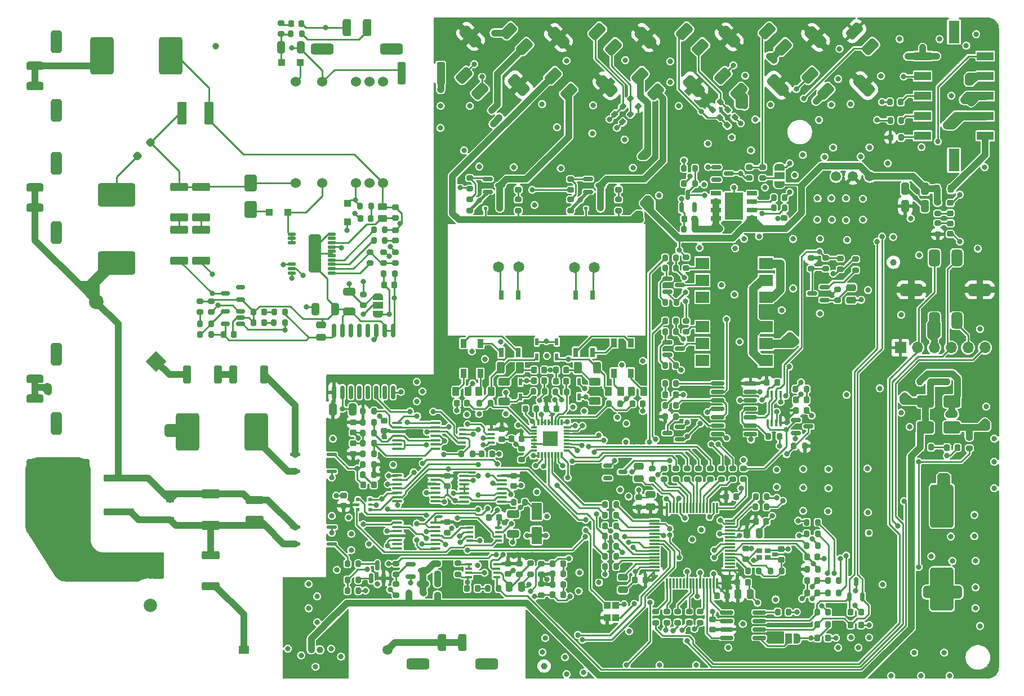
<source format=gbr>
%TF.GenerationSoftware,KiCad,Pcbnew,8.0.2*%
%TF.CreationDate,2025-03-18T14:55:18+01:00*%
%TF.ProjectId,Master_FT25,4d617374-6572-45f4-9654-32352e6b6963,rev?*%
%TF.SameCoordinates,Original*%
%TF.FileFunction,Copper,L1,Top*%
%TF.FilePolarity,Positive*%
%FSLAX46Y46*%
G04 Gerber Fmt 4.6, Leading zero omitted, Abs format (unit mm)*
G04 Created by KiCad (PCBNEW 8.0.2) date 2025-03-18 14:55:18*
%MOMM*%
%LPD*%
G01*
G04 APERTURE LIST*
G04 Aperture macros list*
%AMRoundRect*
0 Rectangle with rounded corners*
0 $1 Rounding radius*
0 $2 $3 $4 $5 $6 $7 $8 $9 X,Y pos of 4 corners*
0 Add a 4 corners polygon primitive as box body*
4,1,4,$2,$3,$4,$5,$6,$7,$8,$9,$2,$3,0*
0 Add four circle primitives for the rounded corners*
1,1,$1+$1,$2,$3*
1,1,$1+$1,$4,$5*
1,1,$1+$1,$6,$7*
1,1,$1+$1,$8,$9*
0 Add four rect primitives between the rounded corners*
20,1,$1+$1,$2,$3,$4,$5,0*
20,1,$1+$1,$4,$5,$6,$7,0*
20,1,$1+$1,$6,$7,$8,$9,0*
20,1,$1+$1,$8,$9,$2,$3,0*%
%AMHorizOval*
0 Thick line with rounded ends*
0 $1 width*
0 $2 $3 position (X,Y) of the first rounded end (center of the circle)*
0 $4 $5 position (X,Y) of the second rounded end (center of the circle)*
0 Add line between two ends*
20,1,$1,$2,$3,$4,$5,0*
0 Add two circle primitives to create the rounded ends*
1,1,$1,$2,$3*
1,1,$1,$4,$5*%
%AMRotRect*
0 Rectangle, with rotation*
0 The origin of the aperture is its center*
0 $1 length*
0 $2 width*
0 $3 Rotation angle, in degrees counterclockwise*
0 Add horizontal line*
21,1,$1,$2,0,0,$3*%
%AMFreePoly0*
4,1,19,0.550000,-0.750000,0.000000,-0.750000,0.000000,-0.744911,-0.071157,-0.744911,-0.207708,-0.704816,-0.327430,-0.627875,-0.420627,-0.520320,-0.479746,-0.390866,-0.500000,-0.250000,-0.500000,0.250000,-0.479746,0.390866,-0.420627,0.520320,-0.327430,0.627875,-0.207708,0.704816,-0.071157,0.744911,0.000000,0.744911,0.000000,0.750000,0.550000,0.750000,0.550000,-0.750000,0.550000,-0.750000,
$1*%
%AMFreePoly1*
4,1,19,0.000000,0.744911,0.071157,0.744911,0.207708,0.704816,0.327430,0.627875,0.420627,0.520320,0.479746,0.390866,0.500000,0.250000,0.500000,-0.250000,0.479746,-0.390866,0.420627,-0.520320,0.327430,-0.627875,0.207708,-0.704816,0.071157,-0.744911,0.000000,-0.744911,0.000000,-0.750000,-0.550000,-0.750000,-0.550000,0.750000,0.000000,0.750000,0.000000,0.744911,0.000000,0.744911,
$1*%
G04 Aperture macros list end*
%TA.AperFunction,SMDPad,CuDef*%
%ADD10RoundRect,0.250000X0.625000X-0.312500X0.625000X0.312500X-0.625000X0.312500X-0.625000X-0.312500X0*%
%TD*%
%TA.AperFunction,SMDPad,CuDef*%
%ADD11RoundRect,0.408750X0.898026X0.319966X0.319966X0.898026X-0.898026X-0.319966X-0.319966X-0.898026X0*%
%TD*%
%TA.AperFunction,SMDPad,CuDef*%
%ADD12RoundRect,0.408750X0.873277X0.295217X0.295217X0.873277X-0.873277X-0.295217X-0.295217X-0.873277X0*%
%TD*%
%TA.AperFunction,SMDPad,CuDef*%
%ADD13RoundRect,0.456250X-0.567453X1.212688X-1.212688X0.567453X0.567453X-1.212688X1.212688X-0.567453X0*%
%TD*%
%TA.AperFunction,SMDPad,CuDef*%
%ADD14RoundRect,0.200000X0.200000X0.275000X-0.200000X0.275000X-0.200000X-0.275000X0.200000X-0.275000X0*%
%TD*%
%TA.AperFunction,SMDPad,CuDef*%
%ADD15RoundRect,0.250000X-0.262500X-0.450000X0.262500X-0.450000X0.262500X0.450000X-0.262500X0.450000X0*%
%TD*%
%TA.AperFunction,SMDPad,CuDef*%
%ADD16RoundRect,0.225000X0.225000X0.250000X-0.225000X0.250000X-0.225000X-0.250000X0.225000X-0.250000X0*%
%TD*%
%TA.AperFunction,SMDPad,CuDef*%
%ADD17RoundRect,0.225000X-0.225000X-0.250000X0.225000X-0.250000X0.225000X0.250000X-0.225000X0.250000X0*%
%TD*%
%TA.AperFunction,SMDPad,CuDef*%
%ADD18RoundRect,0.250000X-1.075000X0.362500X-1.075000X-0.362500X1.075000X-0.362500X1.075000X0.362500X0*%
%TD*%
%TA.AperFunction,SMDPad,CuDef*%
%ADD19RoundRect,0.150000X-0.587500X-0.150000X0.587500X-0.150000X0.587500X0.150000X-0.587500X0.150000X0*%
%TD*%
%TA.AperFunction,SMDPad,CuDef*%
%ADD20RoundRect,0.420000X1.330000X-2.830000X1.330000X2.830000X-1.330000X2.830000X-1.330000X-2.830000X0*%
%TD*%
%TA.AperFunction,SMDPad,CuDef*%
%ADD21RoundRect,0.225000X0.250000X-0.225000X0.250000X0.225000X-0.250000X0.225000X-0.250000X-0.225000X0*%
%TD*%
%TA.AperFunction,SMDPad,CuDef*%
%ADD22RoundRect,0.250000X0.475000X-0.250000X0.475000X0.250000X-0.475000X0.250000X-0.475000X-0.250000X0*%
%TD*%
%TA.AperFunction,ComponentPad*%
%ADD23RotRect,2.200000X2.200000X135.000000*%
%TD*%
%TA.AperFunction,ComponentPad*%
%ADD24HorizOval,2.200000X0.000000X0.000000X0.000000X0.000000X0*%
%TD*%
%TA.AperFunction,SMDPad,CuDef*%
%ADD25RoundRect,0.200000X-0.200000X-0.275000X0.200000X-0.275000X0.200000X0.275000X-0.200000X0.275000X0*%
%TD*%
%TA.AperFunction,SMDPad,CuDef*%
%ADD26RoundRect,0.200000X-0.275000X0.200000X-0.275000X-0.200000X0.275000X-0.200000X0.275000X0.200000X0*%
%TD*%
%TA.AperFunction,SMDPad,CuDef*%
%ADD27R,2.540000X1.270000*%
%TD*%
%TA.AperFunction,SMDPad,CuDef*%
%ADD28R,1.650000X3.430000*%
%TD*%
%TA.AperFunction,SMDPad,CuDef*%
%ADD29RoundRect,0.200000X0.275000X-0.200000X0.275000X0.200000X-0.275000X0.200000X-0.275000X-0.200000X0*%
%TD*%
%TA.AperFunction,SMDPad,CuDef*%
%ADD30RoundRect,0.218750X-0.218750X-0.256250X0.218750X-0.256250X0.218750X0.256250X-0.218750X0.256250X0*%
%TD*%
%TA.AperFunction,SMDPad,CuDef*%
%ADD31RoundRect,0.250000X-0.300000X-0.300000X0.300000X-0.300000X0.300000X0.300000X-0.300000X0.300000X0*%
%TD*%
%TA.AperFunction,SMDPad,CuDef*%
%ADD32RoundRect,0.150000X-0.825000X-0.150000X0.825000X-0.150000X0.825000X0.150000X-0.825000X0.150000X0*%
%TD*%
%TA.AperFunction,SMDPad,CuDef*%
%ADD33RoundRect,0.218750X0.218750X0.256250X-0.218750X0.256250X-0.218750X-0.256250X0.218750X-0.256250X0*%
%TD*%
%TA.AperFunction,SMDPad,CuDef*%
%ADD34RoundRect,0.250000X0.650000X-0.325000X0.650000X0.325000X-0.650000X0.325000X-0.650000X-0.325000X0*%
%TD*%
%TA.AperFunction,SMDPad,CuDef*%
%ADD35RoundRect,0.250000X-0.475000X0.250000X-0.475000X-0.250000X0.475000X-0.250000X0.475000X0.250000X0*%
%TD*%
%TA.AperFunction,SMDPad,CuDef*%
%ADD36RoundRect,0.250000X0.325000X0.650000X-0.325000X0.650000X-0.325000X-0.650000X0.325000X-0.650000X0*%
%TD*%
%TA.AperFunction,SMDPad,CuDef*%
%ADD37R,0.500000X1.075000*%
%TD*%
%TA.AperFunction,SMDPad,CuDef*%
%ADD38RoundRect,0.200000X-0.335876X-0.053033X-0.053033X-0.335876X0.335876X0.053033X0.053033X0.335876X0*%
%TD*%
%TA.AperFunction,SMDPad,CuDef*%
%ADD39RoundRect,0.075000X0.700000X0.075000X-0.700000X0.075000X-0.700000X-0.075000X0.700000X-0.075000X0*%
%TD*%
%TA.AperFunction,SMDPad,CuDef*%
%ADD40RoundRect,0.075000X0.075000X0.700000X-0.075000X0.700000X-0.075000X-0.700000X0.075000X-0.700000X0*%
%TD*%
%TA.AperFunction,SMDPad,CuDef*%
%ADD41R,2.000000X1.780000*%
%TD*%
%TA.AperFunction,SMDPad,CuDef*%
%ADD42RoundRect,0.150000X0.150000X-0.587500X0.150000X0.587500X-0.150000X0.587500X-0.150000X-0.587500X0*%
%TD*%
%TA.AperFunction,SMDPad,CuDef*%
%ADD43RoundRect,0.250000X0.262500X0.450000X-0.262500X0.450000X-0.262500X-0.450000X0.262500X-0.450000X0*%
%TD*%
%TA.AperFunction,SMDPad,CuDef*%
%ADD44RoundRect,0.218750X-0.256250X0.218750X-0.256250X-0.218750X0.256250X-0.218750X0.256250X0.218750X0*%
%TD*%
%TA.AperFunction,SMDPad,CuDef*%
%ADD45RoundRect,0.250000X0.650000X-1.000000X0.650000X1.000000X-0.650000X1.000000X-0.650000X-1.000000X0*%
%TD*%
%TA.AperFunction,SMDPad,CuDef*%
%ADD46R,1.525000X0.650000*%
%TD*%
%TA.AperFunction,SMDPad,CuDef*%
%ADD47R,2.750000X4.100000*%
%TD*%
%TA.AperFunction,SMDPad,CuDef*%
%ADD48RoundRect,0.250000X2.050000X0.300000X-2.050000X0.300000X-2.050000X-0.300000X2.050000X-0.300000X0*%
%TD*%
%TA.AperFunction,SMDPad,CuDef*%
%ADD49RoundRect,0.250000X2.025000X2.375000X-2.025000X2.375000X-2.025000X-2.375000X2.025000X-2.375000X0*%
%TD*%
%TA.AperFunction,SMDPad,CuDef*%
%ADD50RoundRect,0.250002X4.449998X5.149998X-4.449998X5.149998X-4.449998X-5.149998X4.449998X-5.149998X0*%
%TD*%
%TA.AperFunction,SMDPad,CuDef*%
%ADD51R,0.800000X1.400000*%
%TD*%
%TA.AperFunction,SMDPad,CuDef*%
%ADD52RoundRect,0.250000X-0.325000X-0.650000X0.325000X-0.650000X0.325000X0.650000X-0.325000X0.650000X0*%
%TD*%
%TA.AperFunction,SMDPad,CuDef*%
%ADD53RoundRect,0.218750X0.335876X0.026517X0.026517X0.335876X-0.335876X-0.026517X-0.026517X-0.335876X0*%
%TD*%
%TA.AperFunction,SMDPad,CuDef*%
%ADD54RoundRect,0.100000X-0.637500X-0.100000X0.637500X-0.100000X0.637500X0.100000X-0.637500X0.100000X0*%
%TD*%
%TA.AperFunction,SMDPad,CuDef*%
%ADD55RoundRect,0.412500X-1.302500X-0.412500X1.302500X-0.412500X1.302500X0.412500X-1.302500X0.412500X0*%
%TD*%
%TA.AperFunction,SMDPad,CuDef*%
%ADD56RoundRect,0.317500X-0.317500X-0.952500X0.317500X-0.952500X0.317500X0.952500X-0.317500X0.952500X0*%
%TD*%
%TA.AperFunction,SMDPad,CuDef*%
%ADD57RoundRect,0.150000X0.150000X-0.512500X0.150000X0.512500X-0.150000X0.512500X-0.150000X-0.512500X0*%
%TD*%
%TA.AperFunction,SMDPad,CuDef*%
%ADD58RoundRect,0.200000X0.335876X0.053033X0.053033X0.335876X-0.335876X-0.053033X-0.053033X-0.335876X0*%
%TD*%
%TA.AperFunction,SMDPad,CuDef*%
%ADD59RoundRect,0.250000X-1.000000X-0.650000X1.000000X-0.650000X1.000000X0.650000X-1.000000X0.650000X0*%
%TD*%
%TA.AperFunction,SMDPad,CuDef*%
%ADD60R,1.100000X0.400000*%
%TD*%
%TA.AperFunction,SMDPad,CuDef*%
%ADD61C,1.000000*%
%TD*%
%TA.AperFunction,ComponentPad*%
%ADD62C,1.650000*%
%TD*%
%TA.AperFunction,SMDPad,CuDef*%
%ADD63RoundRect,0.225000X-0.250000X0.225000X-0.250000X-0.225000X0.250000X-0.225000X0.250000X0.225000X0*%
%TD*%
%TA.AperFunction,SMDPad,CuDef*%
%ADD64RoundRect,0.250000X1.075000X-0.362500X1.075000X0.362500X-1.075000X0.362500X-1.075000X-0.362500X0*%
%TD*%
%TA.AperFunction,ComponentPad*%
%ADD65C,1.500000*%
%TD*%
%TA.AperFunction,SMDPad,CuDef*%
%ADD66RoundRect,0.250000X1.100000X-0.325000X1.100000X0.325000X-1.100000X0.325000X-1.100000X-0.325000X0*%
%TD*%
%TA.AperFunction,SMDPad,CuDef*%
%ADD67RoundRect,0.150000X0.587500X0.150000X-0.587500X0.150000X-0.587500X-0.150000X0.587500X-0.150000X0*%
%TD*%
%TA.AperFunction,SMDPad,CuDef*%
%ADD68RoundRect,0.250000X0.312500X0.625000X-0.312500X0.625000X-0.312500X-0.625000X0.312500X-0.625000X0*%
%TD*%
%TA.AperFunction,SMDPad,CuDef*%
%ADD69RoundRect,0.350000X-1.400000X-2.450000X1.400000X-2.450000X1.400000X2.450000X-1.400000X2.450000X0*%
%TD*%
%TA.AperFunction,ComponentPad*%
%ADD70C,1.524000*%
%TD*%
%TA.AperFunction,SMDPad,CuDef*%
%ADD71FreePoly0,90.000000*%
%TD*%
%TA.AperFunction,SMDPad,CuDef*%
%ADD72R,1.500000X1.000000*%
%TD*%
%TA.AperFunction,SMDPad,CuDef*%
%ADD73FreePoly1,90.000000*%
%TD*%
%TA.AperFunction,SMDPad,CuDef*%
%ADD74RoundRect,0.150000X0.512500X0.150000X-0.512500X0.150000X-0.512500X-0.150000X0.512500X-0.150000X0*%
%TD*%
%TA.AperFunction,SMDPad,CuDef*%
%ADD75RoundRect,0.137500X0.587500X0.137500X-0.587500X0.137500X-0.587500X-0.137500X0.587500X-0.137500X0*%
%TD*%
%TA.AperFunction,SMDPad,CuDef*%
%ADD76RoundRect,0.250000X-0.362500X-1.075000X0.362500X-1.075000X0.362500X1.075000X-0.362500X1.075000X0*%
%TD*%
%TA.AperFunction,SMDPad,CuDef*%
%ADD77RoundRect,0.125000X-0.125000X-0.125000X0.125000X-0.125000X0.125000X0.125000X-0.125000X0.125000X0*%
%TD*%
%TA.AperFunction,SMDPad,CuDef*%
%ADD78RoundRect,0.350000X1.400000X2.450000X-1.400000X2.450000X-1.400000X-2.450000X1.400000X-2.450000X0*%
%TD*%
%TA.AperFunction,SMDPad,CuDef*%
%ADD79R,0.875000X0.775000*%
%TD*%
%TA.AperFunction,SMDPad,CuDef*%
%ADD80R,0.850000X0.300000*%
%TD*%
%TA.AperFunction,SMDPad,CuDef*%
%ADD81R,0.300000X0.850000*%
%TD*%
%TA.AperFunction,ComponentPad*%
%ADD82C,0.600000*%
%TD*%
%TA.AperFunction,SMDPad,CuDef*%
%ADD83R,2.200000X2.200000*%
%TD*%
%TA.AperFunction,SMDPad,CuDef*%
%ADD84RoundRect,0.412500X0.412500X-1.302500X0.412500X1.302500X-0.412500X1.302500X-0.412500X-1.302500X0*%
%TD*%
%TA.AperFunction,SMDPad,CuDef*%
%ADD85RoundRect,0.317500X0.952500X-0.317500X0.952500X0.317500X-0.952500X0.317500X-0.952500X-0.317500X0*%
%TD*%
%TA.AperFunction,SMDPad,CuDef*%
%ADD86R,0.900000X1.350000*%
%TD*%
%TA.AperFunction,ComponentPad*%
%ADD87R,1.700000X1.700000*%
%TD*%
%TA.AperFunction,ComponentPad*%
%ADD88O,1.700000X1.700000*%
%TD*%
%TA.AperFunction,SMDPad,CuDef*%
%ADD89RoundRect,0.150000X-0.512500X-0.150000X0.512500X-0.150000X0.512500X0.150000X-0.512500X0.150000X0*%
%TD*%
%TA.AperFunction,SMDPad,CuDef*%
%ADD90R,0.600000X0.600000*%
%TD*%
%TA.AperFunction,SMDPad,CuDef*%
%ADD91R,0.600000X0.400000*%
%TD*%
%TA.AperFunction,SMDPad,CuDef*%
%ADD92RoundRect,0.250000X0.250000X0.475000X-0.250000X0.475000X-0.250000X-0.475000X0.250000X-0.475000X0*%
%TD*%
%TA.AperFunction,SMDPad,CuDef*%
%ADD93R,1.000000X1.000000*%
%TD*%
%TA.AperFunction,SMDPad,CuDef*%
%ADD94RoundRect,0.250000X-0.250000X-0.475000X0.250000X-0.475000X0.250000X0.475000X-0.250000X0.475000X0*%
%TD*%
%TA.AperFunction,SMDPad,CuDef*%
%ADD95RoundRect,0.218750X-0.218750X-0.381250X0.218750X-0.381250X0.218750X0.381250X-0.218750X0.381250X0*%
%TD*%
%TA.AperFunction,SMDPad,CuDef*%
%ADD96FreePoly0,0.000000*%
%TD*%
%TA.AperFunction,SMDPad,CuDef*%
%ADD97R,1.000000X1.500000*%
%TD*%
%TA.AperFunction,SMDPad,CuDef*%
%ADD98FreePoly1,0.000000*%
%TD*%
%TA.AperFunction,SMDPad,CuDef*%
%ADD99RoundRect,0.250000X0.550000X-1.050000X0.550000X1.050000X-0.550000X1.050000X-0.550000X-1.050000X0*%
%TD*%
%TA.AperFunction,SMDPad,CuDef*%
%ADD100RoundRect,0.250000X0.000000X0.424264X-0.424264X0.000000X0.000000X-0.424264X0.424264X0.000000X0*%
%TD*%
%TA.AperFunction,SMDPad,CuDef*%
%ADD101R,1.200000X0.850000*%
%TD*%
%TA.AperFunction,SMDPad,CuDef*%
%ADD102RoundRect,0.408750X0.408750X0.861250X-0.408750X0.861250X-0.408750X-0.861250X0.408750X-0.861250X0*%
%TD*%
%TA.AperFunction,SMDPad,CuDef*%
%ADD103RoundRect,0.408750X0.408750X0.826250X-0.408750X0.826250X-0.408750X-0.826250X0.408750X-0.826250X0*%
%TD*%
%TA.AperFunction,SMDPad,CuDef*%
%ADD104RoundRect,0.456250X-1.258750X0.456250X-1.258750X-0.456250X1.258750X-0.456250X1.258750X0.456250X0*%
%TD*%
%TA.AperFunction,SMDPad,CuDef*%
%ADD105RoundRect,0.200000X-0.053033X0.335876X-0.335876X0.053033X0.053033X-0.335876X0.335876X-0.053033X0*%
%TD*%
%TA.AperFunction,SMDPad,CuDef*%
%ADD106RoundRect,0.137500X-0.587500X-0.137500X0.587500X-0.137500X0.587500X0.137500X-0.587500X0.137500X0*%
%TD*%
%TA.AperFunction,SMDPad,CuDef*%
%ADD107RoundRect,0.249999X-0.450001X-1.450001X0.450001X-1.450001X0.450001X1.450001X-0.450001X1.450001X0*%
%TD*%
%TA.AperFunction,SMDPad,CuDef*%
%ADD108RoundRect,0.250000X0.300000X-0.300000X0.300000X0.300000X-0.300000X0.300000X-0.300000X-0.300000X0*%
%TD*%
%TA.AperFunction,ComponentPad*%
%ADD109R,1.500000X1.303000*%
%TD*%
%TA.AperFunction,ComponentPad*%
%ADD110C,1.000000*%
%TD*%
%TA.AperFunction,SMDPad,CuDef*%
%ADD111RoundRect,0.250000X0.450000X-0.262500X0.450000X0.262500X-0.450000X0.262500X-0.450000X-0.262500X0*%
%TD*%
%TA.AperFunction,SMDPad,CuDef*%
%ADD112FreePoly0,270.000000*%
%TD*%
%TA.AperFunction,SMDPad,CuDef*%
%ADD113FreePoly1,270.000000*%
%TD*%
%TA.AperFunction,SMDPad,CuDef*%
%ADD114RoundRect,0.250000X-0.362500X-1.425000X0.362500X-1.425000X0.362500X1.425000X-0.362500X1.425000X0*%
%TD*%
%TA.AperFunction,SMDPad,CuDef*%
%ADD115RoundRect,0.408750X-0.898026X-0.319966X-0.319966X-0.898026X0.898026X0.319966X0.319966X0.898026X0*%
%TD*%
%TA.AperFunction,SMDPad,CuDef*%
%ADD116RoundRect,0.408750X-0.873277X-0.295217X-0.295217X-0.873277X0.873277X0.295217X0.295217X0.873277X0*%
%TD*%
%TA.AperFunction,SMDPad,CuDef*%
%ADD117RoundRect,0.456250X0.567453X-1.212688X1.212688X-0.567453X-0.567453X1.212688X-1.212688X0.567453X0*%
%TD*%
%TA.AperFunction,SMDPad,CuDef*%
%ADD118RoundRect,0.218750X0.256250X-0.218750X0.256250X0.218750X-0.256250X0.218750X-0.256250X-0.218750X0*%
%TD*%
%TA.AperFunction,SMDPad,CuDef*%
%ADD119R,0.400000X1.100000*%
%TD*%
%TA.AperFunction,ComponentPad*%
%ADD120C,2.000000*%
%TD*%
%TA.AperFunction,SMDPad,CuDef*%
%ADD121RoundRect,0.249999X1.075001X-0.450001X1.075001X0.450001X-1.075001X0.450001X-1.075001X-0.450001X0*%
%TD*%
%TA.AperFunction,SMDPad,CuDef*%
%ADD122RoundRect,0.112500X-0.487500X-0.112500X0.487500X-0.112500X0.487500X0.112500X-0.487500X0.112500X0*%
%TD*%
%TA.AperFunction,SMDPad,CuDef*%
%ADD123RoundRect,0.178000X-0.712000X-2.662000X0.712000X-2.662000X0.712000X2.662000X-0.712000X2.662000X0*%
%TD*%
%TA.AperFunction,SMDPad,CuDef*%
%ADD124RoundRect,0.250000X-0.312500X-0.625000X0.312500X-0.625000X0.312500X0.625000X-0.312500X0.625000X0*%
%TD*%
%TA.AperFunction,SMDPad,CuDef*%
%ADD125RoundRect,0.150000X0.150000X-0.875000X0.150000X0.875000X-0.150000X0.875000X-0.150000X-0.875000X0*%
%TD*%
%TA.AperFunction,SMDPad,CuDef*%
%ADD126RoundRect,0.350000X-2.450000X1.400000X-2.450000X-1.400000X2.450000X-1.400000X2.450000X1.400000X0*%
%TD*%
%TA.AperFunction,ViaPad*%
%ADD127C,0.800000*%
%TD*%
%TA.AperFunction,Conductor*%
%ADD128C,0.250000*%
%TD*%
%TA.AperFunction,Conductor*%
%ADD129C,1.000000*%
%TD*%
%TA.AperFunction,Conductor*%
%ADD130C,0.500000*%
%TD*%
%TA.AperFunction,Conductor*%
%ADD131C,1.250000*%
%TD*%
G04 APERTURE END LIST*
D10*
%TO.P,R130,1*%
%TO.N,Net-(D34-A2)*%
X124550000Y-96712500D03*
%TO.P,R130,2*%
%TO.N,Net-(C61-Pad1)*%
X124550000Y-93787500D03*
%TD*%
D11*
%TO.P,J6,1,Pin_1*%
%TO.N,/Relay_Driver/aux_in1*%
X151633695Y-41086891D03*
D12*
%TO.P,J6,2,Pin_2*%
%TO.N,/Relay_Driver/SDC_Relay*%
X144962142Y-47758443D03*
%TO.P,J6,3,Pin_3*%
%TO.N,/Relay_Driver/aux_out1*%
X154037858Y-43441557D03*
%TO.P,J6,4,Pin_4*%
%TO.N,/Relay_Driver/Relay_3*%
X147341557Y-50137858D03*
D13*
%TO.P,J6,MP*%
%TO.N,+3V3*%
X153069121Y-49292865D03*
X145807135Y-42030879D03*
%TD*%
D14*
%TO.P,R123,1*%
%TO.N,GND*%
X166725000Y-66100000D03*
%TO.P,R123,2*%
%TO.N,Net-(IC1-DEN)*%
X165075000Y-66100000D03*
%TD*%
D15*
%TO.P,R127,1*%
%TO.N,Net-(D33-A2)*%
X143687500Y-95250000D03*
%TO.P,R127,2*%
%TO.N,Net-(FL1-Pad3)*%
X145512500Y-95250000D03*
%TD*%
D16*
%TO.P,C31,1*%
%TO.N,/MCU/LV_I*%
X171650000Y-125550000D03*
%TO.P,C31,2*%
%TO.N,GND*%
X170100000Y-125550000D03*
%TD*%
D14*
%TO.P,R67,1*%
%TO.N,/MCU/IPA*%
X133925000Y-95300000D03*
%TO.P,R67,2*%
%TO.N,Net-(D15-A2)*%
X132275000Y-95300000D03*
%TD*%
D17*
%TO.P,C38,1*%
%TO.N,/CAN_Transceiver/CarCAN_HIGH*%
X176625000Y-128425000D03*
%TO.P,C38,2*%
%TO.N,GND*%
X178175000Y-128425000D03*
%TD*%
D18*
%TO.P,R104,1*%
%TO.N,Net-(R103-Pad2)*%
X78950000Y-70912500D03*
%TO.P,R104,2*%
%TO.N,/HV_Indicator/ENABLE*%
X78950000Y-75537500D03*
%TD*%
D19*
%TO.P,Q2,1,G*%
%TO.N,Net-(Q2-G)*%
X137162500Y-63300000D03*
%TO.P,Q2,2,S*%
%TO.N,GND*%
X137162500Y-65200000D03*
%TO.P,Q2,3,D*%
%TO.N,/Relay_Driver/Relay_3*%
X139037500Y-64250000D03*
%TD*%
D20*
%TO.P,C36,1*%
%TO.N,Net-(D19-A)*%
X190350000Y-112450001D03*
%TO.P,C36,2*%
%TO.N,GND*%
X190350000Y-124949999D03*
%TD*%
D21*
%TO.P,C37,1*%
%TO.N,+3V3*%
X155875000Y-131050000D03*
%TO.P,C37,2*%
%TO.N,GND*%
X155875000Y-129500000D03*
%TD*%
D22*
%TO.P,C14,1*%
%TO.N,/TSAL/HV_Active_Detection/3V3_HV*%
X97000000Y-87100000D03*
%TO.P,C14,2*%
%TO.N,HV-_Vehicle_Side*%
X97000000Y-85200000D03*
%TD*%
D16*
%TO.P,C53,1*%
%TO.N,/MCU/TEMP_DCDC*%
X171650000Y-123675000D03*
%TO.P,C53,2*%
%TO.N,GND*%
X170100000Y-123675000D03*
%TD*%
D23*
%TO.P,D7,1,K*%
%TO.N,Net-(D7-K)*%
X72240128Y-90690128D03*
D24*
%TO.P,D7,2,A*%
%TO.N,HV+_VEH*%
X63259872Y-81709872D03*
%TD*%
D25*
%TO.P,R93,1*%
%TO.N,Net-(Q6-G)*%
X148775000Y-81800000D03*
%TO.P,R93,2*%
%TO.N,GND*%
X150425000Y-81800000D03*
%TD*%
D21*
%TO.P,C25,1*%
%TO.N,+3V3*%
X144810000Y-112645000D03*
%TO.P,C25,2*%
%TO.N,GND*%
X144810000Y-111095000D03*
%TD*%
D26*
%TO.P,R44,1*%
%TO.N,Net-(U12-BOOT0)*%
X154000000Y-128325000D03*
%TO.P,R44,2*%
%TO.N,GND*%
X154000000Y-129975000D03*
%TD*%
D27*
%TO.P,J14,1,Pin_1*%
%TO.N,/IO/Reset_Button_Out*%
X187450000Y-56800000D03*
%TO.P,J14,2,Pin_2*%
%TO.N,Net-(J14-Pin_2)*%
X196850000Y-56800000D03*
%TO.P,J14,3,Pin_3*%
%TO.N,Net-(J14-Pin_3)*%
X187450000Y-53800000D03*
%TO.P,J14,4,Pin_4*%
%TO.N,/SDC_Latching/SDC_1*%
X196850000Y-53800000D03*
%TO.P,J14,5,Pin_5*%
%TO.N,Net-(J14-Pin_5)*%
X187450000Y-50800000D03*
%TO.P,J14,6,Pin_6*%
%TO.N,/IO/SDC_OUT*%
X196850000Y-50800000D03*
%TO.P,J14,7,Pin_7*%
%TO.N,/IO/TSAL_GREEN*%
X187450000Y-47800000D03*
%TO.P,J14,8,Pin_8*%
%TO.N,/SDC*%
X196850000Y-47800000D03*
%TO.P,J14,9,Pin_9*%
%TO.N,GND*%
X187450000Y-44800000D03*
%TO.P,J14,10,Pin_10*%
%TO.N,/SDC_Latching/Reset_Signal*%
X196850000Y-44800000D03*
D28*
%TO.P,J14,11*%
%TO.N,N/C*%
X192150000Y-60435000D03*
%TO.P,J14,12*%
X192150000Y-41165000D03*
%TD*%
D14*
%TO.P,R53,1*%
%TO.N,Net-(U12-PB12)*%
X141375000Y-112225000D03*
%TO.P,R53,2*%
%TO.N,/MCU/SPI2_NSS*%
X139725000Y-112225000D03*
%TD*%
D29*
%TO.P,R73,1*%
%TO.N,/MCU/AIR-_Control*%
X134500000Y-64925000D03*
%TO.P,R73,2*%
%TO.N,Net-(Q2-G)*%
X134500000Y-63275000D03*
%TD*%
D30*
%TO.P,D5,1,K*%
%TO.N,HV-_Vehicle_Side*%
X86887499Y-83275000D03*
%TO.P,D5,2,A*%
%TO.N,Net-(D5-A)*%
X88462501Y-83275000D03*
%TD*%
D31*
%TO.P,D31,1,K*%
%TO.N,Net-(D31-K)*%
X91100000Y-45800000D03*
%TO.P,D31,2,A*%
%TO.N,Net-(D31-A)*%
X93900000Y-45800000D03*
%TD*%
D14*
%TO.P,R35,1*%
%TO.N,Net-(D9-A)*%
X133437500Y-122675000D03*
%TO.P,R35,2*%
%TO.N,+3V3*%
X131787500Y-122675000D03*
%TD*%
D32*
%TO.P,U16,1,Q*%
%TO.N,Net-(U16A-Q)*%
X156625000Y-93990000D03*
%TO.P,U16,2,~{Q}*%
%TO.N,Net-(U16A-~{Q})*%
X156625000Y-95260000D03*
%TO.P,U16,3,C*%
%TO.N,Net-(U16A-C)*%
X156625000Y-96530000D03*
%TO.P,U16,4,R*%
%TO.N,/SDC_Latching/AMS_Latch_Reset*%
X156625000Y-97800000D03*
%TO.P,U16,5,D*%
%TO.N,Net-(U16A-C)*%
X156625000Y-99070000D03*
%TO.P,U16,6,S*%
%TO.N,Net-(Q4-D)*%
X156625000Y-100340000D03*
%TO.P,U16,7,VSS*%
%TO.N,GND*%
X156625000Y-101610000D03*
%TO.P,U16,8,S*%
%TO.N,Net-(Q5-D)*%
X161575000Y-101610000D03*
%TO.P,U16,9,D*%
%TO.N,Net-(U16B-C)*%
X161575000Y-100340000D03*
%TO.P,U16,10,R*%
%TO.N,/SDC_Latching/IMD_Latch_Reset*%
X161575000Y-99070000D03*
%TO.P,U16,11,C*%
%TO.N,Net-(U16B-C)*%
X161575000Y-97800000D03*
%TO.P,U16,12,~{Q}*%
%TO.N,Net-(U16B-~{Q})*%
X161575000Y-96530000D03*
%TO.P,U16,13,Q*%
%TO.N,Net-(U16B-Q)*%
X161575000Y-95260000D03*
%TO.P,U16,14,VDD*%
%TO.N,+3V3*%
X161575000Y-93990000D03*
%TD*%
D33*
%TO.P,D32,1,K*%
%TO.N,Net-(D32-K)*%
X94087500Y-39900000D03*
%TO.P,D32,2,A*%
%TO.N,Net-(D32-A)*%
X92512500Y-39900000D03*
%TD*%
D34*
%TO.P,C44,1*%
%TO.N,HV-_Vehicle_Side*%
X101275000Y-83200001D03*
%TO.P,C44,2*%
%TO.N,Net-(JP2-B)*%
X101275000Y-80249999D03*
%TD*%
D25*
%TO.P,R106,1*%
%TO.N,Net-(U20-Vc)*%
X104975000Y-72550000D03*
%TO.P,R106,2*%
%TO.N,Net-(C47-Pad1)*%
X106625000Y-72550000D03*
%TD*%
D35*
%TO.P,C43,1*%
%TO.N,Net-(Q8-G)*%
X176700000Y-79600001D03*
%TO.P,C43,2*%
%TO.N,GND*%
X176700000Y-81499999D03*
%TD*%
D36*
%TO.P,C45,1*%
%TO.N,HV-_Vehicle_Side*%
X99100001Y-82875000D03*
%TO.P,C45,2*%
%TO.N,Net-(U20-INTVcc)*%
X96149999Y-82875000D03*
%TD*%
D25*
%TO.P,R1,1*%
%TO.N,+3V3*%
X103325000Y-99900000D03*
%TO.P,R1,2*%
%TO.N,/TSAL/Comp_Ref_Low*%
X104975000Y-99900000D03*
%TD*%
D30*
%TO.P,D6,1,K*%
%TO.N,HV-_Vehicle_Side*%
X86887499Y-84875000D03*
%TO.P,D6,2,A*%
%TO.N,Net-(D6-A)*%
X88462501Y-84875000D03*
%TD*%
D14*
%TO.P,R54,1*%
%TO.N,Net-(U12-PB14)*%
X141375000Y-113800000D03*
%TO.P,R54,2*%
%TO.N,/MCU/SPI2_MISO*%
X139725000Y-113800000D03*
%TD*%
D17*
%TO.P,C41,1*%
%TO.N,+3V3*%
X164025000Y-93850000D03*
%TO.P,C41,2*%
%TO.N,GND*%
X165575000Y-93850000D03*
%TD*%
D14*
%TO.P,R41,1*%
%TO.N,Net-(C17-Pad2)*%
X166250000Y-122225000D03*
%TO.P,R41,2*%
%TO.N,/MCU/RCC_OSC_OUT*%
X164600000Y-122225000D03*
%TD*%
%TO.P,R4,1*%
%TO.N,/TSAL/Comp_Ref_Closed*%
X104975000Y-103000000D03*
%TO.P,R4,2*%
%TO.N,GND*%
X103325000Y-103000000D03*
%TD*%
D37*
%TO.P,D15,1,A1*%
%TO.N,GND*%
X132450000Y-87750000D03*
%TO.P,D15,2,A2*%
%TO.N,Net-(D15-A2)*%
X132450000Y-90050000D03*
%TD*%
D38*
%TO.P,R27,1*%
%TO.N,/Relay_Driver/aux_out0*%
X143516637Y-51216637D03*
%TO.P,R27,2*%
%TO.N,+3V3*%
X144683363Y-52383363D03*
%TD*%
D29*
%TO.P,R101,1*%
%TO.N,Net-(Q8-S)*%
X177350000Y-76975000D03*
%TO.P,R101,2*%
%TO.N,GND*%
X177350000Y-75325000D03*
%TD*%
D39*
%TO.P,U12,1,VBAT*%
%TO.N,+3V3*%
X158449999Y-122150000D03*
%TO.P,U12,2,PC13*%
%TO.N,unconnected-(U12-PC13-Pad2)*%
X158449999Y-121650001D03*
%TO.P,U12,3,PC14*%
%TO.N,unconnected-(U12-PC14-Pad3)*%
X158449999Y-121150001D03*
%TO.P,U12,4,PC15*%
%TO.N,unconnected-(U12-PC15-Pad4)*%
X158449999Y-120650001D03*
%TO.P,U12,5,PH0*%
%TO.N,/MCU/RCC_OSC_IN*%
X158449999Y-120150001D03*
%TO.P,U12,6,PH1*%
%TO.N,/MCU/RCC_OSC_OUT*%
X158449999Y-119650000D03*
%TO.P,U12,7,NRST*%
%TO.N,/MCU/NRST*%
X158449999Y-119150001D03*
%TO.P,U12,8,PC0*%
%TO.N,/MCU/LV_I*%
X158449999Y-118650001D03*
%TO.P,U12,9,PC1*%
%TO.N,/MCU/TEMP_DCDC*%
X158449999Y-118150001D03*
%TO.P,U12,10,PC2*%
%TO.N,Net-(U12-PC2)*%
X158449999Y-117650001D03*
%TO.P,U12,11,PC3*%
%TO.N,Net-(U12-PC3)*%
X158449999Y-117150002D03*
%TO.P,U12,12,VSSA*%
%TO.N,GND*%
X158449999Y-116650001D03*
%TO.P,U12,13,VDDA*%
%TO.N,+3V3*%
X158449999Y-116150001D03*
%TO.P,U12,14,PA0*%
%TO.N,Net-(U12-PA0)*%
X158449999Y-115650001D03*
%TO.P,U12,15,PA1*%
%TO.N,Net-(U12-PA1)*%
X158449999Y-115150001D03*
%TO.P,U12,16,PA2*%
%TO.N,Net-(U12-PA2)*%
X158449999Y-114650002D03*
D40*
%TO.P,U12,17,PA3*%
%TO.N,Net-(U12-PA3)*%
X156524998Y-112725001D03*
%TO.P,U12,18,VSS*%
%TO.N,GND*%
X156024999Y-112725001D03*
%TO.P,U12,19,VDD*%
%TO.N,+3V3*%
X155524999Y-112725001D03*
%TO.P,U12,20,PA4*%
%TO.N,Net-(U12-PA4)*%
X155024999Y-112725001D03*
%TO.P,U12,21,PA5*%
%TO.N,Net-(U12-PA5)*%
X154524999Y-112725001D03*
%TO.P,U12,22,PA6*%
%TO.N,Net-(U12-PA6)*%
X154024998Y-112725001D03*
%TO.P,U12,23,PA7*%
%TO.N,Net-(U12-PA7)*%
X153524999Y-112725001D03*
%TO.P,U12,24,PC4*%
%TO.N,Net-(U12-PC4)*%
X153024999Y-112725001D03*
%TO.P,U12,25,PC5*%
%TO.N,Net-(U12-PC5)*%
X152524999Y-112725001D03*
%TO.P,U12,26,PB0*%
%TO.N,Net-(U12-PB0)*%
X152024999Y-112725001D03*
%TO.P,U12,27,PB1*%
%TO.N,Net-(U12-PB1)*%
X151525000Y-112725001D03*
%TO.P,U12,28,PB2*%
%TO.N,/IO/IMD_Power*%
X151024999Y-112725001D03*
%TO.P,U12,29,PB10*%
%TO.N,/MCU/~{IMD_ERROR_LED}*%
X150524999Y-112725001D03*
%TO.P,U12,30,VCAP*%
%TO.N,Net-(C26-Pad2)*%
X150024999Y-112725001D03*
%TO.P,U12,31,VSS*%
%TO.N,GND*%
X149524999Y-112725001D03*
%TO.P,U12,32,VDD*%
%TO.N,+3V3*%
X149025000Y-112725001D03*
D39*
%TO.P,U12,33,PB12*%
%TO.N,Net-(U12-PB12)*%
X147099999Y-114650002D03*
%TO.P,U12,34,PB13*%
%TO.N,/MCU/~{AMS_ERROR_LED}*%
X147099999Y-115150001D03*
%TO.P,U12,35,PB14*%
%TO.N,Net-(U12-PB14)*%
X147099999Y-115650001D03*
%TO.P,U12,36,PB15*%
%TO.N,Net-(U12-PB15)*%
X147099999Y-116150001D03*
%TO.P,U12,37,PC6*%
%TO.N,/MCU/AIR+_Control*%
X147099999Y-116650001D03*
%TO.P,U12,38,PC7*%
%TO.N,/MCU/AIR-_Control*%
X147099999Y-117150002D03*
%TO.P,U12,39,PC9*%
%TO.N,Net-(U12-PC9)*%
X147099999Y-117650001D03*
%TO.P,U12,40,PA8*%
%TO.N,/MCU/Precharge_Control*%
X147099999Y-118150001D03*
%TO.P,U12,41,PA9*%
%TO.N,/MCU/INTR1*%
X147099999Y-118650001D03*
%TO.P,U12,42,PA10*%
%TO.N,/MCU/WAKE1*%
X147099999Y-119150001D03*
%TO.P,U12,43,PA11*%
%TO.N,/MCU/AMS_NERROR*%
X147099999Y-119650000D03*
%TO.P,U12,44,PA12*%
%TO.N,Net-(U12-PA12)*%
X147099999Y-120150001D03*
%TO.P,U12,45,PA13*%
%TO.N,Net-(U12-PA13)*%
X147099999Y-120650001D03*
%TO.P,U12,46,VCAP*%
%TO.N,Net-(C28-Pad2)*%
X147099999Y-121150001D03*
%TO.P,U12,47,VSS*%
%TO.N,GND*%
X147099999Y-121650001D03*
%TO.P,U12,48,VDD*%
%TO.N,+3V3*%
X147099999Y-122150000D03*
D40*
%TO.P,U12,49,PA14*%
%TO.N,Net-(U12-PA14)*%
X149025000Y-124075001D03*
%TO.P,U12,50,PA15*%
%TO.N,Net-(U12-PA15)*%
X149524999Y-124075001D03*
%TO.P,U12,51,PC10*%
%TO.N,unconnected-(U12-PC10-Pad51)*%
X150024999Y-124075001D03*
%TO.P,U12,52,PC11*%
%TO.N,unconnected-(U12-PC11-Pad52)*%
X150524999Y-124075001D03*
%TO.P,U12,53,PC12*%
%TO.N,unconnected-(U12-PC12-Pad53)*%
X151024999Y-124075001D03*
%TO.P,U12,54,PD2*%
%TO.N,unconnected-(U12-PD2-Pad54)*%
X151525000Y-124075001D03*
%TO.P,U12,55,PB3*%
%TO.N,/MCU/Trace_SWO*%
X152024999Y-124075001D03*
%TO.P,U12,56,PB4*%
%TO.N,Net-(U12-PB4)*%
X152524999Y-124075001D03*
%TO.P,U12,57,PB5*%
%TO.N,Net-(U12-PB5)*%
X153024999Y-124075001D03*
%TO.P,U12,58,PB6*%
%TO.N,/MCU/INTR2*%
X153524999Y-124075001D03*
%TO.P,U12,59,PB7*%
%TO.N,/MCU/WAKE2*%
X154024998Y-124075001D03*
%TO.P,U12,60,BOOT0*%
%TO.N,Net-(U12-BOOT0)*%
X154524999Y-124075001D03*
%TO.P,U12,61,PB8*%
%TO.N,/CAN_Transceiver/CarCAN_RX*%
X155024999Y-124075001D03*
%TO.P,U12,62,PB9*%
%TO.N,/CAN_Transceiver/CarCAN_TX*%
X155524999Y-124075001D03*
%TO.P,U12,63,VSS*%
%TO.N,GND*%
X156024999Y-124075001D03*
%TO.P,U12,64,VDD*%
%TO.N,+3V3*%
X156524998Y-124075001D03*
%TD*%
D16*
%TO.P,C34,1*%
%TO.N,/MCU/IPA*%
X133875000Y-93700000D03*
%TO.P,C34,2*%
%TO.N,GND*%
X132325000Y-93700000D03*
%TD*%
%TO.P,C13,1*%
%TO.N,HV-_Vehicle_Side*%
X83925000Y-86675000D03*
%TO.P,C13,2*%
%TO.N,/TSAL/HV_Active_Detection/3V3_HV*%
X82375000Y-86675000D03*
%TD*%
D29*
%TO.P,R36,1*%
%TO.N,+3V3*%
X130112500Y-122750000D03*
%TO.P,R36,2*%
%TO.N,/MCU/AIR-_Closed*%
X130112500Y-121100000D03*
%TD*%
D41*
%TO.P,U19,1*%
%TO.N,Net-(R96-Pad2)*%
X154335000Y-85510000D03*
%TO.P,U19,2*%
%TO.N,Net-(Q7-D)*%
X154335000Y-88050000D03*
%TO.P,U19,3*%
%TO.N,unconnected-(U19-Pad3)*%
X154335000Y-90590000D03*
%TO.P,U19,4*%
%TO.N,Net-(U18-Pad5)*%
X163865000Y-90590000D03*
%TO.P,U19,5*%
%TO.N,/IO/SDC_OUT*%
X163865000Y-88050000D03*
%TO.P,U19,6*%
%TO.N,Net-(U18-Pad5)*%
X163865000Y-85510000D03*
%TD*%
D42*
%TO.P,D13,1,A*%
%TO.N,GND*%
X151225000Y-67562500D03*
%TO.P,D13,2*%
%TO.N,N/C*%
X153125000Y-67562500D03*
%TO.P,D13,3,K*%
%TO.N,/SDC_Latching/~{IMD_Error}*%
X152175000Y-65687500D03*
%TD*%
D25*
%TO.P,R138,1*%
%TO.N,/MCU/SDC_closed*%
X100975000Y-123550000D03*
%TO.P,R138,2*%
%TO.N,Net-(Q11-G)*%
X102625000Y-123550000D03*
%TD*%
%TO.P,R46,1*%
%TO.N,/MCU/Status_LED_R*%
X139725000Y-115450000D03*
%TO.P,R46,2*%
%TO.N,Net-(U12-PB15)*%
X141375000Y-115450000D03*
%TD*%
D29*
%TO.P,R40,1*%
%TO.N,/IO/IMD_M*%
X161400000Y-63125000D03*
%TO.P,R40,2*%
%TO.N,Net-(J4-Pin_4)*%
X161400000Y-61475000D03*
%TD*%
D37*
%TO.P,D35,1,A1*%
%TO.N,GND*%
X129450000Y-87750000D03*
%TO.P,D35,2,A2*%
%TO.N,Net-(D35-A2)*%
X129450000Y-90050000D03*
%TD*%
D43*
%TO.P,R132,1*%
%TO.N,Net-(D34-A2)*%
X119112500Y-95250000D03*
%TO.P,R132,2*%
%TO.N,Net-(FL2-Pad2)*%
X117287500Y-95250000D03*
%TD*%
D18*
%TO.P,R103,1*%
%TO.N,HV+_Vehicle_Side_Fused*%
X78950000Y-64462500D03*
%TO.P,R103,2*%
%TO.N,Net-(R103-Pad2)*%
X78950000Y-69087500D03*
%TD*%
D42*
%TO.P,Q11,1,G*%
%TO.N,Net-(Q11-G)*%
X104550000Y-123287500D03*
%TO.P,Q11,2,S*%
%TO.N,+3V3*%
X106450000Y-123287500D03*
%TO.P,Q11,3,D*%
%TO.N,Net-(Q11-D)*%
X105500000Y-121412499D03*
%TD*%
D44*
%TO.P,D37,1,K*%
%TO.N,GND*%
X191600000Y-66862499D03*
%TO.P,D37,2,A*%
%TO.N,Net-(D37-A)*%
X191600000Y-68437501D03*
%TD*%
D45*
%TO.P,D29,1,A1*%
%TO.N,Net-(D29-A1)*%
X86475000Y-67850000D03*
%TO.P,D29,2,A2*%
%TO.N,HV+_Vehicle_Side_Fused*%
X86475000Y-63850000D03*
%TD*%
D32*
%TO.P,U15,1,D*%
%TO.N,/CAN_Transceiver/CarCAN_TX*%
X157950000Y-128445000D03*
%TO.P,U15,2,GND*%
%TO.N,GND*%
X157950000Y-129715000D03*
%TO.P,U15,3,VCC*%
%TO.N,+3V3*%
X157950000Y-130985000D03*
%TO.P,U15,4,R*%
%TO.N,/CAN_Transceiver/CarCAN_RX*%
X157950000Y-132255000D03*
%TO.P,U15,5,Vref*%
%TO.N,Net-(JP1-C)*%
X162900000Y-132255000D03*
%TO.P,U15,6,CANL*%
%TO.N,/CAN_Transceiver/CarCAN_LOW*%
X162900000Y-130985000D03*
%TO.P,U15,7,CANH*%
%TO.N,/CAN_Transceiver/CarCAN_HIGH*%
X162900000Y-129715000D03*
%TO.P,U15,8,Rs*%
%TO.N,Net-(U15-Rs)*%
X162900000Y-128445000D03*
%TD*%
D29*
%TO.P,R48,1*%
%TO.N,Net-(U12-PA5)*%
X157224999Y-108425000D03*
%TO.P,R48,2*%
%TO.N,/MCU/SPI1_SCK*%
X157224999Y-106775000D03*
%TD*%
D21*
%TO.P,C47,1*%
%TO.N,Net-(C47-Pad1)*%
X108200000Y-72525000D03*
%TO.P,C47,2*%
%TO.N,HV-_Vehicle_Side*%
X108200000Y-70975000D03*
%TD*%
D25*
%TO.P,R7,1*%
%TO.N,/TSAL/~{TS_Error}*%
X125987500Y-111875000D03*
%TO.P,R7,2*%
%TO.N,Net-(U8-~{PRE})*%
X127637500Y-111875000D03*
%TD*%
D46*
%TO.P,IC1,1,VS*%
%TO.N,+24V*%
X161812000Y-69255000D03*
%TO.P,IC1,2,IN*%
%TO.N,Net-(IC1-IN)*%
X161812000Y-67985000D03*
%TO.P,IC1,3,DEN*%
%TO.N,Net-(IC1-DEN)*%
X161812000Y-66715000D03*
%TO.P,IC1,4,IS*%
%TO.N,unconnected-(IC1-IS-Pad4)*%
X161812000Y-65445000D03*
%TO.P,IC1,5,NC*%
%TO.N,unconnected-(IC1-NC-Pad5)*%
X156388000Y-65445000D03*
%TO.P,IC1,6,OUT_1*%
%TO.N,/IO/IMD_VCC*%
X156388000Y-66715000D03*
%TO.P,IC1,7,OUT_2*%
X156388000Y-67985000D03*
%TO.P,IC1,8,OUT_3*%
X156388000Y-69255000D03*
D47*
%TO.P,IC1,9,GND*%
%TO.N,GND*%
X159100000Y-67350000D03*
%TD*%
D14*
%TO.P,R24,1*%
%TO.N,+3V3*%
X104975000Y-107750000D03*
%TO.P,R24,2*%
%TO.N,Net-(D38-A)*%
X103325000Y-107750000D03*
%TD*%
D48*
%TO.P,Q9,1,G*%
%TO.N,Net-(D11-K)*%
X66650000Y-113290000D03*
D49*
%TO.P,Q9,2,D*%
%TO.N,Net-(Q9-D)*%
X59925000Y-113525000D03*
X59925000Y-107975000D03*
D50*
X57500000Y-110750000D03*
D49*
X55075000Y-113525000D03*
X55075000Y-107975000D03*
D48*
%TO.P,Q9,3,S*%
%TO.N,HV+_VEH*%
X66650000Y-108210000D03*
%TD*%
D25*
%TO.P,R3,1*%
%TO.N,+3V3*%
X103325000Y-104600000D03*
%TO.P,R3,2*%
%TO.N,/TSAL/Comp_Ref_Closed*%
X104975000Y-104600000D03*
%TD*%
D51*
%TO.P,FL4,1,1*%
%TO.N,Net-(FL1-Pad4)*%
X135330000Y-89375000D03*
%TO.P,FL4,2,2*%
%TO.N,Net-(FL1-Pad1)*%
X137870000Y-89375000D03*
%TO.P,FL4,3,3*%
%TO.N,Net-(J12-Pin_2)*%
X137870000Y-80725000D03*
%TO.P,FL4,4,4*%
%TO.N,Net-(J12-Pin_1)*%
X135330000Y-80725000D03*
%TD*%
D14*
%TO.P,R45,1*%
%TO.N,Net-(U12-PA12)*%
X141375000Y-120050000D03*
%TO.P,R45,2*%
%TO.N,/MCU/SPI2_SCK*%
X139725000Y-120050000D03*
%TD*%
D18*
%TO.P,R13,1*%
%TO.N,Net-(R12-Pad2)*%
X75700000Y-70912500D03*
%TO.P,R13,2*%
%TO.N,Net-(D4-K)*%
X75700000Y-75537500D03*
%TD*%
D17*
%TO.P,C48,1*%
%TO.N,/HV_Indicator/ENABLE*%
X106475000Y-79175000D03*
%TO.P,C48,2*%
%TO.N,HV-_Vehicle_Side*%
X108025000Y-79175000D03*
%TD*%
D11*
%TO.P,J5,1,Pin_1*%
%TO.N,/Relay_Driver/aux_in0*%
X138533695Y-41086891D03*
D12*
%TO.P,J5,2,Pin_2*%
%TO.N,/Relay_Driver/SDC_Relay*%
X131862142Y-47758443D03*
%TO.P,J5,3,Pin_3*%
%TO.N,/Relay_Driver/aux_out0*%
X140937858Y-43441557D03*
%TO.P,J5,4,Pin_4*%
%TO.N,/Relay_Driver/Relay_2*%
X134241557Y-50137858D03*
D13*
%TO.P,J5,MP*%
%TO.N,+3V3*%
X139969121Y-49292865D03*
X132707135Y-42030879D03*
%TD*%
D14*
%TO.P,R129,1*%
%TO.N,/MCU/IMB*%
X122475000Y-97000000D03*
%TO.P,R129,2*%
%TO.N,Net-(D35-A2)*%
X120825000Y-97000000D03*
%TD*%
D33*
%TO.P,D22,1,K*%
%TO.N,GND*%
X192687501Y-103650000D03*
%TO.P,D22,2,A*%
%TO.N,Net-(D22-A)*%
X191112499Y-103650000D03*
%TD*%
D52*
%TO.P,C55,1*%
%TO.N,+3V3*%
X184824999Y-67325000D03*
%TO.P,C55,2*%
%TO.N,GND*%
X187775001Y-67325000D03*
%TD*%
D51*
%TO.P,FL3,1,1*%
%TO.N,Net-(FL2-Pad4)*%
X124080000Y-89375000D03*
%TO.P,FL3,2,2*%
%TO.N,Net-(FL2-Pad1)*%
X126620000Y-89375000D03*
%TO.P,FL3,3,3*%
%TO.N,Net-(J13-Pin_2)*%
X126620000Y-80725000D03*
%TO.P,FL3,4,4*%
%TO.N,Net-(J13-Pin_1)*%
X124080000Y-80725000D03*
%TD*%
D19*
%TO.P,Q5,1,G*%
%TO.N,/SDC_Latching/~{IMD_Error}*%
X168412500Y-99550000D03*
%TO.P,Q5,2,S*%
%TO.N,GND*%
X168412500Y-101450000D03*
%TO.P,Q5,3,D*%
%TO.N,Net-(Q5-D)*%
X170287501Y-100500000D03*
%TD*%
D25*
%TO.P,R108,1*%
%TO.N,Net-(U20-IREG{slash}SS)*%
X104975000Y-70925000D03*
%TO.P,R108,2*%
%TO.N,HV-_Vehicle_Side*%
X106625000Y-70925000D03*
%TD*%
D53*
%TO.P,F5,1*%
%TO.N,+24V*%
X123806847Y-54056847D03*
%TO.P,F5,2*%
%TO.N,Net-(J10-Pin_2)*%
X122693153Y-52943153D03*
%TD*%
D54*
%TO.P,U21,1*%
%TO.N,/TSAL/pos_control*%
X118487500Y-107900000D03*
%TO.P,U21,2*%
%TO.N,/MCU/AIR-_Control*%
X118487500Y-108550000D03*
%TO.P,U21,3*%
%TO.N,/TSAL/Relay_State_Detection1/~{Short}*%
X118487500Y-109200000D03*
%TO.P,U21,4*%
X118487500Y-109850000D03*
%TO.P,U21,5*%
X118487500Y-110500000D03*
%TO.P,U21,6*%
%TO.N,/TSAL/Relay_Connection_Error*%
X118487500Y-111150000D03*
%TO.P,U21,7,GND*%
%TO.N,GND*%
X118487500Y-111800000D03*
%TO.P,U21,8*%
%TO.N,/TSAL/~{TS_Error}*%
X124212500Y-111800000D03*
%TO.P,U21,9*%
%TO.N,/TSAL/Relay_Connection_Error*%
X124212500Y-111150000D03*
%TO.P,U21,10*%
%TO.N,/TSAL/Relay_Mismatch*%
X124212500Y-110500000D03*
%TO.P,U21,11*%
%TO.N,/TSAL/HV_Mismatch*%
X124212500Y-109850000D03*
%TO.P,U21,12*%
%TO.N,/TSAL/HV_Inactive*%
X124212500Y-109200000D03*
%TO.P,U21,13*%
%TO.N,/MCU/HV_Active*%
X124212500Y-108550000D03*
%TO.P,U21,14,VCC*%
%TO.N,+3V3*%
X124212500Y-107900000D03*
%TD*%
D55*
%TO.P,J17,*%
%TO.N,*%
X111540000Y-136200000D03*
X121940000Y-136200000D03*
D56*
%TO.P,J17,1,Pin_1*%
%TO.N,/Relay_Driver/Precharge/HV+_Akku*%
X115240000Y-133000000D03*
%TO.P,J17,2,Pin_2*%
X118240000Y-133000000D03*
%TD*%
D57*
%TO.P,D25,1,A1*%
%TO.N,/CAN_Transceiver/CarCAN_HIGH*%
X176462500Y-126112500D03*
%TO.P,D25,2,A2*%
%TO.N,/CAN_Transceiver/CarCAN_LOW*%
X178362500Y-126112500D03*
%TO.P,D25,3,common*%
%TO.N,GND*%
X177412500Y-123837500D03*
%TD*%
D58*
%TO.P,R28,1*%
%TO.N,/Relay_Driver/aux_out0*%
X143533363Y-53533363D03*
%TO.P,R28,2*%
%TO.N,/Relay_Driver/aux_in0*%
X142366637Y-52366637D03*
%TD*%
D30*
%TO.P,D9,1,K*%
%TO.N,/MCU/AIR-_Closed*%
X131825000Y-121125000D03*
%TO.P,D9,2,A*%
%TO.N,Net-(D9-A)*%
X133400002Y-121125000D03*
%TD*%
D26*
%TO.P,R49,1*%
%TO.N,Net-(U12-PA15)*%
X148975000Y-128325000D03*
%TO.P,R49,2*%
%TO.N,/MCU/Status_LED_G*%
X148975000Y-129975000D03*
%TD*%
D59*
%TO.P,D17,1,K*%
%TO.N,/Relay_Driver/SDC_Relay*%
X187849999Y-100650000D03*
%TO.P,D17,2,A*%
%TO.N,/SDC*%
X191850001Y-100650000D03*
%TD*%
D25*
%TO.P,R94,1*%
%TO.N,Net-(Q7-G)*%
X148725000Y-91300000D03*
%TO.P,R94,2*%
%TO.N,GND*%
X150375000Y-91300000D03*
%TD*%
D17*
%TO.P,C24,1*%
%TO.N,+3V3*%
X159625000Y-123925000D03*
%TO.P,C24,2*%
%TO.N,GND*%
X161175000Y-123925000D03*
%TD*%
%TO.P,C35,1*%
%TO.N,/MCU/IMA*%
X143825000Y-97050000D03*
%TO.P,C35,2*%
%TO.N,GND*%
X145375000Y-97050000D03*
%TD*%
D16*
%TO.P,C23,1*%
%TO.N,GND*%
X132425000Y-97800000D03*
%TO.P,C23,2*%
%TO.N,+3V3*%
X130875000Y-97800000D03*
%TD*%
D60*
%TO.P,U2,1*%
%TO.N,/TSAL/pos_control*%
X118300000Y-100975000D03*
%TO.P,U2,2*%
%TO.N,/MCU/AIR-_Control*%
X118300000Y-101625000D03*
%TO.P,U2,3*%
%TO.N,/IO/TSAL_GREEN*%
X118300000Y-102275000D03*
%TO.P,U2,4,GND*%
%TO.N,GND*%
X118300000Y-102925000D03*
%TO.P,U2,5*%
%TO.N,/TSAL/TS_OK*%
X122600000Y-102925000D03*
%TO.P,U2,6*%
%TO.N,/TSAL/HV_Inactive*%
X122600000Y-102275000D03*
%TO.P,U2,7*%
%TO.N,/TSAL/AIRs_Closed*%
X122600000Y-101625000D03*
%TO.P,U2,8,VCC*%
%TO.N,+3V3*%
X122600000Y-100975000D03*
%TD*%
D11*
%TO.P,J1,1,Pin_1*%
%TO.N,+3V3*%
X177183695Y-41036891D03*
D12*
%TO.P,J1,2,Pin_2*%
%TO.N,/IO/LV_I_measure*%
X170512142Y-47708443D03*
%TO.P,J1,3,Pin_3*%
%TO.N,/IO/TEMP_TSDCDC*%
X179587858Y-43391557D03*
%TO.P,J1,4,Pin_4*%
%TO.N,GND*%
X172891557Y-50087858D03*
D13*
%TO.P,J1,MP,MountPin*%
%TO.N,+3V3*%
X178619121Y-49242865D03*
X171357135Y-41980879D03*
%TD*%
D61*
%TO.P,FID3,*%
%TO.N,*%
X130550000Y-136500000D03*
%TD*%
D29*
%TO.P,R18,1*%
%TO.N,Net-(R17-Pad2)*%
X78800000Y-83275000D03*
%TO.P,R18,2*%
%TO.N,HV-_Vehicle_Side*%
X78800000Y-81625000D03*
%TD*%
D16*
%TO.P,C42,1*%
%TO.N,GND*%
X169975000Y-98050000D03*
%TO.P,C42,2*%
%TO.N,+3V3*%
X168425000Y-98050000D03*
%TD*%
D62*
%TO.P,J12,1,Pin_1*%
%TO.N,Net-(J12-Pin_1)*%
X135100000Y-76550000D03*
%TO.P,J12,2,Pin_2*%
%TO.N,Net-(J12-Pin_2)*%
X138100000Y-76550000D03*
%TD*%
D63*
%TO.P,C5,1*%
%TO.N,+3V3*%
X125950000Y-107875000D03*
%TO.P,C5,2*%
%TO.N,GND*%
X125950000Y-109425000D03*
%TD*%
D64*
%TO.P,R139,1*%
%TO.N,Net-(K2-Pad1)*%
X80450000Y-124512500D03*
%TO.P,R139,2*%
%TO.N,Net-(D11-K)*%
X80450000Y-119887500D03*
%TD*%
D14*
%TO.P,R125,1*%
%TO.N,/IO/IMD_VCC*%
X153225000Y-70800000D03*
%TO.P,R125,2*%
%TO.N,GND*%
X151575000Y-70800000D03*
%TD*%
D41*
%TO.P,U18,1*%
%TO.N,Net-(R95-Pad2)*%
X154335000Y-75960000D03*
%TO.P,U18,2*%
%TO.N,Net-(Q6-D)*%
X154335000Y-78500000D03*
%TO.P,U18,3*%
%TO.N,unconnected-(U18-Pad3)*%
X154335000Y-81040000D03*
%TO.P,U18,4*%
%TO.N,/SDC_Latching/SDC_1*%
X163865000Y-81040000D03*
%TO.P,U18,5*%
%TO.N,Net-(U18-Pad5)*%
X163865000Y-78500000D03*
%TO.P,U18,6*%
%TO.N,/SDC_Latching/SDC_1*%
X163865000Y-75960000D03*
%TD*%
D44*
%TO.P,D16,1,K*%
%TO.N,/Relay_Driver/Relay_2*%
X126650000Y-63312500D03*
%TO.P,D16,2,A*%
%TO.N,Net-(D16-A)*%
X126650000Y-64887500D03*
%TD*%
D16*
%TO.P,C49,1*%
%TO.N,Net-(C49-Pad1)*%
X104475000Y-69250000D03*
%TO.P,C49,2*%
%TO.N,Net-(U20-DCM)*%
X102925000Y-69250000D03*
%TD*%
D25*
%TO.P,R15,1*%
%TO.N,Net-(D5-A)*%
X89987500Y-83275000D03*
%TO.P,R15,2*%
%TO.N,/TSAL/HV_Active_Detection/3V3_HV*%
X91637500Y-83275000D03*
%TD*%
D65*
%TO.P,U3,1,GND*%
%TO.N,GND*%
X174430000Y-62900000D03*
%TO.P,U3,2,VO*%
%TO.N,+3V3*%
X176970000Y-62900000D03*
%TO.P,U3,3,VI*%
%TO.N,+24V*%
X179509999Y-62900000D03*
%TD*%
D14*
%TO.P,R21,1*%
%TO.N,/SDC_Latching/~{IMD_Error}*%
X153225000Y-63950000D03*
%TO.P,R21,2*%
%TO.N,Net-(J4-Pin_3)*%
X151575000Y-63950000D03*
%TD*%
D19*
%TO.P,Q7,1,G*%
%TO.N,Net-(Q7-G)*%
X149062500Y-87837500D03*
%TO.P,Q7,2,S*%
%TO.N,GND*%
X149062500Y-89737500D03*
%TO.P,Q7,3,D*%
%TO.N,Net-(Q7-D)*%
X150937500Y-88787500D03*
%TD*%
D26*
%TO.P,R69,1*%
%TO.N,Net-(Q1-G)*%
X119350000Y-66375000D03*
%TO.P,R69,2*%
%TO.N,GND*%
X119350000Y-68025000D03*
%TD*%
D25*
%TO.P,R42,1*%
%TO.N,/MCU/RCC_OSC_IN*%
X161175000Y-122225000D03*
%TO.P,R42,2*%
%TO.N,Net-(C17-Pad2)*%
X162825000Y-122225000D03*
%TD*%
D66*
%TO.P,C54,1*%
%TO.N,Net-(D11-K)*%
X87050000Y-114475001D03*
%TO.P,C54,2*%
%TO.N,HV+_VEH*%
X87050000Y-111524999D03*
%TD*%
D26*
%TO.P,R61,1*%
%TO.N,Net-(U12-PA14)*%
X147325000Y-128325000D03*
%TO.P,R61,2*%
%TO.N,/MCU/SWCLK_1*%
X147325000Y-129975000D03*
%TD*%
D67*
%TO.P,Q4,1,G*%
%TO.N,/SDC_Latching/~{AMS_Error}*%
X150937500Y-102450000D03*
%TO.P,Q4,2,S*%
%TO.N,GND*%
X150937500Y-100550000D03*
%TO.P,Q4,3,D*%
%TO.N,Net-(Q4-D)*%
X149062499Y-101500000D03*
%TD*%
D14*
%TO.P,R109,1*%
%TO.N,Net-(C49-Pad1)*%
X104550000Y-67400000D03*
%TO.P,R109,2*%
%TO.N,Net-(D28-A)*%
X102900000Y-67400000D03*
%TD*%
D15*
%TO.P,R122,1*%
%TO.N,Net-(D15-A2)*%
X140237500Y-95250000D03*
%TO.P,R122,2*%
%TO.N,Net-(FL1-Pad2)*%
X142062500Y-95250000D03*
%TD*%
D68*
%TO.P,R118,1*%
%TO.N,Net-(D15-A2)*%
X138512500Y-91650000D03*
%TO.P,R118,2*%
%TO.N,Net-(C58-Pad1)*%
X135587500Y-91650000D03*
%TD*%
D25*
%TO.P,R80,1*%
%TO.N,Net-(U15-Rs)*%
X165650000Y-128400000D03*
%TO.P,R80,2*%
%TO.N,GND*%
X167300000Y-128400000D03*
%TD*%
D69*
%TO.P,F3,1*%
%TO.N,/TSAL/Precharge_State_Detection/HV-_AKKU*%
X76950000Y-101300000D03*
%TO.P,F3,2*%
%TO.N,Net-(F3-Pad2)*%
X87250000Y-101300000D03*
%TD*%
D70*
%TO.P,T1,1,SC*%
%TO.N,HV+_Vehicle_Side_Fused*%
X93210000Y-63870000D03*
%TO.P,T1,3,SD*%
%TO.N,Net-(D30-A)*%
X97210000Y-63870000D03*
%TO.P,T1,4*%
%TO.N,Net-(D28-A)*%
X102290000Y-63870000D03*
%TO.P,T1,5*%
%TO.N,N/C*%
X104290000Y-63870000D03*
%TO.P,T1,6*%
%TO.N,HV-_Vehicle_Side*%
X106290000Y-63870000D03*
%TO.P,T1,7*%
%TO.N,N/C*%
X106290000Y-48630000D03*
%TO.P,T1,8*%
X104290000Y-48630000D03*
%TO.P,T1,9*%
X102290000Y-48630000D03*
%TO.P,T1,10,AB*%
%TO.N,Net-(D32-K)*%
X97210000Y-48630000D03*
%TO.P,T1,12,AA*%
%TO.N,Net-(D31-A)*%
X93210000Y-48630000D03*
%TD*%
D63*
%TO.P,C1,1*%
%TO.N,+3V3*%
X115950000Y-114875000D03*
%TO.P,C1,2*%
%TO.N,GND*%
X115950000Y-116425000D03*
%TD*%
D14*
%TO.P,R126,1*%
%TO.N,Net-(Q11-D)*%
X102625000Y-121150000D03*
%TO.P,R126,2*%
%TO.N,Net-(R126-Pad2)*%
X100975000Y-121150000D03*
%TD*%
%TO.P,R136,1*%
%TO.N,Net-(IC2-XCVRMD)*%
X129375000Y-97800000D03*
%TO.P,R136,2*%
%TO.N,GND*%
X127725000Y-97800000D03*
%TD*%
D31*
%TO.P,D30,1,K*%
%TO.N,Net-(D29-A1)*%
X89250001Y-68275000D03*
%TO.P,D30,2,A*%
%TO.N,Net-(D30-A)*%
X92049999Y-68275000D03*
%TD*%
D52*
%TO.P,C51,1*%
%TO.N,Net-(D31-K)*%
X91025000Y-43450000D03*
%TO.P,C51,2*%
%TO.N,Net-(D32-K)*%
X93975000Y-43450000D03*
%TD*%
D14*
%TO.P,R16,1*%
%TO.N,/TSAL/HV_Active_Detection/3V3_HV*%
X80475000Y-86675000D03*
%TO.P,R16,2*%
%TO.N,Net-(U9--)*%
X78825000Y-86675000D03*
%TD*%
D29*
%TO.P,R75,1*%
%TO.N,/Relay_Driver/SDC_Relay*%
X141700000Y-68025000D03*
%TO.P,R75,2*%
%TO.N,Net-(D20-A)*%
X141700000Y-66375000D03*
%TD*%
D71*
%TO.P,JP2,1,A*%
%TO.N,/HV_Indicator/ENABLE*%
X105550000Y-83575000D03*
D72*
%TO.P,JP2,2,C*%
%TO.N,Net-(JP2-C)*%
X105550000Y-82275000D03*
D73*
%TO.P,JP2,3,B*%
%TO.N,Net-(JP2-B)*%
X105550000Y-80975000D03*
%TD*%
D74*
%TO.P,D4,1,A*%
%TO.N,HV-_Vehicle_Side*%
X84912500Y-81425000D03*
%TO.P,D4,2*%
%TO.N,N/C*%
X84912500Y-79525000D03*
%TO.P,D4,3,K*%
%TO.N,Net-(D4-K)*%
X82637500Y-80475000D03*
%TD*%
D26*
%TO.P,R95,1*%
%TO.N,+24V*%
X151900000Y-75025000D03*
%TO.P,R95,2*%
%TO.N,Net-(R95-Pad2)*%
X151900000Y-76675000D03*
%TD*%
D75*
%TO.P,U11,1*%
%TO.N,Net-(R126-Pad2)*%
X98600000Y-118170000D03*
%TO.P,U11,2*%
%TO.N,GND*%
X98600000Y-115630000D03*
%TO.P,U11,3*%
%TO.N,HV+_VEH*%
X93100000Y-115630000D03*
%TO.P,U11,4*%
%TO.N,Net-(D11-K)*%
X93100000Y-118170000D03*
%TD*%
D76*
%TO.P,R22,1*%
%TO.N,Net-(R22-Pad1)*%
X83837500Y-92700000D03*
%TO.P,R22,2*%
%TO.N,Net-(R22-Pad2)*%
X88462500Y-92700000D03*
%TD*%
D25*
%TO.P,R50,1*%
%TO.N,Net-(U12-PC2)*%
X170025000Y-118400000D03*
%TO.P,R50,2*%
%TO.N,/MCU/Status_LED_B*%
X171675000Y-118400000D03*
%TD*%
D77*
%TO.P,D24,1,K*%
%TO.N,/Relay_Driver/SDC_Relay*%
X110200001Y-125500000D03*
%TO.P,D24,2,A*%
%TO.N,/Relay_Driver/Relay_4*%
X112399999Y-125500000D03*
%TD*%
D14*
%TO.P,R124,1*%
%TO.N,/IO/LV_I_measure*%
X174850000Y-125550000D03*
%TO.P,R124,2*%
%TO.N,/MCU/LV_I*%
X173200000Y-125550000D03*
%TD*%
D29*
%TO.P,R47,1*%
%TO.N,Net-(U12-PA4)*%
X158874999Y-108425000D03*
%TO.P,R47,2*%
%TO.N,/MCU/SPI1_NSS*%
X158874999Y-106775000D03*
%TD*%
D26*
%TO.P,R65,1*%
%TO.N,/MCU/SDC_closed*%
X146774999Y-106775000D03*
%TO.P,R65,2*%
%TO.N,Net-(U12-PB1)*%
X146774999Y-108425000D03*
%TD*%
D29*
%TO.P,R111,1*%
%TO.N,Net-(U20-TC)*%
X104425000Y-75925000D03*
%TO.P,R111,2*%
%TO.N,Net-(U20-FB)*%
X104425000Y-74275000D03*
%TD*%
D78*
%TO.P,F2,1*%
%TO.N,HV-_Vehicle_Side*%
X74400000Y-44750000D03*
%TO.P,F2,2*%
%TO.N,/TSAL/HV_Active_Detection/-HV_1*%
X64100000Y-44750000D03*
%TD*%
D62*
%TO.P,J13,1,Pin_1*%
%TO.N,Net-(J13-Pin_1)*%
X123700000Y-76535000D03*
%TO.P,J13,2,Pin_2*%
%TO.N,Net-(J13-Pin_2)*%
X126700000Y-76535000D03*
%TD*%
D26*
%TO.P,R107,1*%
%TO.N,Net-(D28-K)*%
X103375000Y-80625000D03*
%TO.P,R107,2*%
%TO.N,Net-(JP2-B)*%
X103375000Y-82275000D03*
%TD*%
D14*
%TO.P,R85,1*%
%TO.N,Net-(U16A-C)*%
X150375000Y-97350000D03*
%TO.P,R85,2*%
%TO.N,GND*%
X148725000Y-97350000D03*
%TD*%
D79*
%TO.P,IQXC-42,1,1*%
%TO.N,/MCU/RCC_OSC_OUT*%
X162900000Y-119212500D03*
%TO.P,IQXC-42,2,2*%
%TO.N,GND*%
X164175000Y-119212500D03*
%TO.P,IQXC-42,3,3*%
%TO.N,Net-(C17-Pad2)*%
X164175000Y-120187500D03*
%TO.P,IQXC-42,4,4*%
%TO.N,GND*%
X162900000Y-120187500D03*
%TD*%
D30*
%TO.P,D38,1,K*%
%TO.N,/MCU/PRE_and_AIR+_open*%
X103362499Y-109300000D03*
%TO.P,D38,2,A*%
%TO.N,Net-(D38-A)*%
X104937501Y-109300000D03*
%TD*%
D17*
%TO.P,C29,1*%
%TO.N,GND*%
X125625000Y-102350000D03*
%TO.P,C29,2*%
%TO.N,+3V3*%
X127175000Y-102350000D03*
%TD*%
D80*
%TO.P,IC2,1,MSTR*%
%TO.N,/MCU/MSTR1*%
X133900000Y-104100000D03*
%TO.P,IC2,2,PICO*%
%TO.N,/MCU/SPI1_MOSI*%
X133900000Y-103600000D03*
%TO.P,IC2,3,POCI*%
%TO.N,/MCU/SPI1_MISO*%
X133900000Y-103100000D03*
%TO.P,IC2,4,SCK*%
%TO.N,/MCU/SPI1_SCK*%
X133900000Y-102600000D03*
%TO.P,IC2,5,~{CS}*%
%TO.N,/MCU/SPI1_NSS*%
X133900000Y-102100000D03*
%TO.P,IC2,6,VDDS*%
%TO.N,+3V3*%
X133900000Y-101600000D03*
%TO.P,IC2,7,INTR*%
%TO.N,/MCU/INTR1*%
X133900000Y-101100000D03*
%TO.P,IC2,8,WAKE*%
%TO.N,/MCU/WAKE1*%
X133900000Y-100600000D03*
D81*
%TO.P,IC2,9,GND_1*%
%TO.N,GND*%
X133200000Y-99900000D03*
%TO.P,IC2,10,IM*%
%TO.N,/MCU/IMA*%
X132700000Y-99900000D03*
%TO.P,IC2,11,IP*%
%TO.N,/MCU/IPA*%
X132200000Y-99900000D03*
%TO.P,IC2,12,VDD*%
%TO.N,+3V3*%
X131700000Y-99900000D03*
%TO.P,IC2,13,VP*%
X131200000Y-99900000D03*
%TO.P,IC2,14,PHAPOL*%
%TO.N,GND*%
X130700000Y-99900000D03*
%TO.P,IC2,15,RTO*%
X130200000Y-99900000D03*
%TO.P,IC2,16,XCVRMD*%
%TO.N,Net-(IC2-XCVRMD)*%
X129700000Y-99900000D03*
D80*
%TO.P,IC2,17,GND_2*%
%TO.N,GND*%
X129000000Y-100600000D03*
%TO.P,IC2,18,IM2*%
%TO.N,/MCU/IMB*%
X129000000Y-101100000D03*
%TO.P,IC2,19,IP2*%
%TO.N,/MCU/IPB*%
X129000000Y-101600000D03*
%TO.P,IC2,20,VDD2*%
%TO.N,+3V3*%
X129000000Y-102100000D03*
%TO.P,IC2,21,VP2*%
X129000000Y-102600000D03*
%TO.P,IC2,22,PHAPOL2*%
%TO.N,GND*%
X129000000Y-103100000D03*
%TO.P,IC2,23,RTO2*%
X129000000Y-103600000D03*
%TO.P,IC2,24,XCVRMD2*%
%TO.N,Net-(IC2-XCVRMD2)*%
X129000000Y-104100000D03*
D81*
%TO.P,IC2,25,MSTR2*%
%TO.N,/MCU/MSTR2*%
X129700000Y-104800000D03*
%TO.P,IC2,26,PICO2*%
%TO.N,/MCU/SPI2_MOSI*%
X130200000Y-104800000D03*
%TO.P,IC2,27,POCI2*%
%TO.N,/MCU/SPI2_MISO*%
X130700000Y-104800000D03*
%TO.P,IC2,28,SCK2*%
%TO.N,/MCU/SPI2_SCK*%
X131200000Y-104800000D03*
%TO.P,IC2,29,~{CS2}*%
%TO.N,/MCU/SPI2_NSS*%
X131700000Y-104800000D03*
%TO.P,IC2,30,VDDS2*%
%TO.N,+3V3*%
X132200000Y-104800000D03*
%TO.P,IC2,31,INTR2*%
%TO.N,/MCU/INTR2*%
X132700000Y-104800000D03*
%TO.P,IC2,32,WAKE2*%
%TO.N,/MCU/WAKE2*%
X133200000Y-104800000D03*
D82*
%TO.P,IC2,33,EP*%
%TO.N,GND*%
X132200000Y-103100000D03*
X132200000Y-102350000D03*
X132200000Y-101600000D03*
X131450000Y-103100000D03*
X131450000Y-102350000D03*
D83*
X131450000Y-102350000D03*
D82*
X131450000Y-101600000D03*
X130700000Y-103100000D03*
X130700000Y-102350000D03*
X130700000Y-101600000D03*
%TD*%
D18*
%TO.P,R12,1*%
%TO.N,HV+_Vehicle_Side_Fused*%
X75675000Y-64462500D03*
%TO.P,R12,2*%
%TO.N,Net-(R12-Pad2)*%
X75675000Y-69087500D03*
%TD*%
D54*
%TO.P,U5,1*%
%TO.N,/TSAL/Mismatch_AIR_or_PRE*%
X108487500Y-107850000D03*
%TO.P,U5,2*%
%TO.N,/TSAL/Mismatch_AIR-*%
X108487500Y-108500000D03*
%TO.P,U5,3*%
%TO.N,/TSAL/Relay_Mismatch*%
X108487500Y-109150000D03*
%TO.P,U5,4*%
%TO.N,/TSAL/pos_control*%
X108487500Y-109800000D03*
%TO.P,U5,5*%
%TO.N,/MCU/Precharge_Control*%
X108487500Y-110450000D03*
%TO.P,U5,6*%
%TO.N,/MCU/AIR+_Control*%
X108487500Y-111100000D03*
%TO.P,U5,7,VSS*%
%TO.N,GND*%
X108487500Y-111750000D03*
%TO.P,U5,8*%
%TO.N,/IO/TSAL_GREEN*%
X114212500Y-111750000D03*
%TO.P,U5,9*%
%TO.N,GND*%
X114212500Y-111100000D03*
%TO.P,U5,10*%
%TO.N,Net-(U12-PC9)*%
X114212500Y-110450000D03*
%TO.P,U5,11*%
%TO.N,unconnected-(U5-Pad11)*%
X114212500Y-109800000D03*
%TO.P,U5,12*%
%TO.N,+3V3*%
X114212500Y-109150000D03*
%TO.P,U5,13*%
%TO.N,GND*%
X114212500Y-108500000D03*
%TO.P,U5,14,VDD*%
%TO.N,+3V3*%
X114212500Y-107850000D03*
%TD*%
D84*
%TO.P,J9,*%
%TO.N,*%
X57250000Y-100050000D03*
X57250000Y-89650000D03*
D85*
%TO.P,J9,1,Pin_1*%
%TO.N,/TSAL/Precharge_State_Detection/HV-_AKKU*%
X54050000Y-96350000D03*
%TO.P,J9,2,Pin_2*%
X54050000Y-93350000D03*
%TD*%
D26*
%TO.P,R100,1*%
%TO.N,+3V3*%
X170700000Y-75125000D03*
%TO.P,R100,2*%
%TO.N,Net-(Q8-D)*%
X170700000Y-76775000D03*
%TD*%
D14*
%TO.P,R23,1*%
%TO.N,+3V3*%
X104975000Y-106200000D03*
%TO.P,R23,2*%
%TO.N,/MCU/PRE_and_AIR+_open*%
X103325000Y-106200000D03*
%TD*%
D86*
%TO.P,FL2,1,1*%
%TO.N,Net-(FL2-Pad1)*%
X118450000Y-87975001D03*
%TO.P,FL2,2,2*%
%TO.N,Net-(FL2-Pad2)*%
X118450000Y-92524999D03*
%TO.P,FL2,3,3*%
%TO.N,Net-(FL2-Pad3)*%
X120950000Y-92524999D03*
%TO.P,FL2,4,4*%
%TO.N,Net-(FL2-Pad4)*%
X120950000Y-87975001D03*
%TD*%
D17*
%TO.P,C27,1*%
%TO.N,+3V3*%
X157905000Y-111050000D03*
%TO.P,C27,2*%
%TO.N,GND*%
X159455000Y-111050000D03*
%TD*%
D63*
%TO.P,C2,1*%
%TO.N,+3V3*%
X101850001Y-99875000D03*
%TO.P,C2,2*%
%TO.N,GND*%
X101850001Y-101425000D03*
%TD*%
D67*
%TO.P,Q8,1,G*%
%TO.N,Net-(Q8-G)*%
X172687500Y-81462500D03*
%TO.P,Q8,2,S*%
%TO.N,Net-(Q8-S)*%
X172687500Y-79562500D03*
%TO.P,Q8,3,D*%
%TO.N,Net-(Q8-D)*%
X170812500Y-80512500D03*
%TD*%
D25*
%TO.P,R5,1*%
%TO.N,+3V3*%
X103325000Y-98200000D03*
%TO.P,R5,2*%
%TO.N,/TSAL/Relay_State_Detection1/~{Short}*%
X104975000Y-98200000D03*
%TD*%
D87*
%TO.P,J3,1,Pin_1*%
%TO.N,+3V3*%
X184100000Y-88650000D03*
D88*
%TO.P,J3,2,Pin_2*%
%TO.N,/MCU/SWCLK_1*%
X186640000Y-88650000D03*
%TO.P,J3,3,Pin_3*%
%TO.N,GND*%
X189180000Y-88650000D03*
%TO.P,J3,4,Pin_4*%
%TO.N,/MCU/SWDIO_1*%
X191720000Y-88650000D03*
%TO.P,J3,5,Pin_5*%
%TO.N,/MCU/NRST*%
X194260000Y-88650000D03*
%TO.P,J3,6,Pin_6*%
%TO.N,/MCU/Trace_SWO*%
X196800000Y-88650000D03*
%TD*%
D26*
%TO.P,R51,1*%
%TO.N,Net-(U12-PB4)*%
X150650000Y-128325000D03*
%TO.P,R51,2*%
%TO.N,/MCU/SPI1_MISO*%
X150650000Y-129975000D03*
%TD*%
D19*
%TO.P,D14,1,A*%
%TO.N,GND*%
X156412500Y-61500000D03*
%TO.P,D14,2*%
%TO.N,N/C*%
X156412500Y-63400000D03*
%TO.P,D14,3,K*%
%TO.N,/IO/IMD_M*%
X158287500Y-62450000D03*
%TD*%
D89*
%TO.P,D12,1,A*%
%TO.N,GND*%
X140087499Y-106350001D03*
%TO.P,D12,2*%
%TO.N,N/C*%
X140087499Y-108249999D03*
%TO.P,D12,3,K*%
%TO.N,/MCU/SDC_closed*%
X142362499Y-107300000D03*
%TD*%
D17*
%TO.P,C32,1*%
%TO.N,+3V3*%
X162395000Y-114780000D03*
%TO.P,C32,2*%
%TO.N,GND*%
X163945000Y-114780000D03*
%TD*%
D14*
%TO.P,R20,1*%
%TO.N,/SDC_Latching/~{IMD_Error}*%
X153225000Y-61650000D03*
%TO.P,R20,2*%
%TO.N,GND*%
X151575000Y-61650000D03*
%TD*%
D29*
%TO.P,R14,1*%
%TO.N,Net-(D4-K)*%
X80500000Y-83275000D03*
%TO.P,R14,2*%
%TO.N,HV-_Vehicle_Side*%
X80500000Y-81625000D03*
%TD*%
D63*
%TO.P,C52,1*%
%TO.N,GND*%
X166650000Y-69175000D03*
%TO.P,C52,2*%
%TO.N,+24V*%
X166650000Y-70725000D03*
%TD*%
D90*
%TO.P,U4,1,1A*%
%TO.N,/MCU/AIR+_Control*%
X104350000Y-113000000D03*
D91*
%TO.P,U4,2,GND*%
%TO.N,GND*%
X104350000Y-112250000D03*
D90*
%TO.P,U4,3,2A*%
%TO.N,/MCU/Precharge_Control*%
X104350000Y-111500000D03*
%TO.P,U4,4,2Y*%
%TO.N,Net-(U4-2Y)*%
X102550000Y-111500000D03*
D91*
%TO.P,U4,5,V_{CC}*%
%TO.N,+3V3*%
X102550000Y-112250000D03*
D90*
%TO.P,U4,6,1Y*%
%TO.N,Net-(U4-1Y)*%
X102550000Y-113000000D03*
%TD*%
D16*
%TO.P,C21,1*%
%TO.N,+3V3*%
X158075000Y-125950000D03*
%TO.P,C21,2*%
%TO.N,GND*%
X156525000Y-125950000D03*
%TD*%
D92*
%TO.P,C12,1*%
%TO.N,GND*%
X127162499Y-124575000D03*
%TO.P,C12,2*%
%TO.N,Net-(U8-~{CLR})*%
X125262501Y-124575000D03*
%TD*%
D14*
%TO.P,R84,1*%
%TO.N,+3V3*%
X169732189Y-103460516D03*
%TO.P,R84,2*%
%TO.N,Net-(Q5-D)*%
X168082189Y-103460516D03*
%TD*%
D26*
%TO.P,R96,1*%
%TO.N,+24V*%
X151900000Y-84625000D03*
%TO.P,R96,2*%
%TO.N,Net-(R96-Pad2)*%
X151900000Y-86275000D03*
%TD*%
%TO.P,R102,1*%
%TO.N,+3V3*%
X174650000Y-79875000D03*
%TO.P,R102,2*%
%TO.N,Net-(Q8-G)*%
X174650000Y-81525000D03*
%TD*%
D16*
%TO.P,C58,1*%
%TO.N,Net-(C58-Pad1)*%
X133875000Y-92000000D03*
%TO.P,C58,2*%
%TO.N,GND*%
X132325000Y-92000000D03*
%TD*%
D44*
%TO.P,D23,1,K*%
%TO.N,/Relay_Driver/Relay_4*%
X114512500Y-121112499D03*
%TO.P,D23,2,A*%
%TO.N,Net-(D23-A)*%
X114512500Y-122687501D03*
%TD*%
D61*
%TO.P,FID2,*%
%TO.N,*%
X183050000Y-75800000D03*
%TD*%
D14*
%TO.P,R30,1*%
%TO.N,Net-(D8-A)*%
X133425000Y-124250000D03*
%TO.P,R30,2*%
%TO.N,+3V3*%
X131775000Y-124250000D03*
%TD*%
D93*
%TO.P,D10,1,RK*%
%TO.N,/MCU/Status_LED_R*%
X140025000Y-127425000D03*
%TO.P,D10,2,GK*%
%TO.N,/MCU/Status_LED_G*%
X141275000Y-127425000D03*
%TO.P,D10,3,BK*%
%TO.N,/MCU/Status_LED_B*%
X141275000Y-129275000D03*
%TO.P,D10,4,A*%
%TO.N,+3V3*%
X140025000Y-129275000D03*
%TD*%
D94*
%TO.P,C22,1*%
%TO.N,+3V3*%
X159675001Y-125700000D03*
%TO.P,C22,2*%
%TO.N,GND*%
X161574999Y-125700000D03*
%TD*%
D14*
%TO.P,R63,1*%
%TO.N,Net-(U12-PA13)*%
X141375000Y-121575000D03*
%TO.P,R63,2*%
%TO.N,/MCU/SWDIO_1*%
X139725000Y-121575000D03*
%TD*%
D95*
%TO.P,FB1,1*%
%TO.N,+24V*%
X189587500Y-64775000D03*
%TO.P,FB1,2*%
%TO.N,Net-(J14-Pin_2)*%
X191712500Y-64775000D03*
%TD*%
D84*
%TO.P,J15,*%
%TO.N,*%
X57200000Y-53000000D03*
X57200000Y-42600000D03*
D85*
%TO.P,J15,1,Pin_1*%
%TO.N,/TSAL/HV_Active_Detection/-HV_1*%
X54000000Y-49300000D03*
%TO.P,J15,2,Pin_2*%
X54000000Y-46300000D03*
%TD*%
D96*
%TO.P,JP1,1,A*%
%TO.N,+3V3*%
X165975000Y-132350000D03*
D97*
%TO.P,JP1,2,C*%
%TO.N,Net-(JP1-C)*%
X167275000Y-132350000D03*
D98*
%TO.P,JP1,3,B*%
%TO.N,/CAN_Transceiver/V_{ref}*%
X168575000Y-132350000D03*
%TD*%
D74*
%TO.P,U9,1*%
%TO.N,Net-(U10-IND)*%
X84887500Y-85087499D03*
%TO.P,U9,2,V-*%
%TO.N,HV-_Vehicle_Side*%
X84887500Y-84137500D03*
%TO.P,U9,3,+*%
%TO.N,Net-(D4-K)*%
X84887500Y-83187501D03*
%TO.P,U9,4,-*%
%TO.N,Net-(U9--)*%
X82612500Y-83187501D03*
%TO.P,U9,5,V+*%
%TO.N,/TSAL/HV_Active_Detection/3V3_HV*%
X82612500Y-85087499D03*
%TD*%
D77*
%TO.P,D21,1,K*%
%TO.N,/Relay_Driver/SDC_Relay*%
X136850000Y-67700000D03*
%TO.P,D21,2,A*%
%TO.N,/Relay_Driver/Relay_3*%
X139050000Y-67700000D03*
%TD*%
D37*
%TO.P,D33,1,A1*%
%TO.N,GND*%
X135800000Y-93750000D03*
%TO.P,D33,2,A2*%
%TO.N,Net-(D33-A2)*%
X135800000Y-96050000D03*
%TD*%
D25*
%TO.P,R88,1*%
%TO.N,Net-(U16B-Q)*%
X168325000Y-94900000D03*
%TO.P,R88,2*%
%TO.N,Net-(D27-A)*%
X169975000Y-94900000D03*
%TD*%
D14*
%TO.P,R55,1*%
%TO.N,/MCU/SPI2_MOSI*%
X171675000Y-116625000D03*
%TO.P,R55,2*%
%TO.N,Net-(U12-PC3)*%
X170025000Y-116625000D03*
%TD*%
D99*
%TO.P,C10,1*%
%TO.N,GND*%
X129412500Y-116875000D03*
%TO.P,C10,2*%
%TO.N,Net-(U8-~{PRE})*%
X129412500Y-113275000D03*
%TD*%
D26*
%TO.P,R74,1*%
%TO.N,Net-(Q2-G)*%
X134500000Y-66375000D03*
%TO.P,R74,2*%
%TO.N,GND*%
X134500000Y-68025000D03*
%TD*%
D76*
%TO.P,R25,1*%
%TO.N,Net-(D7-K)*%
X76887500Y-92700000D03*
%TO.P,R25,2*%
%TO.N,Net-(R22-Pad1)*%
X81512500Y-92700000D03*
%TD*%
D84*
%TO.P,J7,*%
%TO.N,*%
X57250000Y-71300000D03*
X57250000Y-60900000D03*
D85*
%TO.P,J7,1,Pin_1*%
%TO.N,HV+_VEH*%
X54050000Y-67600000D03*
%TO.P,J7,2,Pin_2*%
X54050000Y-64600000D03*
%TD*%
D100*
%TO.P,D3,1,K*%
%TO.N,HV+_Vehicle_Side_Fused*%
X71389949Y-57810051D03*
%TO.P,D3,2,A*%
%TO.N,/TSAL/HV_Active_Detection/HV_1*%
X69410051Y-59789949D03*
%TD*%
D16*
%TO.P,C30,1*%
%TO.N,+3V3*%
X145750000Y-123550000D03*
%TO.P,C30,2*%
%TO.N,GND*%
X144200000Y-123550000D03*
%TD*%
%TO.P,C11,1*%
%TO.N,+3V3*%
X123775000Y-114150000D03*
%TO.P,C11,2*%
%TO.N,GND*%
X122225000Y-114150000D03*
%TD*%
D92*
%TO.P,C33,1*%
%TO.N,GND*%
X162909999Y-116550000D03*
%TO.P,C33,2*%
%TO.N,+3V3*%
X161010001Y-116550000D03*
%TD*%
D14*
%TO.P,R87,1*%
%TO.N,Net-(U16A-Q)*%
X150375000Y-94050000D03*
%TO.P,R87,2*%
%TO.N,Net-(D26-A)*%
X148725000Y-94050000D03*
%TD*%
D37*
%TO.P,D34,1,A1*%
%TO.N,GND*%
X127000000Y-93800000D03*
%TO.P,D34,2,A2*%
%TO.N,Net-(D34-A2)*%
X127000000Y-96100000D03*
%TD*%
D26*
%TO.P,R99,1*%
%TO.N,/SDC_Latching/Reset_Signal*%
X172850000Y-75125000D03*
%TO.P,R99,2*%
%TO.N,Net-(Q8-D)*%
X172850000Y-76775000D03*
%TD*%
D29*
%TO.P,R60,1*%
%TO.N,Net-(U12-PA6)*%
X155524999Y-108425000D03*
%TO.P,R60,2*%
%TO.N,/MCU/AIR-_Closed*%
X155524999Y-106775000D03*
%TD*%
D43*
%TO.P,R133,1*%
%TO.N,Net-(D35-A2)*%
X122562500Y-95250000D03*
%TO.P,R133,2*%
%TO.N,Net-(FL2-Pad3)*%
X120737500Y-95250000D03*
%TD*%
D25*
%TO.P,R71,1*%
%TO.N,Net-(D19-A)*%
X187050000Y-93800000D03*
%TO.P,R71,2*%
%TO.N,/Relay_Driver/SDC_Relay*%
X188700000Y-93800000D03*
%TD*%
D101*
%TO.P,D11,1,K*%
%TO.N,Net-(D11-K)*%
X74300000Y-114525000D03*
%TO.P,D11,2,A*%
%TO.N,HV+_VEH*%
X74300000Y-111475000D03*
%TD*%
D77*
%TO.P,D18,1,K*%
%TO.N,/Relay_Driver/SDC_Relay*%
X121700000Y-67700000D03*
%TO.P,D18,2,A*%
%TO.N,/Relay_Driver/Relay_2*%
X123900000Y-67700000D03*
%TD*%
D21*
%TO.P,C6,1*%
%TO.N,+3V3*%
X100400000Y-112425000D03*
%TO.P,C6,2*%
%TO.N,GND*%
X100400000Y-110875000D03*
%TD*%
D102*
%TO.P,J2,1,Pin_1*%
%TO.N,/MCU/SWCLK_1*%
X189217500Y-75150000D03*
D103*
%TO.P,J2,2,Pin_2*%
%TO.N,GND*%
X189217500Y-84585000D03*
%TO.P,J2,3,Pin_3*%
%TO.N,/MCU/SWDIO_1*%
X192582500Y-75115000D03*
%TO.P,J2,4,Pin_4*%
%TO.N,/MCU/NRST*%
X192582500Y-84585000D03*
D104*
%TO.P,J2,MP,MountPin*%
%TO.N,+3V3*%
X196035000Y-79937500D03*
X185765000Y-79937500D03*
%TD*%
D17*
%TO.P,C40,1*%
%TO.N,/CAN_Transceiver/V_{ref}*%
X171650000Y-132275000D03*
%TO.P,C40,2*%
%TO.N,GND*%
X173200000Y-132275000D03*
%TD*%
D25*
%TO.P,R64,1*%
%TO.N,Net-(U12-PA0)*%
X162335000Y-112560000D03*
%TO.P,R64,2*%
%TO.N,/MCU/TS_Error*%
X163985000Y-112560000D03*
%TD*%
D105*
%TO.P,R32,1*%
%TO.N,/Relay_Driver/aux_out1*%
X157020621Y-51703895D03*
%TO.P,R32,2*%
%TO.N,+3V3*%
X155853895Y-52870621D03*
%TD*%
D29*
%TO.P,R56,1*%
%TO.N,Net-(U12-PA3)*%
X160540000Y-108425000D03*
%TO.P,R56,2*%
%TO.N,/SDC_Latching/~{IMD_Error}*%
X160540000Y-106775000D03*
%TD*%
D106*
%TO.P,U13,1*%
%TO.N,Net-(R22-Pad2)*%
X93100000Y-104730000D03*
%TO.P,U13,2*%
%TO.N,Net-(F3-Pad2)*%
X93100000Y-107270000D03*
%TO.P,U13,3*%
%TO.N,GND*%
X98600000Y-107270000D03*
%TO.P,U13,4*%
%TO.N,/MCU/PRE_and_AIR+_open*%
X98600000Y-104730000D03*
%TD*%
D16*
%TO.P,C56,1*%
%TO.N,/IO/IMD_VCC*%
X153175000Y-69300000D03*
%TO.P,C56,2*%
%TO.N,GND*%
X151625000Y-69300000D03*
%TD*%
D26*
%TO.P,R52,1*%
%TO.N,Net-(U12-PB5)*%
X152350000Y-128325000D03*
%TO.P,R52,2*%
%TO.N,/MCU/SPI1_MOSI*%
X152350000Y-129975000D03*
%TD*%
D17*
%TO.P,C19,1*%
%TO.N,/MCU/NRST*%
X170050000Y-120125000D03*
%TO.P,C19,2*%
%TO.N,GND*%
X171600000Y-120125000D03*
%TD*%
D19*
%TO.P,Q3,1,G*%
%TO.N,Net-(Q3-G)*%
X110475000Y-121200000D03*
%TO.P,Q3,2,S*%
%TO.N,GND*%
X110475000Y-123100000D03*
%TO.P,Q3,3,D*%
%TO.N,/Relay_Driver/Relay_4*%
X112350001Y-122150000D03*
%TD*%
D63*
%TO.P,C17,1*%
%TO.N,GND*%
X166150000Y-118950000D03*
%TO.P,C17,2*%
%TO.N,Net-(C17-Pad2)*%
X166150000Y-120500000D03*
%TD*%
D29*
%TO.P,R68,1*%
%TO.N,/MCU/AIR+_Control*%
X119350000Y-64775000D03*
%TO.P,R68,2*%
%TO.N,Net-(Q1-G)*%
X119350000Y-63125000D03*
%TD*%
D34*
%TO.P,C9,1*%
%TO.N,GND*%
X125850000Y-116625001D03*
%TO.P,C9,2*%
%TO.N,Net-(U8-~{PRE})*%
X125850000Y-113674999D03*
%TD*%
D63*
%TO.P,C7,1*%
%TO.N,+3V3*%
X115950000Y-107925000D03*
%TO.P,C7,2*%
%TO.N,GND*%
X115950000Y-109475000D03*
%TD*%
D14*
%TO.P,R26,1*%
%TO.N,/IO/IMD_Power*%
X166725000Y-67650000D03*
%TO.P,R26,2*%
%TO.N,Net-(IC1-IN)*%
X165075000Y-67650000D03*
%TD*%
D26*
%TO.P,R77,1*%
%TO.N,Net-(Q3-G)*%
X108312500Y-124175000D03*
%TO.P,R77,2*%
%TO.N,GND*%
X108312500Y-125825000D03*
%TD*%
D44*
%TO.P,D20,1,K*%
%TO.N,/Relay_Driver/Relay_3*%
X141700000Y-63312500D03*
%TO.P,D20,2,A*%
%TO.N,Net-(D20-A)*%
X141700000Y-64887500D03*
%TD*%
D54*
%TO.P,U7,1*%
%TO.N,/MCU/AIR-_Closed*%
X108487500Y-99950000D03*
%TO.P,U7,2*%
%TO.N,/TSAL/Relay_State_Detection1/~{Short}*%
X108487500Y-100600000D03*
%TO.P,U7,3,V+*%
%TO.N,+3V3*%
X108487500Y-101250000D03*
%TO.P,U7,4,-*%
%TO.N,/TSAL/Comp_Ref_Low*%
X108487500Y-101900000D03*
%TO.P,U7,5,+*%
%TO.N,/Relay_Driver/aux_in1*%
X108487500Y-102550000D03*
%TO.P,U7,6,-*%
%TO.N,/TSAL/Comp_Ref_Closed*%
X108487500Y-103200000D03*
%TO.P,U7,7,+*%
%TO.N,/Relay_Driver/aux_in1*%
X108487500Y-103850000D03*
%TO.P,U7,8,-*%
%TO.N,/TSAL/Comp_Ref_Closed*%
X114212500Y-103850000D03*
%TO.P,U7,9,+*%
%TO.N,/Relay_Driver/aux_in0*%
X114212500Y-103200000D03*
%TO.P,U7,10,-*%
%TO.N,/TSAL/Comp_Ref_Low*%
X114212500Y-102550000D03*
%TO.P,U7,11,+*%
%TO.N,/Relay_Driver/aux_in0*%
X114212500Y-101900000D03*
%TO.P,U7,12,V-*%
%TO.N,GND*%
X114212500Y-101250000D03*
%TO.P,U7,13*%
%TO.N,/TSAL/Relay_State_Detection1/~{Short}*%
X114212500Y-100600000D03*
%TO.P,U7,14*%
%TO.N,/MCU/AIR+_Closed*%
X114212500Y-99950000D03*
%TD*%
D107*
%TO.P,C46,1*%
%TO.N,HV+_Vehicle_Side_Fused*%
X76100000Y-53400000D03*
%TO.P,C46,2*%
%TO.N,HV-_Vehicle_Side*%
X80200000Y-53400000D03*
%TD*%
D108*
%TO.P,D28,1,K*%
%TO.N,Net-(D28-K)*%
X101000000Y-69749999D03*
%TO.P,D28,2,A*%
%TO.N,Net-(D28-A)*%
X101000000Y-66950001D03*
%TD*%
D14*
%TO.P,R11,1*%
%TO.N,/MCU/TS_Error*%
X123700000Y-124824999D03*
%TO.P,R11,2*%
%TO.N,Net-(D2-A)*%
X122050000Y-124824999D03*
%TD*%
%TO.P,R90,1*%
%TO.N,Net-(U16B-~{Q})*%
X150375000Y-84650000D03*
%TO.P,R90,2*%
%TO.N,/MCU/~{IMD_ERROR_LED}*%
X148725000Y-84650000D03*
%TD*%
D26*
%TO.P,R98,1*%
%TO.N,/SDC_Latching/Reset_Signal*%
X175050000Y-75225000D03*
%TO.P,R98,2*%
%TO.N,GND*%
X175050000Y-76875000D03*
%TD*%
D16*
%TO.P,C60,1*%
%TO.N,/MCU/IMB*%
X118975000Y-97000000D03*
%TO.P,C60,2*%
%TO.N,GND*%
X117425000Y-97000000D03*
%TD*%
D105*
%TO.P,R34,1*%
%TO.N,GND*%
X159233363Y-54016637D03*
%TO.P,R34,2*%
%TO.N,/Relay_Driver/aux_in1*%
X158066637Y-55183363D03*
%TD*%
D21*
%TO.P,C57,1*%
%TO.N,GND*%
X125150000Y-122675000D03*
%TO.P,C57,2*%
%TO.N,+3V3*%
X125150000Y-121125000D03*
%TD*%
D30*
%TO.P,D2,1,K*%
%TO.N,GND*%
X118987499Y-124824999D03*
%TO.P,D2,2,A*%
%TO.N,Net-(D2-A)*%
X120562501Y-124824999D03*
%TD*%
D109*
%TO.P,K2,1*%
%TO.N,Net-(K2-Pad1)*%
X85385000Y-134072500D03*
D110*
%TO.P,K2,3*%
%TO.N,/Relay_Driver/SDC_Relay*%
X95545000Y-134072500D03*
%TO.P,K2,5*%
%TO.N,/Relay_Driver/Relay_4*%
X96815000Y-134072500D03*
D65*
%TO.P,K2,7*%
%TO.N,/Relay_Driver/Precharge/HV+_Akku*%
X106975000Y-134072500D03*
%TD*%
D30*
%TO.P,D8,1,K*%
%TO.N,/MCU/AIR+_Closed*%
X131812499Y-125800000D03*
%TO.P,D8,2,A*%
%TO.N,Net-(D8-A)*%
X133387501Y-125800000D03*
%TD*%
D60*
%TO.P,U14,1*%
%TO.N,Net-(U1-Pad11)*%
X119400000Y-115725000D03*
%TO.P,U14,2*%
%TO.N,/TSAL/AIRs_Closed*%
X119400000Y-116375000D03*
%TO.P,U14,3*%
%TO.N,Net-(U1-Pad2)*%
X119400000Y-117025000D03*
%TO.P,U14,4,GND*%
%TO.N,GND*%
X119400000Y-117675000D03*
%TO.P,U14,5*%
%TO.N,Net-(U4-1Y)*%
X123700000Y-117675000D03*
%TO.P,U14,6*%
%TO.N,Net-(U4-2Y)*%
X123700000Y-117025000D03*
%TO.P,U14,7*%
%TO.N,/TSAL/HV_Mismatch*%
X123700000Y-116375000D03*
%TO.P,U14,8,VCC*%
%TO.N,+3V3*%
X123700000Y-115725000D03*
%TD*%
D111*
%TO.P,R110,1*%
%TO.N,Net-(U20-SOURCE)*%
X106225000Y-69237500D03*
%TO.P,R110,2*%
%TO.N,HV-_Vehicle_Side*%
X106225000Y-67412500D03*
%TD*%
D14*
%TO.P,R17,1*%
%TO.N,Net-(U9--)*%
X80475000Y-85025000D03*
%TO.P,R17,2*%
%TO.N,Net-(R17-Pad2)*%
X78825000Y-85025000D03*
%TD*%
D19*
%TO.P,Q1,1,G*%
%TO.N,Net-(Q1-G)*%
X122062500Y-63300000D03*
%TO.P,Q1,2,S*%
%TO.N,GND*%
X122062500Y-65200000D03*
%TO.P,Q1,3,D*%
%TO.N,/Relay_Driver/Relay_2*%
X123937500Y-64250000D03*
%TD*%
D86*
%TO.P,FL1,1,1*%
%TO.N,Net-(FL1-Pad1)*%
X141050000Y-87925001D03*
%TO.P,FL1,2,2*%
%TO.N,Net-(FL1-Pad2)*%
X141050000Y-92474999D03*
%TO.P,FL1,3,3*%
%TO.N,Net-(FL1-Pad3)*%
X143550000Y-92474999D03*
%TO.P,FL1,4,4*%
%TO.N,Net-(FL1-Pad4)*%
X143550000Y-87925001D03*
%TD*%
D36*
%TO.P,C16,1*%
%TO.N,+24V*%
X187775001Y-64775000D03*
%TO.P,C16,2*%
%TO.N,GND*%
X184824999Y-64775000D03*
%TD*%
D25*
%TO.P,R120,1*%
%TO.N,/CAN_Transceiver/CarCAN_LOW*%
X182525000Y-51700000D03*
%TO.P,R120,2*%
%TO.N,Net-(J14-Pin_5)*%
X184175000Y-51700000D03*
%TD*%
D29*
%TO.P,R58,1*%
%TO.N,Net-(U12-PB0)*%
X148574999Y-108425000D03*
%TO.P,R58,2*%
%TO.N,/MCU/PRE_and_AIR+_open*%
X148574999Y-106775000D03*
%TD*%
D25*
%TO.P,R105,1*%
%TO.N,/HV_Indicator/ENABLE*%
X106425000Y-77550000D03*
%TO.P,R105,2*%
%TO.N,HV-_Vehicle_Side*%
X108075000Y-77550000D03*
%TD*%
%TO.P,R116,1*%
%TO.N,Net-(D31-K)*%
X92475000Y-41450000D03*
%TO.P,R116,2*%
%TO.N,Net-(J11-Pin_2)*%
X94125000Y-41450000D03*
%TD*%
D112*
%TO.P,JP3,1,A*%
%TO.N,GND*%
X165900000Y-61500000D03*
D72*
%TO.P,JP3,2,C*%
%TO.N,Net-(JP3-C)*%
X165900000Y-62800000D03*
D113*
%TO.P,JP3,3,B*%
%TO.N,+24V*%
X165900000Y-64100000D03*
%TD*%
D10*
%TO.P,R121,1*%
%TO.N,Net-(D33-A2)*%
X138200000Y-96662500D03*
%TO.P,R121,2*%
%TO.N,Net-(C58-Pad1)*%
X138200000Y-93737500D03*
%TD*%
D25*
%TO.P,R117,1*%
%TO.N,/MCU/IMA*%
X140325000Y-97050000D03*
%TO.P,R117,2*%
%TO.N,Net-(D33-A2)*%
X141975000Y-97050000D03*
%TD*%
D26*
%TO.P,R43,1*%
%TO.N,Net-(J4-Pin_4)*%
X163400000Y-61475000D03*
%TO.P,R43,2*%
%TO.N,Net-(JP3-C)*%
X163400000Y-63125000D03*
%TD*%
D22*
%TO.P,C28,1*%
%TO.N,GND*%
X142375000Y-125049999D03*
%TO.P,C28,2*%
%TO.N,Net-(C28-Pad2)*%
X142375000Y-123150001D03*
%TD*%
D35*
%TO.P,C20,1*%
%TO.N,GND*%
X146530000Y-110710001D03*
%TO.P,C20,2*%
%TO.N,+3V3*%
X146530000Y-112609999D03*
%TD*%
D14*
%TO.P,R128,1*%
%TO.N,/MCU/IPB*%
X130625000Y-95250000D03*
%TO.P,R128,2*%
%TO.N,Net-(D34-A2)*%
X128975000Y-95250000D03*
%TD*%
D26*
%TO.P,R31,1*%
%TO.N,+3V3*%
X130112500Y-124200000D03*
%TO.P,R31,2*%
%TO.N,/MCU/AIR+_Closed*%
X130112500Y-125850000D03*
%TD*%
D29*
%TO.P,R115,1*%
%TO.N,Net-(D31-K)*%
X91000000Y-41475000D03*
%TO.P,R115,2*%
%TO.N,Net-(D32-A)*%
X91000000Y-39825000D03*
%TD*%
D52*
%TO.P,C15,1*%
%TO.N,+3V3*%
X98824999Y-97950000D03*
%TO.P,C15,2*%
%TO.N,GND*%
X101775001Y-97950000D03*
%TD*%
D58*
%TO.P,R29,1*%
%TO.N,GND*%
X142333363Y-54683363D03*
%TO.P,R29,2*%
%TO.N,/Relay_Driver/aux_in0*%
X141166637Y-53516637D03*
%TD*%
D14*
%TO.P,R91,1*%
%TO.N,Net-(U16A-~{Q})*%
X150375000Y-76700000D03*
%TO.P,R91,2*%
%TO.N,Net-(Q6-G)*%
X148725000Y-76700000D03*
%TD*%
D25*
%TO.P,R119,1*%
%TO.N,/CAN_Transceiver/CarCAN_HIGH*%
X182575000Y-54450000D03*
%TO.P,R119,2*%
%TO.N,Net-(J14-Pin_3)*%
X184225000Y-54450000D03*
%TD*%
D29*
%TO.P,R79,1*%
%TO.N,/Relay_Driver/SDC_Relay*%
X114512500Y-125825000D03*
%TO.P,R79,2*%
%TO.N,Net-(D23-A)*%
X114512500Y-124175000D03*
%TD*%
D25*
%TO.P,R86,1*%
%TO.N,Net-(U16B-C)*%
X164275000Y-102000000D03*
%TO.P,R86,2*%
%TO.N,GND*%
X165925000Y-102000000D03*
%TD*%
D33*
%TO.P,D1,1,K*%
%TO.N,GND*%
X122737501Y-104650000D03*
%TO.P,D1,2,A*%
%TO.N,Net-(D1-A)*%
X121162499Y-104650000D03*
%TD*%
D63*
%TO.P,C3,1*%
%TO.N,+3V3*%
X124162500Y-100850000D03*
%TO.P,C3,2*%
%TO.N,GND*%
X124162500Y-102400000D03*
%TD*%
D25*
%TO.P,R144,1*%
%TO.N,/MCU/SDC_closed*%
X100975000Y-125150000D03*
%TO.P,R144,2*%
%TO.N,GND*%
X102625000Y-125150000D03*
%TD*%
D29*
%TO.P,R112,1*%
%TO.N,Net-(U20-FB)*%
X108200000Y-75925000D03*
%TO.P,R112,2*%
%TO.N,Net-(D28-A)*%
X108200000Y-74275000D03*
%TD*%
D25*
%TO.P,R6,1*%
%TO.N,/IO/TSAL_GREEN*%
X118125000Y-104650000D03*
%TO.P,R6,2*%
%TO.N,Net-(D1-A)*%
X119775000Y-104650000D03*
%TD*%
D55*
%TO.P,J11,*%
%TO.N,*%
X97220000Y-43720000D03*
X107620000Y-43720000D03*
D56*
%TO.P,J11,1,Pin_1*%
%TO.N,Net-(D32-K)*%
X100920000Y-40520000D03*
%TO.P,J11,2,Pin_2*%
%TO.N,Net-(J11-Pin_2)*%
X103920000Y-40520000D03*
%TD*%
D114*
%TO.P,R114,1*%
%TO.N,Net-(D32-K)*%
X109087500Y-47350000D03*
%TO.P,R114,2*%
%TO.N,GND*%
X115012500Y-47350000D03*
%TD*%
D29*
%TO.P,R137,1*%
%TO.N,Net-(IC2-XCVRMD2)*%
X127150000Y-105475000D03*
%TO.P,R137,2*%
%TO.N,GND*%
X127150000Y-103825000D03*
%TD*%
D14*
%TO.P,R82,1*%
%TO.N,/CAN_Transceiver/V_{ref}*%
X173225000Y-130300000D03*
%TO.P,R82,2*%
%TO.N,/CAN_Transceiver/CarCAN_LOW*%
X171575000Y-130300000D03*
%TD*%
D115*
%TO.P,J10,1,Pin_1*%
%TO.N,/CAN_Transceiver/CarCAN_HIGH*%
X120916305Y-50063109D03*
D116*
%TO.P,J10,2,Pin_2*%
%TO.N,Net-(J10-Pin_2)*%
X127587858Y-43391557D03*
%TO.P,J10,3,Pin_3*%
%TO.N,/CAN_Transceiver/CarCAN_LOW*%
X118512142Y-47708443D03*
%TO.P,J10,4,Pin_4*%
%TO.N,GND*%
X125208443Y-41012142D03*
D117*
%TO.P,J10,MP*%
%TO.N,+3V3*%
X119480879Y-41857135D03*
X126742865Y-49119121D03*
%TD*%
D21*
%TO.P,C8,1*%
%TO.N,+3V3*%
X106500000Y-101175000D03*
%TO.P,C8,2*%
%TO.N,GND*%
X106500000Y-99625000D03*
%TD*%
D14*
%TO.P,R141,1*%
%TO.N,/IO/TEMP_TSDCDC*%
X174850000Y-123675000D03*
%TO.P,R141,2*%
%TO.N,/MCU/TEMP_DCDC*%
X173200000Y-123675000D03*
%TD*%
D33*
%TO.P,D26,1,K*%
%TO.N,GND*%
X150337501Y-95700000D03*
%TO.P,D26,2,A*%
%TO.N,Net-(D26-A)*%
X148762499Y-95700000D03*
%TD*%
D59*
%TO.P,D19,1,K*%
%TO.N,/Relay_Driver/SDC_Relay*%
X187874999Y-96700000D03*
%TO.P,D19,2,A*%
%TO.N,Net-(D19-A)*%
X191875001Y-96700000D03*
%TD*%
D118*
%TO.P,D36,1,K*%
%TO.N,GND*%
X191600000Y-71537501D03*
%TO.P,D36,2,A*%
%TO.N,Net-(D36-A)*%
X191600000Y-69962499D03*
%TD*%
D14*
%TO.P,R19,1*%
%TO.N,Net-(U10-IND)*%
X91587500Y-84875000D03*
%TO.P,R19,2*%
%TO.N,Net-(D6-A)*%
X89937500Y-84875000D03*
%TD*%
D119*
%TO.P,U17,1*%
%TO.N,/SDC_Latching/~{AMS_Error}*%
X166075001Y-95650000D03*
%TO.P,U17,2*%
%TO.N,/SDC_Latching/Reset_Signal*%
X165425000Y-95650000D03*
%TO.P,U17,3*%
%TO.N,/SDC_Latching/IMD_Latch_Reset*%
X164775000Y-95650000D03*
%TO.P,U17,4,GND*%
%TO.N,GND*%
X164124999Y-95650000D03*
%TO.P,U17,5*%
%TO.N,/SDC_Latching/~{IMD_Error}*%
X164124999Y-99950000D03*
%TO.P,U17,6*%
%TO.N,/SDC_Latching/Reset_Signal*%
X164775000Y-99950000D03*
%TO.P,U17,7*%
%TO.N,/SDC_Latching/AMS_Latch_Reset*%
X165425000Y-99950000D03*
%TO.P,U17,8,VCC*%
%TO.N,+3V3*%
X166075001Y-99950000D03*
%TD*%
D19*
%TO.P,Q6,1,G*%
%TO.N,Net-(Q6-G)*%
X149062500Y-78300000D03*
%TO.P,Q6,2,S*%
%TO.N,GND*%
X149062500Y-80200000D03*
%TO.P,Q6,3,D*%
%TO.N,Net-(Q6-D)*%
X150937500Y-79250000D03*
%TD*%
D120*
%TO.P,TH1,1*%
%TO.N,Net-(K2-Pad1)*%
X71375000Y-127350000D03*
%TO.P,TH1,2*%
%TO.N,Net-(Q9-D)*%
X71375000Y-122350000D03*
%TD*%
D16*
%TO.P,C39,1*%
%TO.N,GND*%
X178175000Y-130325000D03*
%TO.P,C39,2*%
%TO.N,/CAN_Transceiver/CarCAN_LOW*%
X176625000Y-130325000D03*
%TD*%
D25*
%TO.P,R83,1*%
%TO.N,+3V3*%
X148725000Y-99000000D03*
%TO.P,R83,2*%
%TO.N,Net-(Q4-D)*%
X150375000Y-99000000D03*
%TD*%
D14*
%TO.P,R37,1*%
%TO.N,GND*%
X141375000Y-118500000D03*
%TO.P,R37,2*%
%TO.N,/SDC_Latching/~{AMS_Error}*%
X139725000Y-118500000D03*
%TD*%
%TO.P,R2,1*%
%TO.N,/TSAL/Comp_Ref_Low*%
X104975000Y-101450000D03*
%TO.P,R2,2*%
%TO.N,GND*%
X103325000Y-101450000D03*
%TD*%
D17*
%TO.P,C61,1*%
%TO.N,Net-(C61-Pad1)*%
X129025000Y-92000000D03*
%TO.P,C61,2*%
%TO.N,GND*%
X130575000Y-92000000D03*
%TD*%
D29*
%TO.P,R57,1*%
%TO.N,Net-(U12-PA7)*%
X153774999Y-108425000D03*
%TO.P,R57,2*%
%TO.N,/MCU/AIR+_Closed*%
X153774999Y-106775000D03*
%TD*%
D26*
%TO.P,R8,1*%
%TO.N,Net-(U8-C)*%
X117612500Y-121050000D03*
%TO.P,R8,2*%
%TO.N,GND*%
X117612500Y-122700000D03*
%TD*%
D121*
%TO.P,R140,1*%
%TO.N,Net-(D11-K)*%
X80400000Y-115400000D03*
%TO.P,R140,2*%
%TO.N,HV+_VEH*%
X80400000Y-110600000D03*
%TD*%
D54*
%TO.P,U1,1*%
%TO.N,/MCU/PRE_and_AIR+_open*%
X108487500Y-114950000D03*
%TO.P,U1,2*%
%TO.N,Net-(U1-Pad2)*%
X108487500Y-115600000D03*
%TO.P,U1,3*%
%TO.N,/TSAL/Mismatch_AIR_or_PRE*%
X108487500Y-116250000D03*
%TO.P,U1,4*%
%TO.N,+3V3*%
X108487500Y-116900000D03*
%TO.P,U1,5*%
%TO.N,GND*%
X108487500Y-117550000D03*
%TO.P,U1,6*%
%TO.N,unconnected-(U1-Pad6)*%
X108487500Y-118200000D03*
%TO.P,U1,7,GND*%
%TO.N,GND*%
X108487500Y-118850000D03*
%TO.P,U1,8*%
%TO.N,/TSAL/Mismatch_AIR-*%
X114212500Y-118850000D03*
%TO.P,U1,9*%
%TO.N,/MCU/AIR-_Closed*%
X114212500Y-118200000D03*
%TO.P,U1,10*%
%TO.N,/MCU/AIR-_Control*%
X114212500Y-117550000D03*
%TO.P,U1,11*%
%TO.N,Net-(U1-Pad11)*%
X114212500Y-116900000D03*
%TO.P,U1,12*%
%TO.N,/TSAL/AIRs_Closed*%
X114212500Y-116250000D03*
%TO.P,U1,13*%
%TO.N,/MCU/HV_Active*%
X114212500Y-115600000D03*
%TO.P,U1,14,VCC*%
%TO.N,+3V3*%
X114212500Y-114950000D03*
%TD*%
D29*
%TO.P,R70,1*%
%TO.N,/Relay_Driver/SDC_Relay*%
X126650000Y-68025000D03*
%TO.P,R70,2*%
%TO.N,Net-(D16-A)*%
X126650000Y-66375000D03*
%TD*%
D26*
%TO.P,R142,1*%
%TO.N,+24V*%
X189700000Y-66800000D03*
%TO.P,R142,2*%
%TO.N,Net-(D37-A)*%
X189700000Y-68450000D03*
%TD*%
%TO.P,R66,1*%
%TO.N,/SDC*%
X194450000Y-102125000D03*
%TO.P,R66,2*%
%TO.N,/MCU/SDC_closed*%
X194450000Y-103775000D03*
%TD*%
D14*
%TO.P,R72,1*%
%TO.N,Net-(D19-A)*%
X192700000Y-93800000D03*
%TO.P,R72,2*%
%TO.N,/Relay_Driver/SDC_Relay*%
X191050000Y-93800000D03*
%TD*%
D29*
%TO.P,R113,1*%
%TO.N,Net-(U20-FB)*%
X106375000Y-75925000D03*
%TO.P,R113,2*%
%TO.N,HV-_Vehicle_Side*%
X106375000Y-74275000D03*
%TD*%
D25*
%TO.P,R78,1*%
%TO.N,/Relay_Driver/SDC_Relay*%
X187075000Y-103600000D03*
%TO.P,R78,2*%
%TO.N,Net-(D22-A)*%
X188725000Y-103600000D03*
%TD*%
D63*
%TO.P,C18,1*%
%TO.N,GND*%
X160850000Y-118875000D03*
%TO.P,C18,2*%
%TO.N,/MCU/RCC_OSC_OUT*%
X160850000Y-120425000D03*
%TD*%
D26*
%TO.P,R134,1*%
%TO.N,/MCU/MSTR1*%
X152074999Y-106775000D03*
%TO.P,R134,2*%
%TO.N,Net-(U12-PC4)*%
X152074999Y-108425000D03*
%TD*%
D21*
%TO.P,C50,1*%
%TO.N,Net-(U20-SOURCE)*%
X108200000Y-69100000D03*
%TO.P,C50,2*%
%TO.N,HV-_Vehicle_Side*%
X108200000Y-67550000D03*
%TD*%
D29*
%TO.P,R143,1*%
%TO.N,+3V3*%
X189700000Y-71575000D03*
%TO.P,R143,2*%
%TO.N,Net-(D36-A)*%
X189700000Y-69925000D03*
%TD*%
D25*
%TO.P,R97,1*%
%TO.N,+3V3*%
X182575000Y-57020000D03*
%TO.P,R97,2*%
%TO.N,/IO/Reset_Button_Out*%
X184225000Y-57020000D03*
%TD*%
D105*
%TO.P,R33,1*%
%TO.N,/Relay_Driver/aux_out1*%
X158133363Y-52866637D03*
%TO.P,R33,2*%
%TO.N,/Relay_Driver/aux_in1*%
X156966637Y-54033363D03*
%TD*%
D21*
%TO.P,C4,1*%
%TO.N,+3V3*%
X101850000Y-104575000D03*
%TO.P,C4,2*%
%TO.N,GND*%
X101850000Y-103025000D03*
%TD*%
D14*
%TO.P,R92,1*%
%TO.N,Net-(U16B-~{Q})*%
X150375000Y-86250000D03*
%TO.P,R92,2*%
%TO.N,Net-(Q7-G)*%
X148725000Y-86250000D03*
%TD*%
D122*
%TO.P,U20,1,Drain*%
%TO.N,Net-(D30-A)*%
X92625000Y-71550000D03*
%TO.P,U20,2,Drain*%
X92625000Y-72200000D03*
%TO.P,U20,3,Drain*%
X92625000Y-72850000D03*
%TO.P,U20,8,INTVcc*%
%TO.N,Net-(U20-INTVcc)*%
X92625000Y-76100000D03*
%TO.P,U20,9,BIAS*%
%TO.N,Net-(JP2-B)*%
X92625000Y-76750000D03*
%TO.P,U20,10,DCM*%
%TO.N,Net-(U20-DCM)*%
X92625000Y-77400000D03*
%TO.P,U20,11,TC*%
%TO.N,Net-(U20-TC)*%
X98625000Y-77400000D03*
%TO.P,U20,12,FB*%
%TO.N,Net-(U20-FB)*%
X98625000Y-76750000D03*
%TO.P,U20,13,Vc*%
%TO.N,Net-(U20-Vc)*%
X98625000Y-76100000D03*
%TO.P,U20,14,IREG/SS*%
%TO.N,Net-(U20-IREG{slash}SS)*%
X98625000Y-75450000D03*
%TO.P,U20,15,HV_GND*%
%TO.N,HV-_Vehicle_Side*%
X98625000Y-74800000D03*
%TO.P,U20,16,SMODE*%
X98625000Y-74150000D03*
%TO.P,U20,17,EN/UVLO*%
%TO.N,Net-(JP2-C)*%
X98625000Y-73500000D03*
%TO.P,U20,18,SOURCE*%
%TO.N,Net-(U20-SOURCE)*%
X98625000Y-72850000D03*
%TO.P,U20,19,N.C.*%
%TO.N,unconnected-(U20-N.C.-Pad19)*%
X98625000Y-72200000D03*
%TO.P,U20,20,HV_GND*%
%TO.N,HV-_Vehicle_Side*%
X98625000Y-71550000D03*
D123*
%TO.P,U20,21,HV_GND*%
X96095000Y-74475000D03*
%TD*%
D124*
%TO.P,R131,1*%
%TO.N,Net-(D35-A2)*%
X123987500Y-91650000D03*
%TO.P,R131,2*%
%TO.N,Net-(C61-Pad1)*%
X126912500Y-91650000D03*
%TD*%
D60*
%TO.P,U8,1,C*%
%TO.N,Net-(U8-C)*%
X119162500Y-121199999D03*
%TO.P,U8,2,D*%
X119162500Y-121850000D03*
%TO.P,U8,3,~{Q}*%
%TO.N,/TSAL/TS_OK*%
X119162500Y-122500000D03*
%TO.P,U8,4,GND*%
%TO.N,GND*%
X119162500Y-123150001D03*
%TO.P,U8,5,Q*%
%TO.N,/MCU/TS_Error*%
X123462500Y-123150001D03*
%TO.P,U8,6,~{CLR}*%
%TO.N,Net-(U8-~{CLR})*%
X123462500Y-122500000D03*
%TO.P,U8,7,~{PRE}*%
%TO.N,Net-(U8-~{PRE})*%
X123462500Y-121850000D03*
%TO.P,U8,8,VCC*%
%TO.N,+3V3*%
X123462500Y-121199999D03*
%TD*%
D29*
%TO.P,R9,1*%
%TO.N,GND*%
X128475000Y-122725000D03*
%TO.P,R9,2*%
%TO.N,Net-(U8-~{CLR})*%
X128475000Y-121075000D03*
%TD*%
D25*
%TO.P,R81,1*%
%TO.N,/CAN_Transceiver/CarCAN_HIGH*%
X171600000Y-128425000D03*
%TO.P,R81,2*%
%TO.N,/CAN_Transceiver/V_{ref}*%
X173250000Y-128425000D03*
%TD*%
%TO.P,R59,1*%
%TO.N,Net-(U12-PA2)*%
X162350000Y-111050000D03*
%TO.P,R59,2*%
%TO.N,/IO/IMD_M*%
X164000000Y-111050000D03*
%TD*%
D35*
%TO.P,C26,1*%
%TO.N,GND*%
X144774999Y-106450001D03*
%TO.P,C26,2*%
%TO.N,Net-(C26-Pad2)*%
X144774999Y-108349999D03*
%TD*%
D125*
%TO.P,U10,1,VCC1*%
%TO.N,+3V3*%
X98955000Y-95350000D03*
%TO.P,U10,2,GND1*%
%TO.N,GND*%
X100225000Y-95350000D03*
%TO.P,U10,3,INA*%
%TO.N,unconnected-(U10-INA-Pad3)*%
X101495000Y-95350000D03*
%TO.P,U10,4,INB*%
%TO.N,unconnected-(U10-INB-Pad4)*%
X102765000Y-95350000D03*
%TO.P,U10,5,OUTC*%
%TO.N,unconnected-(U10-OUTC-Pad5)*%
X104035000Y-95350000D03*
%TO.P,U10,6,OUTD*%
%TO.N,/MCU/HV_Active*%
X105305000Y-95350000D03*
%TO.P,U10,7,NC*%
%TO.N,unconnected-(U10-NC-Pad7)*%
X106575000Y-95350000D03*
%TO.P,U10,8,GND1*%
%TO.N,GND*%
X107845000Y-95350000D03*
%TO.P,U10,9,GND2*%
%TO.N,HV-_Vehicle_Side*%
X107845000Y-86050000D03*
%TO.P,U10,10,SEL*%
X106575000Y-86050000D03*
%TO.P,U10,11,IND*%
%TO.N,Net-(U10-IND)*%
X105305000Y-86050000D03*
%TO.P,U10,12,INC*%
%TO.N,unconnected-(U10-INC-Pad12)*%
X104035000Y-86050000D03*
%TO.P,U10,13,OUTB*%
%TO.N,unconnected-(U10-OUTB-Pad13)*%
X102765000Y-86050000D03*
%TO.P,U10,14,OUTA*%
%TO.N,unconnected-(U10-OUTA-Pad14)*%
X101495000Y-86050000D03*
%TO.P,U10,15,GND2*%
%TO.N,HV-_Vehicle_Side*%
X100225000Y-86050000D03*
%TO.P,U10,16,VOUT*%
%TO.N,/TSAL/HV_Active_Detection/3V3_HV*%
X98955000Y-86050000D03*
%TD*%
D26*
%TO.P,R76,1*%
%TO.N,/MCU/Precharge_Control*%
X108312500Y-121100000D03*
%TO.P,R76,2*%
%TO.N,Net-(Q3-G)*%
X108312500Y-122750000D03*
%TD*%
D14*
%TO.P,R89,1*%
%TO.N,Net-(U16A-~{Q})*%
X150375000Y-75150000D03*
%TO.P,R89,2*%
%TO.N,/MCU/~{AMS_ERROR_LED}*%
X148725000Y-75150000D03*
%TD*%
D16*
%TO.P,C59,1*%
%TO.N,/MCU/IPB*%
X130575000Y-93600000D03*
%TO.P,C59,2*%
%TO.N,GND*%
X129025000Y-93600000D03*
%TD*%
D14*
%TO.P,R62,1*%
%TO.N,/MCU/HV_Active*%
X171675000Y-114900000D03*
%TO.P,R62,2*%
%TO.N,Net-(U12-PA1)*%
X170025000Y-114900000D03*
%TD*%
D30*
%TO.P,D27,1,K*%
%TO.N,GND*%
X168412499Y-96500000D03*
%TO.P,D27,2,A*%
%TO.N,Net-(D27-A)*%
X169987501Y-96500000D03*
%TD*%
D25*
%TO.P,R39,1*%
%TO.N,/SDC_Latching/~{AMS_Error}*%
X139725000Y-117012500D03*
%TO.P,R39,2*%
%TO.N,/MCU/AMS_NERROR*%
X141375000Y-117012500D03*
%TD*%
D115*
%TO.P,J4,1,Pin_1*%
%TO.N,/IO/IMD_VCC*%
X159816305Y-50113109D03*
D116*
%TO.P,J4,2,Pin_2*%
%TO.N,GND*%
X166487858Y-43441557D03*
%TO.P,J4,3,Pin_3*%
%TO.N,Net-(J4-Pin_3)*%
X157412142Y-47758443D03*
%TO.P,J4,4,Pin_4*%
%TO.N,Net-(J4-Pin_4)*%
X164108443Y-41062142D03*
D117*
%TO.P,J4,MP,MountPin*%
%TO.N,+3V3*%
X158380879Y-41907135D03*
X165642865Y-49169121D03*
%TD*%
D25*
%TO.P,R38,1*%
%TO.N,+3V3*%
X170050000Y-121950000D03*
%TO.P,R38,2*%
%TO.N,/MCU/NRST*%
X171700000Y-121950000D03*
%TD*%
D29*
%TO.P,R10,1*%
%TO.N,Net-(U8-~{CLR})*%
X126850000Y-122750000D03*
%TO.P,R10,2*%
%TO.N,+3V3*%
X126850000Y-121100000D03*
%TD*%
D126*
%TO.P,F1,1*%
%TO.N,/TSAL/HV_Active_Detection/HV_1*%
X66275000Y-65650000D03*
%TO.P,F1,2*%
%TO.N,HV+_VEH*%
X66275000Y-75950000D03*
%TD*%
D61*
%TO.P,FID1,*%
%TO.N,*%
X81200000Y-43350000D03*
%TD*%
D26*
%TO.P,R135,1*%
%TO.N,/MCU/MSTR2*%
X150324999Y-106775000D03*
%TO.P,R135,2*%
%TO.N,Net-(U12-PC5)*%
X150324999Y-108425000D03*
%TD*%
D127*
%TO.N,GND*%
X123800000Y-104650000D03*
X152050000Y-99850000D03*
X151800000Y-80300000D03*
X130150000Y-98725000D03*
X142900000Y-100050000D03*
X169475000Y-113175000D03*
X94020000Y-134890000D03*
X96430000Y-126040000D03*
X179360000Y-116500000D03*
X131475000Y-92000000D03*
X151225000Y-66250000D03*
X195750000Y-73750000D03*
X177325000Y-127375000D03*
X165500000Y-109600000D03*
X159950000Y-87750000D03*
X179200000Y-113425000D03*
X162850000Y-71900000D03*
X102600000Y-102240000D03*
X141550000Y-99150000D03*
X128763666Y-99726425D03*
X173700000Y-52100000D03*
X100250000Y-97800000D03*
X119675000Y-89225000D03*
X165950000Y-103400000D03*
X141110000Y-105600000D03*
X160550000Y-105550000D03*
X169450000Y-59670000D03*
X137790000Y-56410000D03*
X164375000Y-44800000D03*
X182730000Y-137990000D03*
X191500000Y-138000000D03*
X198200000Y-102300000D03*
X169150001Y-95678112D03*
X188750000Y-120000000D03*
X165500000Y-107000000D03*
X134900000Y-97550000D03*
X195375000Y-127800000D03*
X119010000Y-123880000D03*
X147900000Y-136350000D03*
X118500000Y-59000000D03*
X167450000Y-65275000D03*
X111400000Y-96700000D03*
X166250000Y-83000000D03*
X181200000Y-47800000D03*
X157975000Y-102225000D03*
X167200000Y-118950000D03*
X172615000Y-120375000D03*
X101160000Y-114150000D03*
X130950000Y-89850000D03*
X98600000Y-116500000D03*
X186375000Y-66125000D03*
X160750000Y-47750000D03*
X110500000Y-124000000D03*
X173275000Y-106900000D03*
X124800000Y-98625000D03*
X96200000Y-136600000D03*
X161650000Y-59000000D03*
X162024577Y-120619272D03*
X155150000Y-57960000D03*
X107860000Y-106260000D03*
X107400000Y-125050000D03*
X130800000Y-116900000D03*
X169500000Y-106900000D03*
X153125000Y-130950000D03*
X168000000Y-79750000D03*
X171600000Y-69400000D03*
X125883011Y-122138079D03*
X162600000Y-127000000D03*
X167450000Y-60950000D03*
X179400000Y-132200000D03*
X165075000Y-45450000D03*
X115000000Y-49850000D03*
X177800000Y-133750000D03*
X184000000Y-42250000D03*
X189550000Y-44800000D03*
X156950000Y-116675000D03*
X120800000Y-66550000D03*
X158770000Y-57020000D03*
X195500000Y-41500000D03*
X198200000Y-109800000D03*
X192899999Y-124949999D03*
X130900000Y-87700000D03*
X160100000Y-54890000D03*
X117450000Y-98050000D03*
X165350000Y-126500000D03*
X176000000Y-95750000D03*
X142850000Y-102800000D03*
X174950000Y-43700000D03*
X155900000Y-128325000D03*
X123075000Y-41325000D03*
X120900000Y-117625000D03*
X128301849Y-124274946D03*
X144750000Y-110050000D03*
X150800000Y-52300000D03*
X153900000Y-73600000D03*
X98600000Y-108150000D03*
X185200000Y-44825000D03*
X130700000Y-132300000D03*
X133050000Y-61700000D03*
X158250000Y-133750000D03*
X98650000Y-113940000D03*
X178200000Y-81450000D03*
X163280000Y-96494999D03*
X129440000Y-110330000D03*
X173250000Y-113250000D03*
X170760000Y-98830000D03*
X172000000Y-72300000D03*
X176600000Y-52000000D03*
X144287653Y-122337653D03*
X155410000Y-114120000D03*
X98800000Y-102350000D03*
X112250000Y-95200000D03*
X108500000Y-112350000D03*
X129100000Y-67200000D03*
X168525000Y-128375000D03*
X154200000Y-116000000D03*
X120800000Y-61400000D03*
X134000000Y-99800000D03*
X100020001Y-135090000D03*
X173800000Y-69400000D03*
X178500000Y-69400000D03*
X151575000Y-60475000D03*
X190690000Y-134490000D03*
X168295118Y-102319577D03*
X191110000Y-104880000D03*
X184200000Y-83700000D03*
X196070000Y-130480000D03*
X109000000Y-95300000D03*
X141500000Y-55600000D03*
X167975000Y-72300000D03*
X143350000Y-131300000D03*
X115000000Y-52300000D03*
X105849600Y-98925000D03*
X195200000Y-117000000D03*
X135750000Y-125250000D03*
X176100000Y-72450000D03*
X132500000Y-55500000D03*
X135850000Y-122450000D03*
X114950000Y-55600000D03*
X96450000Y-129940000D03*
X172000000Y-83500000D03*
X130300000Y-134450000D03*
X153400000Y-136350000D03*
X142000000Y-110000000D03*
X120550000Y-121400000D03*
X151450000Y-95700000D03*
X172680000Y-59950000D03*
X162275000Y-54350000D03*
X142250000Y-91250000D03*
X188670000Y-86840000D03*
X99280000Y-110900000D03*
X179175000Y-106825000D03*
X198200000Y-105800000D03*
X138800000Y-123950000D03*
X136600000Y-98200000D03*
X160145000Y-109775000D03*
X127925000Y-93600000D03*
X142640000Y-57340000D03*
X116675000Y-115774834D03*
X187220000Y-138000000D03*
X154600000Y-64100000D03*
X145400000Y-90650000D03*
X159150000Y-80650000D03*
X157200000Y-79250000D03*
X189500000Y-86820000D03*
X195225000Y-113800000D03*
X185631891Y-69202043D03*
X173275000Y-109775000D03*
X136675000Y-94750000D03*
X128000000Y-116900000D03*
X181000000Y-94750000D03*
X101550000Y-119100000D03*
X164600000Y-52100000D03*
X191700000Y-117025000D03*
X187440000Y-43520000D03*
X175950000Y-69450000D03*
X165650000Y-69225000D03*
X174010000Y-58550000D03*
X123530266Y-113075000D03*
X126330891Y-103151125D03*
X173750000Y-66200000D03*
X92020000Y-133890000D03*
X164825000Y-113900000D03*
X197000000Y-97500000D03*
X184200000Y-98400000D03*
X182200000Y-60900000D03*
X195400000Y-120700000D03*
X95160000Y-127840000D03*
X159100000Y-64550000D03*
X142750000Y-45400000D03*
X143750000Y-107300000D03*
X143890000Y-61570000D03*
X152800000Y-117500000D03*
X130975000Y-114030000D03*
X120770000Y-98600000D03*
X121650000Y-90350000D03*
X149500000Y-48750000D03*
X127050000Y-109350000D03*
X193050000Y-72688466D03*
X104200000Y-118200000D03*
X179250000Y-80000000D03*
X196750000Y-61500000D03*
X111400000Y-93800000D03*
X112950000Y-101325000D03*
X119400000Y-52300000D03*
X179450000Y-58520000D03*
X178450000Y-66250000D03*
X188000000Y-125800003D03*
X196050000Y-85850000D03*
X99400000Y-122050000D03*
X195400000Y-124700000D03*
X185475000Y-100550000D03*
X160600000Y-72275000D03*
X175900000Y-66200000D03*
X174750000Y-48250000D03*
X194000000Y-43250000D03*
X124000000Y-87800000D03*
X187250000Y-58500000D03*
X171860000Y-54390000D03*
X151100000Y-92000000D03*
X132188473Y-96524722D03*
X117138990Y-111654976D03*
X178120000Y-59920000D03*
X148950000Y-111350000D03*
X174425000Y-132275000D03*
X186920000Y-74735000D03*
X143250000Y-111000000D03*
X191750000Y-50750000D03*
X176650000Y-132200000D03*
X125823833Y-117873833D03*
X118932347Y-98707653D03*
X105500000Y-124200000D03*
X101550000Y-116650000D03*
X179425000Y-130350000D03*
X136500000Y-137500000D03*
X137900000Y-52200000D03*
X171404415Y-51575000D03*
X192900000Y-125850000D03*
X183000000Y-72000000D03*
X171650000Y-66200000D03*
X161729696Y-118824999D03*
X133700000Y-135200000D03*
X136000000Y-66450000D03*
X130250000Y-52000000D03*
X142292817Y-119414626D03*
X193050000Y-65625000D03*
X145375000Y-98200000D03*
X103700000Y-125150000D03*
X105301650Y-112275001D03*
X160400000Y-130200000D03*
X155175000Y-61475000D03*
X156024999Y-122674999D03*
X95130000Y-124180000D03*
X177400000Y-125150000D03*
X159275000Y-73675000D03*
X98520000Y-133890000D03*
X174750000Y-133750000D03*
X186200000Y-134480000D03*
X133900000Y-45500000D03*
X190000000Y-42250000D03*
X163750000Y-64550000D03*
X107050000Y-118400000D03*
X169325000Y-126400000D03*
X133900000Y-137750000D03*
X147820000Y-65750000D03*
X188000000Y-124950000D03*
X169500000Y-109700000D03*
X126000000Y-61500000D03*
X174000000Y-77500000D03*
X149500000Y-45600000D03*
X168200000Y-62700000D03*
X181450000Y-124250000D03*
X191900000Y-120725000D03*
%TO.N,+3V3*%
X136800000Y-45425000D03*
X174000000Y-85500000D03*
X107950000Y-97400000D03*
X179340000Y-118370000D03*
X145100000Y-102800000D03*
X162250000Y-52000000D03*
X180625000Y-100250000D03*
X179000000Y-94750000D03*
X167550000Y-85000000D03*
X104840000Y-116440000D03*
X190050000Y-46750000D03*
X97550000Y-127820000D03*
X148597347Y-119722653D03*
X150550000Y-125850000D03*
X139630851Y-110080851D03*
X192675000Y-78225000D03*
X142010000Y-59800000D03*
X136800000Y-126400000D03*
X196975000Y-128825000D03*
X192150000Y-44725000D03*
X147600000Y-63550000D03*
X162850000Y-133750000D03*
X145050000Y-131325000D03*
X169080000Y-73850000D03*
X100000000Y-137480000D03*
X179450000Y-67650000D03*
X124100000Y-99600000D03*
X175325000Y-104250000D03*
X159950000Y-90125000D03*
X106500000Y-102025000D03*
X167575000Y-108275000D03*
X120560000Y-123420000D03*
X185800000Y-82150000D03*
X175020000Y-112270000D03*
X158490000Y-95900000D03*
X117450000Y-99300000D03*
X170550000Y-64750000D03*
X181000000Y-40000000D03*
X184250000Y-106750000D03*
X147700000Y-125350000D03*
X170000000Y-127750000D03*
X145410000Y-93380000D03*
X197000000Y-42750000D03*
X172550000Y-67700000D03*
X132550000Y-136450000D03*
X159900000Y-85700000D03*
X167570000Y-112320000D03*
X161950000Y-45600000D03*
X134400000Y-59100000D03*
X92060000Y-136480000D03*
X171495000Y-112295000D03*
X190950000Y-52850000D03*
X167585000Y-97309640D03*
X179500000Y-64700000D03*
X166250000Y-125500000D03*
X157225000Y-77075000D03*
X155250000Y-39750000D03*
X163875000Y-125525000D03*
X184250000Y-109250000D03*
X98560000Y-136480000D03*
X124525000Y-114950000D03*
X152800000Y-120700000D03*
X104250000Y-119810000D03*
X127800000Y-115075000D03*
X159160000Y-98897653D03*
X154750000Y-92800000D03*
X109600000Y-96750000D03*
X173150000Y-102675000D03*
X117150000Y-93000000D03*
X163650000Y-108300000D03*
X169760000Y-52870000D03*
X175275000Y-100725000D03*
X181000000Y-128500000D03*
X178675000Y-89000000D03*
X145675000Y-45500000D03*
X177550000Y-73325000D03*
X187775000Y-116450000D03*
X100300000Y-103450000D03*
X129400000Y-130650000D03*
X98850000Y-100400000D03*
X156975000Y-86400000D03*
X183800000Y-40050000D03*
X179250000Y-77750000D03*
X196700000Y-71060000D03*
X182750000Y-118750000D03*
X187800000Y-69400000D03*
X160400000Y-102920000D03*
X179925000Y-126250000D03*
X162350000Y-109600000D03*
X153780000Y-59500000D03*
X109850000Y-112350000D03*
X136700000Y-50350000D03*
X149550000Y-92600000D03*
X144250000Y-43500000D03*
X116420000Y-112350000D03*
X193470000Y-131550000D03*
X124600000Y-105700000D03*
X176900000Y-67700000D03*
X182175000Y-66225000D03*
X92000000Y-131500000D03*
X190575000Y-118325000D03*
X109650000Y-93800000D03*
X137050000Y-54660000D03*
X150650000Y-136351494D03*
X139300000Y-59100000D03*
X116020000Y-121080000D03*
X182300000Y-85350000D03*
X152150000Y-54110000D03*
X142500000Y-39750000D03*
X179525000Y-109650000D03*
X156150000Y-45450000D03*
X180950000Y-108225000D03*
X135425000Y-87600000D03*
X178160000Y-71220000D03*
X116250000Y-59250000D03*
X138350000Y-100450000D03*
X193120000Y-69740000D03*
X144950000Y-136350000D03*
X139050000Y-87825000D03*
X197250000Y-84250000D03*
X160400000Y-132000000D03*
X158550000Y-113580000D03*
X179925000Y-122500000D03*
X158500000Y-70650000D03*
X159180000Y-103960000D03*
X168000000Y-77750000D03*
X132425153Y-107149847D03*
X189250000Y-82075000D03*
X140000000Y-130850000D03*
X157401167Y-73604289D03*
X180625000Y-103550000D03*
X196650000Y-63700000D03*
X171950000Y-89110000D03*
X193500000Y-122675000D03*
X180950000Y-114425000D03*
X128550000Y-45450000D03*
X106250000Y-108500000D03*
X188120000Y-72940000D03*
X99420000Y-125960000D03*
X184200000Y-70740000D03*
X162325000Y-105750000D03*
X117500000Y-44000000D03*
X176710000Y-58550000D03*
X120600000Y-116610000D03*
X102550000Y-118000000D03*
X110450000Y-95250000D03*
X168000000Y-82000000D03*
X152500000Y-92800000D03*
X193525000Y-115350000D03*
X166250000Y-73850000D03*
X161875000Y-73650000D03*
X170600000Y-67700000D03*
X130975000Y-67225000D03*
X162000000Y-43000000D03*
X147700000Y-126800000D03*
X106670000Y-105580000D03*
X196700000Y-66200000D03*
X170000000Y-85000000D03*
X160400000Y-133750000D03*
X100059999Y-132500000D03*
X194500000Y-40000000D03*
X123050000Y-45550000D03*
X126650000Y-87625000D03*
X184250000Y-103350000D03*
X116300000Y-98200000D03*
X175275000Y-93925000D03*
X126600000Y-119788080D03*
X117000000Y-51000000D03*
X143125000Y-108675000D03*
X135950000Y-119600000D03*
X141000000Y-110920000D03*
X173150000Y-99200000D03*
X113150000Y-96750000D03*
X158800000Y-59100000D03*
X173725000Y-80625000D03*
X150700000Y-116050000D03*
X115570000Y-103660000D03*
X172825000Y-134600000D03*
X174450000Y-97000000D03*
X93880000Y-126060000D03*
X182300000Y-81600000D03*
X152450000Y-98000000D03*
X184840000Y-137940000D03*
X182750000Y-122500000D03*
X175250000Y-54000000D03*
X176950000Y-64750000D03*
X130900000Y-110900000D03*
X196950000Y-91400000D03*
X127630000Y-110310000D03*
X116400000Y-96500000D03*
X172750000Y-45500000D03*
X196700000Y-68390000D03*
X144125000Y-102800000D03*
X115250000Y-40000000D03*
X186410000Y-70730000D03*
X175380000Y-59950000D03*
X165900000Y-72300000D03*
X156000000Y-133750000D03*
X100390000Y-115500000D03*
X132100000Y-133650000D03*
X142275000Y-89300000D03*
X147075000Y-73625000D03*
X117600000Y-119430000D03*
X197000000Y-107950000D03*
X193200000Y-128825000D03*
X165800000Y-91100000D03*
X139800000Y-125550000D03*
X97520000Y-124160000D03*
X136800000Y-128200000D03*
X195750000Y-77300000D03*
X98500000Y-131500000D03*
X123500000Y-59100000D03*
X184250000Y-58500000D03*
X197000000Y-115400000D03*
X117100000Y-90400000D03*
X147100000Y-71350000D03*
X105510000Y-125630000D03*
X163275000Y-97850000D03*
X159120000Y-97450000D03*
X98600000Y-112000000D03*
X182750000Y-126250000D03*
X154850000Y-95650000D03*
X119675000Y-91375000D03*
X175150000Y-127950000D03*
X159125000Y-78125000D03*
X198120000Y-131080000D03*
X145400000Y-100000000D03*
X138100000Y-129560000D03*
X180625000Y-96650000D03*
X159150000Y-101210000D03*
X130250000Y-55500000D03*
X145400000Y-88350000D03*
X130850000Y-96550000D03*
X104850000Y-114430000D03*
X113480000Y-125100000D03*
X109020000Y-105585000D03*
X196950000Y-94900000D03*
X182300000Y-78100000D03*
X135500000Y-43250000D03*
X150060000Y-59510000D03*
X130950000Y-123500000D03*
X182200000Y-69425000D03*
X92540000Y-124220000D03*
X174650000Y-64750000D03*
X170375000Y-61400000D03*
X174500000Y-71150000D03*
X173175000Y-94900000D03*
X148125000Y-100075000D03*
X127600000Y-107890000D03*
X196000000Y-82550000D03*
X178750000Y-54000000D03*
X197000000Y-111700000D03*
X188310000Y-134430000D03*
X100400000Y-99750000D03*
X93920000Y-129900000D03*
X172600000Y-64750000D03*
X188500000Y-107400000D03*
X128900000Y-108940000D03*
X127230000Y-54650000D03*
X197000000Y-118900000D03*
X122750000Y-98750000D03*
X116000000Y-62000000D03*
X147500000Y-47500000D03*
X135050000Y-136400000D03*
X98600000Y-120350000D03*
X192500000Y-48750000D03*
X142550000Y-105600000D03*
X125750000Y-99700000D03*
X174600000Y-67700000D03*
X166170000Y-53470000D03*
X152500000Y-90000000D03*
X172590000Y-56980000D03*
X189120000Y-137940000D03*
X131300000Y-45450000D03*
X170050000Y-89110000D03*
X118313602Y-115000000D03*
X168200000Y-123225000D03*
X184940000Y-72290000D03*
X171675000Y-104450000D03*
X143850000Y-99100000D03*
X193500000Y-118925000D03*
X112250000Y-98250000D03*
X180500000Y-138000000D03*
X92570000Y-127880000D03*
X100300000Y-118000000D03*
X187300000Y-40000000D03*
X185750000Y-77650000D03*
X185275000Y-93925000D03*
X129250000Y-39750000D03*
X171100000Y-108250000D03*
X136800000Y-123900000D03*
X197000000Y-40000000D03*
X193675000Y-110675000D03*
X126375000Y-97725000D03*
X135500000Y-47500000D03*
X197000000Y-122650000D03*
X168200000Y-120775000D03*
X94000000Y-132500000D03*
X167100000Y-59100000D03*
X160400000Y-128350000D03*
X174875000Y-108250000D03*
X197000000Y-104450000D03*
X194750000Y-84250000D03*
X104125000Y-97125000D03*
X94060000Y-137480000D03*
X168650000Y-45475000D03*
X169350000Y-71125000D03*
X128800000Y-119800000D03*
X117050000Y-88150000D03*
X167525000Y-126500000D03*
X175150000Y-130400000D03*
X161325000Y-75925000D03*
X144700000Y-54150000D03*
X130975000Y-63100000D03*
X185750000Y-85500000D03*
X129080000Y-132700000D03*
X125440000Y-104250000D03*
X177500000Y-85500000D03*
X113150000Y-93800000D03*
X112950000Y-112300000D03*
X180970000Y-112445000D03*
X117000000Y-54000000D03*
X157175000Y-81325000D03*
X197025000Y-126025000D03*
X149750000Y-54320000D03*
X176200000Y-134575000D03*
X187250000Y-61000000D03*
X175000000Y-114250000D03*
X178425000Y-45500000D03*
X149500000Y-43250000D03*
X180850000Y-117320000D03*
X139850000Y-99250000D03*
X167750000Y-39750000D03*
X136800000Y-121300000D03*
X130250000Y-58750000D03*
X183970000Y-134490000D03*
%TO.N,Net-(U8-~{PRE})*%
X124340000Y-119788080D03*
X126950000Y-112650000D03*
%TO.N,HV-_Vehicle_Side*%
X108025000Y-81200000D03*
X107250000Y-74925000D03*
X108908477Y-70010875D03*
%TO.N,/MCU/NRST*%
X170982010Y-121103524D03*
%TO.N,/CAN_Transceiver/CarCAN_HIGH*%
X180619836Y-54420000D03*
X180619836Y-72720000D03*
X121200000Y-47925000D03*
%TO.N,/CAN_Transceiver/V_{ref}*%
X170640000Y-132300000D03*
X172275000Y-127505234D03*
%TO.N,Net-(JP2-B)*%
X101275000Y-79025000D03*
X94287500Y-77812500D03*
%TO.N,Net-(U20-INTVcc)*%
X94850000Y-82550000D03*
X91350000Y-76125000D03*
%TO.N,/HV_Indicator/ENABLE*%
X107300000Y-83600000D03*
X80700000Y-77575000D03*
%TO.N,Net-(U20-DCM)*%
X92625000Y-78200000D03*
X102125000Y-68475000D03*
%TO.N,Net-(D32-K)*%
X92650000Y-43550000D03*
X97680000Y-40520000D03*
%TO.N,Net-(D4-K)*%
X81550000Y-82300000D03*
X80637500Y-80475000D03*
%TO.N,/TSAL/Precharge_State_Detection/HV-_AKKU*%
X73950000Y-100600000D03*
X56020209Y-95291460D03*
X73950000Y-101600000D03*
X55900000Y-94450000D03*
%TO.N,/MCU/AIR+_Closed*%
X129110626Y-126030625D03*
X110000000Y-99875000D03*
X134425001Y-126036403D03*
X138050000Y-104375000D03*
%TO.N,/MCU/AIR-_Closed*%
X128473128Y-125260169D03*
X134250001Y-120342582D03*
X111450000Y-98949965D03*
X112200000Y-118150000D03*
X137250000Y-103550000D03*
%TO.N,Net-(D19-A)*%
X190150000Y-108000000D03*
X191325000Y-98725000D03*
X191000000Y-108000000D03*
X192225000Y-98725000D03*
%TO.N,/Relay_Driver/Relay_4*%
X112750000Y-124150000D03*
X111950000Y-124150000D03*
%TO.N,Net-(D28-K)*%
X103332816Y-78725000D03*
X100950000Y-71000000D03*
%TO.N,Net-(D28-A)*%
X102162500Y-66387500D03*
X107400000Y-73475000D03*
%TO.N,/CAN_Transceiver/CarCAN_LOW*%
X181346794Y-51690000D03*
X120025000Y-46000000D03*
X181344836Y-71960000D03*
%TO.N,/IO/IMD_M*%
X165500000Y-111225000D03*
X160100000Y-62450000D03*
%TO.N,+24V*%
X146175000Y-66275000D03*
X151825000Y-81625000D03*
X150837500Y-73962500D03*
X122890000Y-55010000D03*
X145450000Y-66900000D03*
%TO.N,/IO/IMD_Power*%
X151700000Y-114300000D03*
X163300000Y-68500000D03*
%TO.N,/IO/TSAL_GREEN*%
X184600000Y-47850000D03*
X113875000Y-98250000D03*
X115518588Y-111821749D03*
X115450000Y-104725000D03*
%TO.N,/MCU/~{AMS_ERROR_LED}*%
X146349997Y-102800000D03*
X149417996Y-115832004D03*
%TO.N,/MCU/~{IMD_ERROR_LED}*%
X147281006Y-102435000D03*
X150749999Y-111275304D03*
%TO.N,/MCU/Trace_SWO*%
X152021763Y-132725000D03*
X152024999Y-122324999D03*
%TO.N,/MCU/SWDIO_1*%
X139725000Y-122700000D03*
X183725000Y-115410000D03*
%TO.N,Net-(JP2-C)*%
X103400000Y-83600000D03*
X100087500Y-73637500D03*
%TO.N,/SDC_Latching/~{AMS_Error}*%
X166075001Y-96800000D03*
X138425000Y-113650000D03*
X152070000Y-102000000D03*
X153997347Y-100072653D03*
%TO.N,/SDC_Latching/~{IMD_Error}*%
X166975000Y-100930000D03*
X167345153Y-91530153D03*
X154650000Y-65725000D03*
X166875003Y-95850000D03*
%TO.N,Net-(Q5-D)*%
X161650000Y-102450000D03*
X167000000Y-104650000D03*
%TO.N,/MCU/TS_Error*%
X184625000Y-111750000D03*
X166463521Y-111675000D03*
%TO.N,Net-(U10-IND)*%
X104955304Y-87465778D03*
X91575000Y-85975000D03*
%TO.N,/Relay_Driver/aux_in0*%
X140400000Y-54300000D03*
X115575000Y-102625000D03*
%TO.N,/Relay_Driver/aux_in1*%
X154200000Y-53150000D03*
X112875001Y-103298670D03*
%TO.N,/TSAL/Relay_State_Detection1/~{Short}*%
X116900000Y-110523429D03*
X116224999Y-100550304D03*
%TO.N,/MCU/SDC_closed*%
X104000000Y-122000000D03*
X186825000Y-121629447D03*
X186825000Y-105825000D03*
X149450000Y-105600000D03*
%TO.N,Net-(U12-PC9)*%
X112875000Y-110450000D03*
X136321663Y-132560445D03*
X123525000Y-106150000D03*
X112299999Y-106025001D03*
%TO.N,/MCU/Status_LED_R*%
X136816975Y-116096534D03*
X140550001Y-116234388D03*
%TO.N,/MCU/Status_LED_G*%
X148800000Y-131150000D03*
X142570000Y-127237349D03*
%TO.N,/MCU/Status_LED_B*%
X170850001Y-117403113D03*
X144099847Y-127174847D03*
%TO.N,Net-(U12-PA1)*%
X168750000Y-114650000D03*
X157074999Y-114606249D03*
%TO.N,/MCU/HV_Active*%
X111399999Y-115075000D03*
X122075000Y-107850000D03*
X122075000Y-112850000D03*
X174140003Y-122560000D03*
X110399695Y-98225000D03*
%TO.N,/MCU/AIR+_Control*%
X136802719Y-114495107D03*
X116175000Y-106870000D03*
X148460383Y-116925001D03*
X117900000Y-64600000D03*
%TO.N,/MCU/AIR-_Control*%
X136750151Y-117094299D03*
X115700000Y-118250000D03*
X142630000Y-117094302D03*
X119027653Y-119077653D03*
X128750000Y-64925000D03*
X119850000Y-101675000D03*
X119850000Y-108625000D03*
%TO.N,/MCU/Precharge_Control*%
X106137926Y-111387926D03*
X123318156Y-119788079D03*
X107170000Y-121100000D03*
X135614555Y-131835445D03*
%TO.N,Net-(U16B-Q)*%
X169180000Y-93850000D03*
X162990000Y-95260000D03*
%TO.N,Net-(U16A-~{Q})*%
X157950000Y-84400000D03*
X151637989Y-78087989D03*
%TO.N,Net-(U16B-~{Q})*%
X160000000Y-96530000D03*
X151450000Y-87325000D03*
%TO.N,/SDC_Latching/Reset_Signal*%
X171925000Y-74200000D03*
X189750000Y-57650000D03*
%TO.N,/MCU/PRE_and_AIR+_open*%
X103330153Y-115204847D03*
X149455982Y-116831285D03*
X150825000Y-120175000D03*
X102450000Y-106810000D03*
X147674999Y-107721887D03*
X146500000Y-126950000D03*
X142950000Y-136351494D03*
%TO.N,/TSAL/AIRs_Closed*%
X119050000Y-100160000D03*
X117854795Y-116942198D03*
X112874999Y-116270821D03*
%TO.N,/TSAL/Mismatch_AIR-*%
X111371149Y-117590526D03*
X110949999Y-107375001D03*
%TO.N,/TSAL/HV_Inactive*%
X121375000Y-102250000D03*
X122800000Y-109019997D03*
%TO.N,/TSAL/TS_OK*%
X121600000Y-122500000D03*
X121375000Y-103250003D03*
%TO.N,/TSAL/Relay_Mismatch*%
X107050000Y-109160000D03*
X107050000Y-112871492D03*
X120625000Y-113025000D03*
X120625000Y-110795000D03*
%TO.N,/TSAL/HV_Mismatch*%
X125600000Y-115150000D03*
X125540653Y-110715347D03*
%TO.N,/IO/IMD_VCC*%
X156075000Y-70800000D03*
X156925000Y-70750000D03*
X160650000Y-52325000D03*
X159816305Y-52200000D03*
%TO.N,/SDC_Latching/AMS_Latch_Reset*%
X155100000Y-98350000D03*
X165500000Y-98300000D03*
%TO.N,/SDC_Latching/SDC_1*%
X166050000Y-77100000D03*
X191075000Y-55175000D03*
X166050000Y-75960000D03*
X191925000Y-55175000D03*
%TO.N,/IO/SDC_OUT*%
X167450000Y-86900000D03*
X194725000Y-51675000D03*
X193700000Y-51350000D03*
X168200000Y-87650000D03*
%TO.N,/MCU/WAKE2*%
X134097512Y-108202488D03*
X154000000Y-122500000D03*
%TO.N,/MCU/SPI1_MISO*%
X136209595Y-103325000D03*
X149975000Y-131175000D03*
%TO.N,/MCU/SPI1_SCK*%
X155698730Y-103174035D03*
X139494914Y-102544303D03*
%TO.N,/MCU/WAKE1*%
X143934546Y-118634241D03*
X135224253Y-100375000D03*
%TO.N,/MCU/INTR1*%
X136337653Y-100412347D03*
X143209547Y-117909242D03*
%TO.N,/MCU/SPI1_NSS*%
X156725000Y-103175000D03*
X138787806Y-101837194D03*
%TO.N,/MCU/IPB*%
X129849997Y-96550000D03*
X126656173Y-100293827D03*
%TO.N,/MCU/MSTR2*%
X128900000Y-104900000D03*
X134799999Y-105704669D03*
%TO.N,/MCU/INTR2*%
X153575001Y-126022055D03*
X133350000Y-106429669D03*
%TO.N,/MCU/SPI2_MISO*%
X132462500Y-109337500D03*
X130475000Y-106437500D03*
%TO.N,/MCU/SPI1_MOSI*%
X151299999Y-131125000D03*
X135550000Y-104076620D03*
%TO.N,/MCU/SPI2_MOSI*%
X173140000Y-122560000D03*
X129300000Y-106400000D03*
%TO.N,Net-(U12-PC3)*%
X168900000Y-116925000D03*
X159890000Y-116875000D03*
%TO.N,Net-(D15-A2)*%
X134200000Y-90400000D03*
X133200000Y-96450000D03*
%TO.N,Net-(D34-A2)*%
X124800000Y-95400000D03*
X119800000Y-94000000D03*
%TO.N,Net-(D33-A2)*%
X136850000Y-96050000D03*
X142900000Y-96350000D03*
%TO.N,Net-(J4-Pin_3)*%
X152450000Y-62875000D03*
X158975000Y-46195585D03*
%TO.N,/Relay_Driver/SDC_Relay*%
X184775000Y-95850000D03*
X145150000Y-59875000D03*
X144915422Y-68554216D03*
X145000000Y-69400000D03*
X146100000Y-59450000D03*
X184600000Y-96700000D03*
%TO.N,/MCU/LV_I*%
X170885056Y-126411353D03*
X156115000Y-120170000D03*
%TO.N,/MCU/TEMP_DCDC*%
X156112499Y-119102500D03*
X170866721Y-124551949D03*
%TO.N,/IO/TEMP_TSDCDC*%
X169600000Y-51150000D03*
X175075000Y-120375000D03*
%TO.N,/IO/LV_I_measure*%
X168475000Y-49725000D03*
X175954402Y-119898915D03*
%TO.N,/SDC*%
X194400000Y-47800000D03*
X196800000Y-99800000D03*
X194300000Y-48750000D03*
X197025000Y-100650000D03*
%TO.N,Net-(U1-Pad2)*%
X117940000Y-117938564D03*
X112875000Y-117325003D03*
%TO.N,/TSAL/pos_control*%
X120625000Y-106200000D03*
X120625000Y-107948329D03*
X120650000Y-101000000D03*
%TO.N,Net-(U4-2Y)*%
X117512500Y-114250000D03*
X112875000Y-113800000D03*
%TO.N,/TSAL/Mismatch_AIR_or_PRE*%
X107200000Y-107880000D03*
X106962653Y-116237347D03*
%TD*%
D128*
%TO.N,GND*%
X108500000Y-112040000D02*
X108487500Y-112027500D01*
D129*
X188670000Y-86840000D02*
X188670000Y-85132500D01*
D128*
X119010000Y-123880000D02*
X119010000Y-124802498D01*
X128350000Y-99250000D02*
X127725000Y-98625000D01*
X151225000Y-67562500D02*
X151225000Y-66250000D01*
X155200000Y-61500000D02*
X155175000Y-61475000D01*
X168500000Y-128400000D02*
X168525000Y-128375000D01*
X166725000Y-66000000D02*
X167450000Y-65275000D01*
X108500000Y-112350000D02*
X108500000Y-112040000D01*
D130*
X122062500Y-65200000D02*
X122062500Y-65287500D01*
D128*
X157310000Y-101610000D02*
X156625000Y-101610000D01*
X127725000Y-98625000D02*
X127725000Y-97800000D01*
X163280000Y-96494999D02*
X164124999Y-95650000D01*
X170740000Y-98830000D02*
X169975000Y-98065000D01*
X100250000Y-97800000D02*
X100225000Y-97775000D01*
X146145001Y-111095000D02*
X146530000Y-110710001D01*
X110475000Y-123975000D02*
X110500000Y-124000000D01*
X177025000Y-75325000D02*
X175475000Y-76875000D01*
X136550000Y-94750000D02*
X135800000Y-94000000D01*
X105276649Y-112250000D02*
X105301650Y-112275001D01*
X142333363Y-54683363D02*
X142333363Y-54766637D01*
D129*
X190350000Y-124949999D02*
X188000001Y-124949999D01*
D128*
X114212500Y-111100000D02*
X114262500Y-111150000D01*
X174350000Y-77500000D02*
X174000000Y-77500000D01*
X118150001Y-123150001D02*
X119162500Y-123150001D01*
X103700000Y-125150000D02*
X102625000Y-125150000D01*
X170100000Y-123675000D02*
X170100000Y-125550000D01*
X144975305Y-121650001D02*
X147099999Y-121650001D01*
X125575000Y-102400000D02*
X125625000Y-102350000D01*
X115950000Y-109475000D02*
X115950000Y-110600000D01*
D129*
X187450000Y-43530000D02*
X187450000Y-44800000D01*
D128*
X142333363Y-54766637D02*
X141500000Y-55600000D01*
X162909999Y-116550000D02*
X162909999Y-116030001D01*
X103325000Y-103000000D02*
X101875000Y-103000000D01*
X177412500Y-125137500D02*
X177412500Y-123837500D01*
X127162499Y-124575000D02*
X128001795Y-124575000D01*
X119010000Y-124802498D02*
X118987499Y-124824999D01*
X166900000Y-61500000D02*
X165900000Y-61500000D01*
X192687500Y-103737500D02*
X192687500Y-103650000D01*
X177325000Y-127550000D02*
X178175000Y-128400000D01*
X169150001Y-95678112D02*
X168412499Y-96415614D01*
X144810000Y-111095000D02*
X146145001Y-111095000D01*
X166725000Y-66100000D02*
X166725000Y-66000000D01*
D130*
X120800000Y-66550000D02*
X119350000Y-68000000D01*
D128*
X130200000Y-99900000D02*
X130700000Y-99900000D01*
D129*
X164375000Y-44800000D02*
X165129415Y-44800000D01*
D128*
X115899390Y-101260786D02*
X117563604Y-102925000D01*
X107845000Y-95350000D02*
X108950000Y-95350000D01*
X156412500Y-61500000D02*
X155200000Y-61500000D01*
D129*
X165129415Y-45395585D02*
X165075000Y-45450000D01*
D128*
X142289626Y-119414626D02*
X141375000Y-118500000D01*
X144287653Y-122337653D02*
X144975305Y-121650001D01*
D129*
X192900000Y-124950000D02*
X192899999Y-124949999D01*
D130*
X187575000Y-67325000D02*
X187775001Y-67325000D01*
X128025000Y-116875000D02*
X128000000Y-116900000D01*
D128*
X179400000Y-130325000D02*
X179425000Y-130350000D01*
D129*
X191999999Y-124949999D02*
X192900000Y-125850000D01*
D128*
X165925000Y-103375000D02*
X165925000Y-102000000D01*
X171850000Y-120375000D02*
X171600000Y-120125000D01*
X167450000Y-60950000D02*
X166900000Y-61500000D01*
X160100000Y-54890000D02*
X160040000Y-54890000D01*
X157860000Y-129625000D02*
X157950000Y-129715000D01*
X144774999Y-106450001D02*
X144599999Y-106450001D01*
D129*
X188000000Y-125800003D02*
X188000000Y-124950000D01*
D128*
X142375000Y-125049999D02*
X142700001Y-125049999D01*
X157925000Y-102225000D02*
X157310000Y-101610000D01*
X174975000Y-76875000D02*
X174350000Y-77500000D01*
D129*
X189660000Y-85027500D02*
X189217500Y-84585000D01*
X165129415Y-44800000D02*
X166487858Y-43441557D01*
X190350000Y-124949999D02*
X192899999Y-124949999D01*
D128*
X114212500Y-101250000D02*
X115899390Y-101250000D01*
X193050000Y-65625000D02*
X191812501Y-66862499D01*
D129*
X115000000Y-49850000D02*
X115012500Y-49837500D01*
D130*
X186375000Y-66125000D02*
X187575000Y-67325000D01*
D128*
X108312500Y-125825000D02*
X108175000Y-125825000D01*
X160145000Y-110315000D02*
X159455000Y-111005000D01*
X129000000Y-103600000D02*
X129000000Y-103100000D01*
X125950000Y-109425000D02*
X126975000Y-109425000D01*
D130*
X185025000Y-64775000D02*
X184824999Y-64775000D01*
D128*
X151450000Y-95700000D02*
X150337501Y-95700000D01*
X156950000Y-116675000D02*
X156975000Y-116650000D01*
X166500000Y-69225000D02*
X166550000Y-69175000D01*
X128475000Y-122775000D02*
X127162499Y-124087501D01*
X144750000Y-110050000D02*
X144810000Y-110110000D01*
X175050000Y-76875000D02*
X174975000Y-76875000D01*
D130*
X136000000Y-66362500D02*
X137162500Y-65200000D01*
D128*
X127925000Y-93600000D02*
X127200000Y-93600000D01*
X126370839Y-103111177D02*
X126386177Y-103111177D01*
X130150000Y-98725000D02*
X130200000Y-98775000D01*
X144599999Y-106450001D02*
X143750000Y-107300000D01*
X155875000Y-129500000D02*
X156000000Y-129625000D01*
X142700001Y-125049999D02*
X144200000Y-123550000D01*
X102600000Y-102240000D02*
X102600000Y-102174999D01*
X149062500Y-80200000D02*
X149062500Y-80437500D01*
X126975000Y-109425000D02*
X127050000Y-109350000D01*
X127200000Y-93600000D02*
X127000000Y-93800000D01*
X148725000Y-97350000D02*
X148725000Y-97312501D01*
X127162499Y-124087501D02*
X127162499Y-124575000D01*
D129*
X192900000Y-125850000D02*
X192900000Y-124950000D01*
D128*
X123530266Y-113075000D02*
X122455266Y-114150000D01*
X127925000Y-93600000D02*
X129025000Y-93600000D01*
X141110000Y-105600000D02*
X141110000Y-105670000D01*
X165575000Y-93850000D02*
X165550000Y-93850000D01*
X191110000Y-104880000D02*
X191545000Y-104880000D01*
X115735000Y-110815000D02*
X115950000Y-110600000D01*
X132425000Y-96761249D02*
X132425000Y-97800000D01*
X152050000Y-99850000D02*
X151350000Y-100550000D01*
X156024999Y-122674999D02*
X156024999Y-124075001D01*
X132188473Y-96524722D02*
X132425000Y-96761249D01*
X116024834Y-116425000D02*
X115950000Y-116425000D01*
X141110000Y-105670000D02*
X140429999Y-106350001D01*
X117138990Y-111654976D02*
X117284014Y-111800000D01*
D129*
X188670000Y-85132500D02*
X189217500Y-84585000D01*
X192900000Y-125850000D02*
X191250001Y-125850000D01*
D128*
X155875000Y-129500000D02*
X155875000Y-128350000D01*
D129*
X188000001Y-124949999D02*
X188000000Y-124950000D01*
D128*
X130700000Y-103100000D02*
X129000000Y-103100000D01*
X169325000Y-126400000D02*
X170100000Y-125625000D01*
X107050000Y-117850000D02*
X107350000Y-117550000D01*
X164750000Y-94650000D02*
X164375000Y-94650000D01*
X155410000Y-114120000D02*
X155472764Y-114120000D01*
X178175000Y-130325000D02*
X179400000Y-130325000D01*
X145375000Y-98200000D02*
X145375000Y-97050000D01*
X117450000Y-97025000D02*
X117425000Y-97000000D01*
D130*
X130775000Y-116875000D02*
X130800000Y-116900000D01*
D128*
X166550000Y-69175000D02*
X166650000Y-69175000D01*
X164175000Y-119212500D02*
X164307500Y-119080000D01*
X159100000Y-67350000D02*
X159100000Y-64550000D01*
X165650000Y-69225000D02*
X166500000Y-69225000D01*
X170100000Y-125625000D02*
X170100000Y-125550000D01*
X100225000Y-97775000D02*
X100225000Y-95350000D01*
X108950000Y-95350000D02*
X109000000Y-95300000D01*
X107050000Y-118400000D02*
X107050000Y-117850000D01*
X133900000Y-99900000D02*
X134000000Y-99800000D01*
X156024999Y-124075001D02*
X156024999Y-125449999D01*
X168295118Y-101567382D02*
X168412500Y-101450000D01*
X130850000Y-87750000D02*
X130900000Y-87700000D01*
X101625001Y-97800000D02*
X101775001Y-97950000D01*
D129*
X187450000Y-44800000D02*
X189550000Y-44800000D01*
D128*
X125850000Y-116625001D02*
X125850000Y-117847666D01*
X160145000Y-109775000D02*
X160145000Y-110315000D01*
D129*
X189500000Y-86820000D02*
X189660000Y-86660000D01*
D128*
X128001795Y-124575000D02*
X128301849Y-124274946D01*
D129*
X189500000Y-86820000D02*
X189480000Y-86840000D01*
X185225000Y-44800000D02*
X187450000Y-44800000D01*
D130*
X136000000Y-66450000D02*
X134500000Y-67950000D01*
D128*
X191899035Y-71537501D02*
X191600000Y-71537501D01*
X151625000Y-68400000D02*
X151225000Y-68000000D01*
X168295118Y-102319577D02*
X168295118Y-101567382D01*
X148992763Y-111350000D02*
X149524999Y-111882236D01*
X120850000Y-117675000D02*
X119400000Y-117675000D01*
D129*
X164425000Y-44800000D02*
X165075000Y-45450000D01*
D130*
X129412500Y-116875000D02*
X128025000Y-116875000D01*
D128*
X151575000Y-70800000D02*
X151575000Y-69350000D01*
D130*
X136000000Y-66450000D02*
X136000000Y-66362500D01*
D129*
X123075000Y-41325000D02*
X124895585Y-41325000D01*
X188670000Y-86840000D02*
X189180000Y-87350000D01*
D128*
X149524999Y-111882236D02*
X149524999Y-112725001D01*
X161175000Y-123925000D02*
X161340000Y-124090000D01*
X159233363Y-54083363D02*
X159233363Y-54016637D01*
X120900000Y-117625000D02*
X120850000Y-117675000D01*
X117284014Y-111800000D02*
X118487500Y-111800000D01*
X101850001Y-101425000D02*
X103300000Y-101425000D01*
X117004976Y-111654976D02*
X116425000Y-111075000D01*
X178150001Y-81499999D02*
X178200000Y-81450000D01*
X167200000Y-118950000D02*
X166150000Y-118950000D01*
X151225000Y-68000000D02*
X151225000Y-67562500D01*
D129*
X115012500Y-49837500D02*
X115012500Y-47350000D01*
D128*
X161574999Y-125974999D02*
X162600000Y-127000000D01*
X116115000Y-110765000D02*
X116150000Y-110800000D01*
X128475000Y-122725000D02*
X128475000Y-122775000D01*
X168412499Y-96415614D02*
X168412499Y-96500000D01*
X164307500Y-119080000D02*
X166020000Y-119080000D01*
X114212500Y-108500000D02*
X114975000Y-108500000D01*
X170760000Y-98830000D02*
X170740000Y-98830000D01*
X156024999Y-113567765D02*
X156024999Y-112725001D01*
X115950000Y-110600000D02*
X116150000Y-110800000D01*
X125850000Y-117847666D02*
X125823833Y-117873833D01*
X115735000Y-110815000D02*
X115785000Y-110765000D01*
X153125000Y-130950000D02*
X154000000Y-130075000D01*
X133200000Y-99900000D02*
X133900000Y-99900000D01*
D129*
X165129415Y-44800000D02*
X165129415Y-45395585D01*
D128*
X161574999Y-125700000D02*
X161574999Y-125974999D01*
X157975000Y-102225000D02*
X157925000Y-102225000D01*
X149062500Y-80437500D02*
X150425000Y-81800000D01*
X103300000Y-101425000D02*
X103325000Y-101450000D01*
X107050000Y-118400000D02*
X107500000Y-118850000D01*
X108487500Y-112027500D02*
X108487500Y-111800000D01*
X128350000Y-99250000D02*
X129000000Y-99900000D01*
X150400000Y-91300000D02*
X151100000Y-92000000D01*
X144287653Y-122337653D02*
X144287653Y-123362347D01*
X107500000Y-118850000D02*
X108487500Y-118850000D01*
D129*
X171404415Y-51575000D02*
X172891557Y-50087858D01*
D130*
X119350000Y-68000000D02*
X119350000Y-68025000D01*
D128*
X161679695Y-118875000D02*
X160850000Y-118875000D01*
D129*
X188690000Y-86820000D02*
X188670000Y-86840000D01*
D128*
X151625000Y-69300000D02*
X151625000Y-68400000D01*
X130950000Y-87750000D02*
X130900000Y-87700000D01*
D129*
X190350000Y-124949999D02*
X189650001Y-124949999D01*
D128*
X144287653Y-123362347D02*
X144200000Y-123450000D01*
X129000000Y-99900000D02*
X129000000Y-100600000D01*
D130*
X129412500Y-116875000D02*
X130775000Y-116875000D01*
D128*
X142292817Y-119414626D02*
X142289626Y-119414626D01*
X156000000Y-129625000D02*
X157860000Y-129625000D01*
X115785000Y-110765000D02*
X116115000Y-110765000D01*
D129*
X124895585Y-41325000D02*
X125208443Y-41012142D01*
X189660000Y-86660000D02*
X189660000Y-85027500D01*
D128*
X173200000Y-132275000D02*
X174425000Y-132275000D01*
X103325000Y-101450000D02*
X103325000Y-103000000D01*
X129450000Y-87750000D02*
X130850000Y-87750000D01*
X159455000Y-111005000D02*
X159455000Y-111050000D01*
X115450000Y-111100000D02*
X115735000Y-110815000D01*
X156975000Y-116650000D02*
X158449999Y-116650000D01*
X177350000Y-75325000D02*
X177025000Y-75325000D01*
X126330891Y-103151125D02*
X126370839Y-103111177D01*
X156024999Y-125449999D02*
X156525000Y-125950000D01*
D130*
X122062500Y-65287500D02*
X120800000Y-66550000D01*
D128*
X99305000Y-110875000D02*
X100400000Y-110875000D01*
X140429999Y-106350001D02*
X140087499Y-106350001D01*
X164124999Y-94900001D02*
X164124999Y-95650000D01*
X150375000Y-91300000D02*
X150400000Y-91300000D01*
X167300000Y-128400000D02*
X168500000Y-128400000D01*
D129*
X164375000Y-44800000D02*
X164425000Y-44800000D01*
D128*
X162024577Y-120619272D02*
X162468228Y-120619272D01*
X151350000Y-100550000D02*
X150937500Y-100550000D01*
X151575000Y-69350000D02*
X151625000Y-69300000D01*
X144810000Y-110110000D02*
X144810000Y-111095000D01*
X115899390Y-101250000D02*
X115899390Y-101260786D01*
X117700000Y-122700000D02*
X118150001Y-123150001D01*
X135800000Y-94000000D02*
X135800000Y-93750000D01*
X136675000Y-94750000D02*
X136550000Y-94750000D01*
X176700000Y-81499999D02*
X178150001Y-81499999D01*
X117138990Y-111654976D02*
X117004976Y-111654976D01*
D129*
X185200000Y-44825000D02*
X185225000Y-44800000D01*
D130*
X186375000Y-66125000D02*
X185025000Y-64775000D01*
D128*
X161340000Y-124090000D02*
X161340000Y-125465001D01*
X110475000Y-123100000D02*
X110475000Y-123975000D01*
X124162500Y-102400000D02*
X125575000Y-102400000D01*
X177400000Y-125150000D02*
X177412500Y-125137500D01*
D129*
X191250001Y-125850000D02*
X190350000Y-124949999D01*
D128*
X114212500Y-111100000D02*
X115450000Y-111100000D01*
X105849600Y-98974600D02*
X106500000Y-99625000D01*
X150375000Y-91300000D02*
X150375000Y-91225000D01*
X165550000Y-93850000D02*
X164750000Y-94650000D01*
X161340000Y-125465001D02*
X161574999Y-125700000D01*
X130575000Y-92000000D02*
X132325000Y-92000000D01*
X117563604Y-102925000D02*
X118300000Y-102925000D01*
X150375000Y-91225000D02*
X149062500Y-89912500D01*
X119010000Y-123880000D02*
X119010000Y-123302501D01*
X132325000Y-93700000D02*
X132325000Y-92000000D01*
X166020000Y-119080000D02*
X166150000Y-118950000D01*
X164825000Y-113900000D02*
X163945000Y-114780000D01*
X125346090Y-122675000D02*
X125150000Y-122675000D01*
X113025000Y-101250000D02*
X114212500Y-101250000D01*
X149062500Y-89912500D02*
X149062500Y-89737500D01*
X161729696Y-118824999D02*
X161679695Y-118875000D01*
X122455266Y-114150000D02*
X122225000Y-114150000D01*
X191812501Y-66862499D02*
X191600000Y-66862499D01*
X155472764Y-114120000D02*
X156024999Y-113567765D01*
X144200000Y-123450000D02*
X144200000Y-123550000D01*
X169975000Y-98065000D02*
X169975000Y-98050000D01*
X150425000Y-81675000D02*
X151800000Y-80300000D01*
D129*
X189180000Y-87350000D02*
X189180000Y-88650000D01*
D128*
X101875000Y-103000000D02*
X101850000Y-103025000D01*
X122737501Y-104650000D02*
X123800000Y-104650000D01*
D129*
X189480000Y-86840000D02*
X188670000Y-86840000D01*
D128*
X116150000Y-110800000D02*
X116425000Y-111075000D01*
X150425000Y-81800000D02*
X150425000Y-81675000D01*
X191545000Y-104880000D02*
X192687500Y-103737500D01*
X98600000Y-107270000D02*
X98600000Y-108150000D01*
D129*
X189499996Y-125800003D02*
X190350000Y-124949999D01*
D128*
X155875000Y-128350000D02*
X155900000Y-128325000D01*
D129*
X190350000Y-124949999D02*
X191999999Y-124949999D01*
D128*
X160040000Y-54890000D02*
X159233363Y-54083363D01*
X148950000Y-111350000D02*
X148992763Y-111350000D01*
X165950000Y-103400000D02*
X165925000Y-103375000D01*
X172615000Y-120375000D02*
X171850000Y-120375000D01*
X151575000Y-61650000D02*
X151575000Y-60475000D01*
X127150000Y-103825000D02*
X127100000Y-103825000D01*
X104350000Y-112250000D02*
X105276649Y-112250000D01*
X105849600Y-98925000D02*
X105849600Y-98974600D01*
D130*
X134500000Y-67950000D02*
X134500000Y-68025000D01*
D128*
X108175000Y-125825000D02*
X107400000Y-125050000D01*
X148725000Y-97312501D02*
X150337501Y-95700000D01*
X116675000Y-115774834D02*
X116024834Y-116425000D01*
X162909999Y-116030001D02*
X163945000Y-114995000D01*
D129*
X188000000Y-125800003D02*
X189499996Y-125800003D01*
D128*
X162468228Y-120619272D02*
X162900000Y-120187500D01*
X112950000Y-101325000D02*
X113025000Y-101250000D01*
X99280000Y-110900000D02*
X99305000Y-110875000D01*
X178175000Y-128400000D02*
X178175000Y-128425000D01*
X117612500Y-122700000D02*
X117700000Y-122700000D01*
X125883011Y-122138079D02*
X125346090Y-122675000D01*
X164375000Y-94650000D02*
X164124999Y-94900001D01*
X163945000Y-114995000D02*
X163945000Y-114780000D01*
D129*
X189500000Y-86820000D02*
X188690000Y-86820000D01*
D128*
X177325000Y-127375000D02*
X177325000Y-127550000D01*
X193050000Y-72688466D02*
X191899035Y-71537501D01*
X100250000Y-97800000D02*
X101625001Y-97800000D01*
X102600000Y-102174999D02*
X101850001Y-101425000D01*
X175475000Y-76875000D02*
X175050000Y-76875000D01*
X130200000Y-98775000D02*
X130200000Y-99900000D01*
X114975000Y-108500000D02*
X115950000Y-109475000D01*
X131475000Y-92000000D02*
X132325000Y-92000000D01*
X98600000Y-115630000D02*
X98600000Y-116500000D01*
X107350000Y-117550000D02*
X108487500Y-117550000D01*
D129*
X187440000Y-43520000D02*
X187450000Y-43530000D01*
D128*
X132450000Y-87750000D02*
X130950000Y-87750000D01*
X127100000Y-103825000D02*
X125625000Y-102350000D01*
X154000000Y-130075000D02*
X154000000Y-129975000D01*
X117450000Y-98050000D02*
X117450000Y-97025000D01*
X119010000Y-123302501D02*
X119162500Y-123150001D01*
%TO.N,+3V3*%
X158075000Y-125950000D02*
X156524998Y-124399998D01*
X129000000Y-102100000D02*
X127425000Y-102100000D01*
X122600000Y-100975000D02*
X124037500Y-100975000D01*
X166570000Y-99950000D02*
X168425000Y-98095000D01*
X130112500Y-122750000D02*
X131712500Y-122750000D01*
X159050000Y-122150000D02*
X158449999Y-122150000D01*
X168425000Y-98095000D02*
X168425000Y-98050000D01*
X117162195Y-115200000D02*
X118113602Y-115200000D01*
X129000000Y-102600000D02*
X129000000Y-102100000D01*
X144810000Y-112645000D02*
X144845001Y-112609999D01*
X123775000Y-114150000D02*
X123775000Y-114200000D01*
X159625000Y-122725000D02*
X159050000Y-122150000D01*
X156350000Y-111050000D02*
X155524999Y-111875001D01*
X131775000Y-124250000D02*
X130162500Y-124250000D01*
X131700000Y-98625000D02*
X131700000Y-99900000D01*
X98824999Y-97950000D02*
X98950000Y-97824999D01*
X161010001Y-116299999D02*
X161010001Y-116550000D01*
X148909998Y-112609999D02*
X146530000Y-112609999D01*
X159675001Y-125700000D02*
X159675001Y-123975001D01*
X159675001Y-123975001D02*
X159625000Y-123925000D01*
X115950000Y-114875000D02*
X116837195Y-114875000D01*
X103300000Y-99875000D02*
X103325000Y-99900000D01*
X173725000Y-80625000D02*
X173775000Y-80625000D01*
X132200000Y-106924694D02*
X132200000Y-104800000D01*
X149025000Y-112725001D02*
X148909998Y-112609999D01*
X124212500Y-107900000D02*
X125925000Y-107900000D01*
X100400000Y-112425000D02*
X100575000Y-112250000D01*
X115875000Y-114950000D02*
X115950000Y-114875000D01*
X101875000Y-104600000D02*
X101850000Y-104575000D01*
X116837195Y-114875000D02*
X117162195Y-115200000D01*
X132425153Y-107149847D02*
X132200000Y-106924694D01*
X174525000Y-79875000D02*
X174650000Y-79875000D01*
X115875000Y-107850000D02*
X115950000Y-107925000D01*
X158449999Y-116150000D02*
X160610001Y-116150000D01*
X114212500Y-114950000D02*
X115875000Y-114950000D01*
X98950000Y-97824999D02*
X98950000Y-95355000D01*
X118113602Y-115200000D02*
X118313602Y-115000000D01*
X131787500Y-124237500D02*
X131775000Y-124250000D01*
X130200000Y-122750000D02*
X130950000Y-123500000D01*
X144683363Y-52383363D02*
X144683363Y-54133363D01*
X103325000Y-104600000D02*
X101875000Y-104600000D01*
X155940000Y-130985000D02*
X157950000Y-130985000D01*
X123462500Y-121199999D02*
X125075001Y-121199999D01*
X106500000Y-101175000D02*
X106575000Y-101250000D01*
X114212500Y-107850000D02*
X115875000Y-107850000D01*
X159625000Y-123925000D02*
X159625000Y-122725000D01*
X130875000Y-96575000D02*
X130850000Y-96550000D01*
X130112500Y-122750000D02*
X130200000Y-122750000D01*
X144845001Y-112609999D02*
X146530000Y-112609999D01*
X162395000Y-114915000D02*
X161010001Y-116299999D01*
X155875000Y-131050000D02*
X155940000Y-130985000D01*
X131787500Y-122675000D02*
X131787500Y-124237500D01*
X166075001Y-99950000D02*
X166570000Y-99950000D01*
X144683363Y-54133363D02*
X144700000Y-54150000D01*
X160610001Y-116150000D02*
X161010001Y-116550000D01*
X131200000Y-99900000D02*
X131700000Y-99900000D01*
X100575000Y-112250000D02*
X102550000Y-112250000D01*
X162395000Y-114780000D02*
X162395000Y-114915000D01*
X123775000Y-114200000D02*
X124525000Y-114950000D01*
X173775000Y-80625000D02*
X174525000Y-79875000D01*
X125075001Y-121199999D02*
X125150000Y-121125000D01*
X131712500Y-122750000D02*
X131787500Y-122675000D01*
X130875000Y-97800000D02*
X130875000Y-96575000D01*
X124037500Y-100975000D02*
X124162500Y-100850000D01*
X130875000Y-97800000D02*
X131700000Y-98625000D01*
X130162500Y-124250000D02*
X130112500Y-124200000D01*
X155524999Y-111875001D02*
X155524999Y-112725001D01*
X156524998Y-124399998D02*
X156524998Y-124075000D01*
X147099999Y-122200001D02*
X147099999Y-122150000D01*
X125925000Y-107900000D02*
X125950000Y-107875000D01*
X101850001Y-99875000D02*
X103300000Y-99875000D01*
X123700000Y-114225000D02*
X123775000Y-114150000D01*
X106575000Y-101250000D02*
X108487500Y-101250000D01*
X123700000Y-115725000D02*
X123700000Y-114225000D01*
X98950000Y-95355000D02*
X98955000Y-95350000D01*
X157905000Y-111050000D02*
X156350000Y-111050000D01*
X145750000Y-123550000D02*
X147099999Y-122200001D01*
%TO.N,Net-(U8-~{PRE})*%
X124340000Y-119791540D02*
X123581540Y-120550000D01*
X122750000Y-121850000D02*
X123462500Y-121850000D01*
X127637500Y-111875000D02*
X128012500Y-111875000D01*
X126950000Y-112650000D02*
X127637500Y-111962500D01*
X123581540Y-120550000D02*
X122750000Y-120550000D01*
X122500000Y-121600000D02*
X122750000Y-121850000D01*
X127637500Y-111962500D02*
X127637500Y-111875000D01*
X125925001Y-113674999D02*
X126950000Y-112650000D01*
X124340000Y-119788080D02*
X124340000Y-119791540D01*
X128012500Y-111875000D02*
X129412500Y-113275000D01*
X125850000Y-113674999D02*
X125925001Y-113674999D01*
X122750000Y-120550000D02*
X122500000Y-120800000D01*
X122500000Y-120800000D02*
X122500000Y-121600000D01*
%TO.N,Net-(U8-~{CLR})*%
X124350000Y-123425000D02*
X125262501Y-124337501D01*
X124350000Y-122800000D02*
X124350000Y-123425000D01*
X124050000Y-122500000D02*
X124350000Y-122800000D01*
X126850000Y-123293751D02*
X126850000Y-122750000D01*
X125262501Y-124575000D02*
X125568751Y-124575000D01*
X126850000Y-122700000D02*
X128475000Y-121075000D01*
X125568751Y-124575000D02*
X126850000Y-123293751D01*
X125262501Y-124337501D02*
X125262501Y-124575000D01*
X123462500Y-122500000D02*
X124050000Y-122500000D01*
X126850000Y-122750000D02*
X126850000Y-122700000D01*
%TO.N,/TSAL/HV_Active_Detection/3V3_HV*%
X83175000Y-87475000D02*
X94787500Y-87475000D01*
X97000000Y-87100000D02*
X97000000Y-87200000D01*
X97000000Y-87200000D02*
X97025000Y-87225000D01*
X82612500Y-86437500D02*
X82375000Y-86675000D01*
X82987499Y-85087499D02*
X82612500Y-85087499D01*
X95162500Y-87100000D02*
X97000000Y-87100000D01*
X91637500Y-83275000D02*
X91637500Y-83575000D01*
X94787500Y-87475000D02*
X95162500Y-87100000D01*
X98610000Y-87100000D02*
X98955000Y-86755000D01*
X82375000Y-86675000D02*
X83175000Y-87475000D01*
X82612500Y-85087499D02*
X82612500Y-86437500D01*
X82375000Y-86675000D02*
X80475000Y-86675000D01*
X91637500Y-83575000D02*
X95162500Y-87100000D01*
X97000000Y-87100000D02*
X98610000Y-87100000D01*
X98955000Y-86755000D02*
X98955000Y-86050000D01*
%TO.N,HV-_Vehicle_Side*%
X109125000Y-69794352D02*
X109125000Y-68475000D01*
X83750000Y-86500000D02*
X83750000Y-84700000D01*
X102020000Y-59600000D02*
X106290000Y-63870000D01*
X86887499Y-83212499D02*
X86887499Y-83275000D01*
X96095000Y-74475000D02*
X96095000Y-76420000D01*
X99100001Y-82550001D02*
X99100001Y-82875000D01*
X106375000Y-74275000D02*
X106600000Y-74275000D01*
X97920000Y-81370000D02*
X99100001Y-82550001D01*
X80200000Y-53400000D02*
X80200000Y-54440000D01*
X85360000Y-59600000D02*
X102020000Y-59600000D01*
X97200000Y-84550000D02*
X97200000Y-84500000D01*
X84312500Y-84137500D02*
X84887500Y-84137500D01*
X95750000Y-84300000D02*
X95800000Y-84300000D01*
X80500000Y-81625000D02*
X80700000Y-81425000D01*
X84887500Y-84137500D02*
X86162500Y-84137500D01*
X96950000Y-84300000D02*
X95800000Y-84300000D01*
X108908477Y-70010875D02*
X109125000Y-69794352D01*
X105950000Y-84600000D02*
X106575000Y-85225000D01*
X80700000Y-81425000D02*
X84912500Y-81425000D01*
X99100001Y-83199999D02*
X98000000Y-84300000D01*
X108908477Y-70010875D02*
X108908477Y-70266523D01*
X109125000Y-68475000D02*
X108200000Y-67550000D01*
X102975000Y-84600000D02*
X105950000Y-84600000D01*
X97000000Y-84300000D02*
X96950000Y-84300000D01*
X101275000Y-83200001D02*
X100949999Y-83200001D01*
X108908477Y-70266523D02*
X108200000Y-70975000D01*
X106362500Y-67550000D02*
X106225000Y-67412500D01*
X92400000Y-82400000D02*
X87762499Y-82400000D01*
X106600000Y-74275000D02*
X107250000Y-74925000D01*
X78800000Y-81625000D02*
X80500000Y-81625000D01*
X80200000Y-54440000D02*
X85360000Y-59600000D01*
X97000000Y-85200000D02*
X97200000Y-85000000D01*
X97400000Y-84300000D02*
X97200000Y-84300000D01*
X98625000Y-74800000D02*
X98625000Y-74475000D01*
X98000000Y-84300000D02*
X97400000Y-84300000D01*
X96095000Y-73508164D02*
X96095000Y-74475000D01*
X108075000Y-79125000D02*
X108025000Y-79175000D01*
X106225000Y-63935000D02*
X106290000Y-63870000D01*
X86887499Y-83275000D02*
X86887499Y-84875000D01*
X96095000Y-76420000D02*
X97920000Y-78245000D01*
X95800000Y-84300000D02*
X95550000Y-84300000D01*
X98625000Y-74475000D02*
X98625000Y-74150000D01*
X98625000Y-71550000D02*
X98053164Y-71550000D01*
X74400000Y-44750000D02*
X75350000Y-44750000D01*
X86162500Y-84137500D02*
X86887499Y-84862499D01*
X95300000Y-84300000D02*
X94300000Y-84300000D01*
X85100000Y-81425000D02*
X86887499Y-83212499D01*
X108075000Y-77550000D02*
X108075000Y-79125000D01*
X106575000Y-85225000D02*
X106575000Y-86050000D01*
X83750000Y-84700000D02*
X84312500Y-84137500D01*
X84912500Y-81425000D02*
X85100000Y-81425000D01*
X95350000Y-84300000D02*
X95300000Y-84300000D01*
X108200000Y-67550000D02*
X106362500Y-67550000D01*
X99100001Y-82875000D02*
X100949999Y-82875000D01*
X97200000Y-84500000D02*
X97400000Y-84300000D01*
X101575001Y-83200001D02*
X102975000Y-84600000D01*
X97200000Y-85000000D02*
X97200000Y-84550000D01*
X100949999Y-82875000D02*
X101275000Y-83200001D01*
X106225000Y-67412500D02*
X106225000Y-63935000D01*
X108025000Y-81200000D02*
X108025000Y-85870000D01*
X80200000Y-49600000D02*
X80200000Y-53400000D01*
X95550000Y-84300000D02*
X95300000Y-84300000D01*
X98625000Y-74475000D02*
X96095000Y-74475000D01*
X100949999Y-83200001D02*
X100225000Y-83925000D01*
X108025000Y-85870000D02*
X107845000Y-86050000D01*
X86887499Y-84862499D02*
X86887499Y-84875000D01*
X99100001Y-82875000D02*
X99100001Y-83199999D01*
X108150000Y-70925000D02*
X108200000Y-70975000D01*
X97200000Y-84300000D02*
X96950000Y-84300000D01*
X75350000Y-44750000D02*
X80200000Y-49600000D01*
X101275000Y-83200001D02*
X101575001Y-83200001D01*
X98053164Y-71550000D02*
X96095000Y-73508164D01*
X106625000Y-70925000D02*
X108150000Y-70925000D01*
X83925000Y-86675000D02*
X83750000Y-86500000D01*
X97200000Y-84500000D02*
X97000000Y-84300000D01*
X94300000Y-84300000D02*
X92400000Y-82400000D01*
X106575000Y-86050000D02*
X107845000Y-86050000D01*
X97920000Y-78245000D02*
X97920000Y-81370000D01*
X87762499Y-82400000D02*
X86887499Y-83275000D01*
X100225000Y-83925000D02*
X100225000Y-86050000D01*
X97200000Y-84550000D02*
X97200000Y-84300000D01*
X108025000Y-79175000D02*
X108025000Y-81200000D01*
%TO.N,Net-(C17-Pad2)*%
X162825000Y-122225000D02*
X162825000Y-122300000D01*
X166250000Y-122275000D02*
X166250000Y-122225000D01*
X163550000Y-123025000D02*
X165500000Y-123025000D01*
X166150000Y-122125000D02*
X166150000Y-120500000D01*
X165500000Y-123025000D02*
X166250000Y-122275000D01*
X162825000Y-122300000D02*
X163550000Y-123025000D01*
X165990000Y-120340000D02*
X164327500Y-120340000D01*
X166150000Y-120500000D02*
X165990000Y-120340000D01*
X164327500Y-120340000D02*
X164175000Y-120187500D01*
X166250000Y-122225000D02*
X166150000Y-122125000D01*
%TO.N,/MCU/RCC_OSC_OUT*%
X161750000Y-121370000D02*
X163780000Y-121370000D01*
X160850000Y-120470000D02*
X161750000Y-121370000D01*
X160075000Y-119650000D02*
X160850000Y-120425000D01*
X162387500Y-119212500D02*
X161175000Y-120425000D01*
X163780000Y-121370000D02*
X164600000Y-122190000D01*
X162900000Y-119212500D02*
X162387500Y-119212500D01*
X158449999Y-119650000D02*
X160075000Y-119650000D01*
X164600000Y-122190000D02*
X164600000Y-122225000D01*
X161175000Y-120425000D02*
X160850000Y-120425000D01*
X160850000Y-120425000D02*
X160850000Y-120470000D01*
%TO.N,/MCU/NRST*%
X170050000Y-120125000D02*
X170050000Y-119770000D01*
X170982010Y-121103524D02*
X171003524Y-121103524D01*
X171003524Y-121103524D02*
X171700000Y-121800000D01*
X171700000Y-121800000D02*
X171700000Y-121950000D01*
X192582500Y-85082500D02*
X194260000Y-86760000D01*
X192582500Y-84585000D02*
X192582500Y-85082500D01*
X168380000Y-118100000D02*
X160350000Y-118100000D01*
X170982010Y-121057010D02*
X170050000Y-120125000D01*
X159299999Y-119150001D02*
X158449999Y-119150001D01*
X170050000Y-119770000D02*
X168380000Y-118100000D01*
X160350000Y-118100000D02*
X159299999Y-119150001D01*
X170982010Y-121103524D02*
X170982010Y-121057010D01*
X194260000Y-86760000D02*
X194260000Y-88650000D01*
%TO.N,Net-(C26-Pad2)*%
X144774999Y-108349999D02*
X145009999Y-108349999D01*
X146810000Y-109150000D02*
X148210000Y-110550000D01*
X145810000Y-109150000D02*
X146810000Y-109150000D01*
X145009999Y-108349999D02*
X145810000Y-109150000D01*
X149337500Y-110550000D02*
X150024999Y-111237499D01*
X148210000Y-110550000D02*
X149337500Y-110550000D01*
X150024999Y-111237499D02*
X150024999Y-112725000D01*
%TO.N,Net-(C28-Pad2)*%
X142375000Y-123150001D02*
X144375001Y-121150000D01*
X144375001Y-121150000D02*
X147099999Y-121150000D01*
D129*
%TO.N,Net-(J10-Pin_2)*%
X123550000Y-52086306D02*
X123550000Y-47429415D01*
X122693153Y-52943153D02*
X123550000Y-52086306D01*
X123550000Y-47429415D02*
X127587858Y-43391557D01*
D128*
%TO.N,/CAN_Transceiver/CarCAN_HIGH*%
X171550000Y-127204929D02*
X171550000Y-128375000D01*
X170425000Y-129700000D02*
X162915000Y-129700000D01*
X172004929Y-126750000D02*
X171550000Y-127204929D01*
X121200000Y-49779414D02*
X120916305Y-50063109D01*
X180619836Y-54420000D02*
X180649836Y-54450000D01*
X171600000Y-128425000D02*
X171600000Y-128525000D01*
X162915000Y-129700000D02*
X162900000Y-129715000D01*
X176462500Y-123447500D02*
X176462500Y-126112500D01*
X176462500Y-126112500D02*
X176462500Y-128262500D01*
X180619836Y-88780164D02*
X177190000Y-92210000D01*
X176462500Y-126112500D02*
X175825000Y-126750000D01*
X177190000Y-92210000D02*
X177190000Y-122720000D01*
X171600000Y-128525000D02*
X170425000Y-129700000D01*
X180649836Y-54450000D02*
X182575000Y-54450000D01*
X171550000Y-128375000D02*
X171600000Y-128425000D01*
X180619836Y-72720000D02*
X180619836Y-88780164D01*
X121200000Y-47925000D02*
X121200000Y-49779414D01*
X175825000Y-126750000D02*
X172004929Y-126750000D01*
X177190000Y-122720000D02*
X176462500Y-123447500D01*
X176462500Y-128262500D02*
X176625000Y-128425000D01*
%TO.N,/CAN_Transceiver/V_{ref}*%
X171650000Y-132275000D02*
X173225000Y-130700000D01*
X170640000Y-132300000D02*
X168625000Y-132300000D01*
X172330234Y-127505234D02*
X173250000Y-128425000D01*
X172275000Y-127505234D02*
X172330234Y-127505234D01*
X173225000Y-130700000D02*
X173225000Y-130300000D01*
X171625000Y-132300000D02*
X171650000Y-132275000D01*
X168625000Y-132300000D02*
X168575000Y-132350000D01*
X170640000Y-132300000D02*
X171625000Y-132300000D01*
%TO.N,Net-(Q8-G)*%
X174650000Y-81525000D02*
X172750000Y-81525000D01*
X176700000Y-79600001D02*
X176349999Y-79600001D01*
X174650000Y-81300000D02*
X174650000Y-81525000D01*
X176349999Y-79600001D02*
X174650000Y-81300000D01*
X172750000Y-81525000D02*
X172687500Y-81462500D01*
%TO.N,Net-(JP2-B)*%
X103375000Y-82275000D02*
X103475000Y-82275000D01*
X103362500Y-82275000D02*
X103375000Y-82275000D01*
X101275000Y-80249999D02*
X101337499Y-80249999D01*
X103475000Y-82275000D02*
X104775000Y-80975000D01*
X101275000Y-79025000D02*
X101275000Y-80249999D01*
X104775000Y-80975000D02*
X105550000Y-80975000D01*
X93225000Y-76750000D02*
X92625000Y-76750000D01*
X94287500Y-77812500D02*
X93225000Y-76750000D01*
X101337499Y-80249999D02*
X103362500Y-82275000D01*
%TO.N,Net-(U20-INTVcc)*%
X91375000Y-76100000D02*
X91350000Y-76125000D01*
X94850000Y-82550000D02*
X95824999Y-82550000D01*
X95824999Y-82550000D02*
X96149999Y-82875000D01*
X92625000Y-76100000D02*
X91375000Y-76100000D01*
%TO.N,HV+_Vehicle_Side_Fused*%
X79012500Y-64400000D02*
X78950000Y-64462500D01*
X75675000Y-64462500D02*
X75675000Y-62095102D01*
X71389949Y-57810051D02*
X75800000Y-53400000D01*
X93190000Y-63850000D02*
X93210000Y-63870000D01*
X75675000Y-62095102D02*
X71389949Y-57810051D01*
X75675000Y-64462500D02*
X78950000Y-64462500D01*
X86475000Y-63850000D02*
X85925000Y-64400000D01*
X75800000Y-53400000D02*
X76100000Y-53400000D01*
X85925000Y-64400000D02*
X79012500Y-64400000D01*
X86475000Y-63850000D02*
X93190000Y-63850000D01*
%TO.N,Net-(C47-Pad1)*%
X106650000Y-72525000D02*
X106625000Y-72550000D01*
X108200000Y-72525000D02*
X106650000Y-72525000D01*
%TO.N,/HV_Indicator/ENABLE*%
X80700000Y-77575000D02*
X78950000Y-75825000D01*
X107300000Y-80000000D02*
X106475000Y-79175000D01*
X107275000Y-83575000D02*
X105550000Y-83575000D01*
X78950000Y-75825000D02*
X78950000Y-75537500D01*
X106425000Y-77550000D02*
X106425000Y-79125000D01*
X107300000Y-83600000D02*
X107275000Y-83575000D01*
X106425000Y-79125000D02*
X106475000Y-79175000D01*
X107300000Y-83600000D02*
X107300000Y-80000000D01*
%TO.N,Net-(C49-Pad1)*%
X104550000Y-67400000D02*
X104550000Y-69175000D01*
X104550000Y-69175000D02*
X104475000Y-69250000D01*
%TO.N,Net-(U20-DCM)*%
X102900000Y-69250000D02*
X102925000Y-69250000D01*
X102125000Y-68475000D02*
X102900000Y-69250000D01*
X92625000Y-78200000D02*
X92625000Y-77400000D01*
%TO.N,Net-(U20-SOURCE)*%
X103900000Y-70050000D02*
X105150000Y-70050000D01*
X105150000Y-70050000D02*
X105962500Y-69237500D01*
X106362500Y-69100000D02*
X106225000Y-69237500D01*
X98625000Y-72850000D02*
X101100000Y-72850000D01*
X101100000Y-72850000D02*
X103900000Y-70050000D01*
X105962500Y-69237500D02*
X106225000Y-69237500D01*
X108200000Y-69100000D02*
X106362500Y-69100000D01*
%TO.N,Net-(D32-K)*%
X97680000Y-40520000D02*
X100487500Y-40520000D01*
X100487500Y-40520000D02*
X100900000Y-40932500D01*
X109087500Y-47350000D02*
X108567500Y-46830000D01*
X93875000Y-43550000D02*
X93975000Y-43450000D01*
X99010000Y-46830000D02*
X97210000Y-48630000D01*
X94110000Y-39900000D02*
X94087500Y-39900000D01*
X97200000Y-48620000D02*
X97200000Y-46980000D01*
X97210000Y-48630000D02*
X97200000Y-48620000D01*
X94730000Y-40520000D02*
X94110000Y-39900000D01*
X93975000Y-43755000D02*
X93975000Y-43450000D01*
X92650000Y-43550000D02*
X93875000Y-43550000D01*
X97200000Y-46980000D02*
X93975000Y-43755000D01*
X97680000Y-40520000D02*
X94730000Y-40520000D01*
X108567500Y-46830000D02*
X99010000Y-46830000D01*
%TO.N,Net-(D31-K)*%
X92475000Y-41450000D02*
X92375000Y-41550000D01*
X91000000Y-41525000D02*
X91000000Y-41475000D01*
X92375000Y-41550000D02*
X91025000Y-41550000D01*
X91025000Y-45725000D02*
X91025000Y-43450000D01*
X91025000Y-41550000D02*
X91025000Y-43450000D01*
X91100000Y-45800000D02*
X91025000Y-45725000D01*
X91025000Y-41550000D02*
X91000000Y-41525000D01*
%TO.N,Net-(D1-A)*%
X119775000Y-104650000D02*
X121162499Y-104650000D01*
%TO.N,Net-(D2-A)*%
X122050000Y-124824999D02*
X120562501Y-124824999D01*
%TO.N,/TSAL/HV_Active_Detection/HV_1*%
X66275000Y-62925000D02*
X69410051Y-59789949D01*
X66275000Y-65650000D02*
X66275000Y-62925000D01*
%TO.N,Net-(D4-K)*%
X80637500Y-80475000D02*
X75700000Y-75537500D01*
X80637500Y-80475000D02*
X82637500Y-80475000D01*
X81550000Y-82300000D02*
X83725000Y-82300000D01*
X80500000Y-83275000D02*
X81475000Y-82300000D01*
X81475000Y-82300000D02*
X81550000Y-82300000D01*
X84612501Y-83187501D02*
X84887500Y-83187501D01*
X83725000Y-82300000D02*
X84612501Y-83187501D01*
%TO.N,Net-(D5-A)*%
X88462501Y-83275000D02*
X89987500Y-83275000D01*
%TO.N,Net-(D6-A)*%
X88462501Y-84875000D02*
X89937500Y-84875000D01*
D129*
%TO.N,Net-(D7-K)*%
X74250000Y-92700000D02*
X76887500Y-92700000D01*
X72240128Y-90690128D02*
X74250000Y-92700000D01*
%TO.N,/TSAL/Precharge_State_Detection/HV-_AKKU*%
X56020209Y-95291460D02*
X56020209Y-94570209D01*
X73950000Y-101600000D02*
X73950000Y-100600000D01*
X76650000Y-101600000D02*
X73950000Y-101600000D01*
X54990000Y-94620000D02*
X55348749Y-94620000D01*
X54050000Y-93350000D02*
X54050000Y-94600000D01*
X55348749Y-94620000D02*
X56020209Y-95291460D01*
X76250000Y-100600000D02*
X76950000Y-101300000D01*
X76950000Y-101300000D02*
X76650000Y-101600000D01*
X55900000Y-95171251D02*
X56020209Y-95291460D01*
X54070000Y-94620000D02*
X54990000Y-94620000D01*
X54050000Y-94600000D02*
X54070000Y-94620000D01*
X56020209Y-94570209D02*
X55900000Y-94450000D01*
X54050000Y-94600000D02*
X54050000Y-96350000D01*
X54990000Y-94620000D02*
X55730000Y-94620000D01*
X73950000Y-100600000D02*
X76250000Y-100600000D01*
D128*
%TO.N,Net-(D8-A)*%
X133425000Y-124250000D02*
X133425000Y-125762501D01*
X133425000Y-125762501D02*
X133387501Y-125800000D01*
%TO.N,/MCU/AIR+_Closed*%
X153774999Y-105474999D02*
X153774999Y-106775000D01*
X131812499Y-125800000D02*
X130162500Y-125800000D01*
X129931875Y-126030625D02*
X130112500Y-125850000D01*
X134425001Y-126036403D02*
X133861404Y-126600000D01*
X129110626Y-126030625D02*
X129931875Y-126030625D01*
X130162500Y-125800000D02*
X130112500Y-125850000D01*
X110000000Y-99875000D02*
X110075000Y-99950000D01*
X132612499Y-126600000D02*
X131812499Y-125800000D01*
X110075000Y-99950000D02*
X114212500Y-99950000D01*
X138450000Y-103975000D02*
X152275000Y-103975000D01*
X152275000Y-103975000D02*
X153774999Y-105474999D01*
X133861404Y-126600000D02*
X132612499Y-126600000D01*
X138050000Y-104375000D02*
X138450000Y-103975000D01*
%TO.N,Net-(D9-A)*%
X133400002Y-121125000D02*
X133400002Y-122637502D01*
X133400002Y-122637502D02*
X133437500Y-122675000D01*
%TO.N,/MCU/AIR-_Closed*%
X109487535Y-98949965D02*
X108487500Y-99950000D01*
X131800000Y-121100000D02*
X131825000Y-121125000D01*
X137250000Y-103550000D02*
X137275000Y-103525000D01*
X137275000Y-103525000D02*
X153525000Y-103525000D01*
X112200000Y-118150000D02*
X112250000Y-118200000D01*
X155524999Y-105524999D02*
X155524999Y-106775000D01*
X128473128Y-125260169D02*
X129275000Y-124458297D01*
X134250001Y-120342582D02*
X134232419Y-120325000D01*
X134232419Y-120325000D02*
X132625000Y-120325000D01*
X112250000Y-118200000D02*
X114212500Y-118200000D01*
X129275000Y-124458297D02*
X129275000Y-121937500D01*
X130112500Y-121100000D02*
X131800000Y-121100000D01*
X153525000Y-103525000D02*
X155524999Y-105524999D01*
X129275000Y-121937500D02*
X130112500Y-121100000D01*
X111450000Y-98949965D02*
X109487535Y-98949965D01*
X132625000Y-120325000D02*
X131825000Y-121125000D01*
D129*
%TO.N,Net-(D19-A)*%
X191000000Y-108000000D02*
X190150000Y-108000000D01*
X191925000Y-92550000D02*
X188196665Y-92550000D01*
X192700000Y-93325000D02*
X191925000Y-92550000D01*
X192700000Y-93800000D02*
X192700000Y-93325000D01*
X187050000Y-93696666D02*
X187050001Y-93800000D01*
X190150000Y-109850000D02*
X190350000Y-110050000D01*
X192225000Y-98524998D02*
X192225000Y-98725000D01*
X192700000Y-93800000D02*
X192700000Y-95875001D01*
X190150000Y-108000000D02*
X190150000Y-109850000D01*
X191000000Y-108000000D02*
X190350000Y-108650000D01*
X191875001Y-98174999D02*
X192225000Y-98524998D01*
X190350000Y-108650000D02*
X190350000Y-112450001D01*
X191000000Y-108000000D02*
X191100000Y-108100000D01*
X191100000Y-111700001D02*
X190350000Y-112450001D01*
X191875001Y-98174999D02*
X191875001Y-96700000D01*
X191325000Y-98725000D02*
X191875001Y-98174999D01*
X191325000Y-98725000D02*
X192225000Y-98725000D01*
X190350000Y-110050000D02*
X190350000Y-112450001D01*
X188196665Y-92550000D02*
X187050000Y-93696666D01*
X192700000Y-95875001D02*
X191875001Y-96700000D01*
X191100000Y-108100000D02*
X191100000Y-111700001D01*
D128*
%TO.N,Net-(D16-A)*%
X126650000Y-64887500D02*
X126650000Y-66375000D01*
D129*
%TO.N,/Relay_Driver/Relay_2*%
X127837500Y-63312500D02*
X126650000Y-63312500D01*
X123900000Y-67700000D02*
X123900000Y-64287500D01*
X124875000Y-63312500D02*
X126650000Y-63312500D01*
X123900000Y-64287500D02*
X123937500Y-64250000D01*
X123937500Y-64250000D02*
X124875000Y-63312500D01*
X134241557Y-50137858D02*
X134241557Y-56908443D01*
X134241557Y-56908443D02*
X127837500Y-63312500D01*
%TO.N,/Relay_Driver/Relay_3*%
X139975000Y-63312500D02*
X141700000Y-63312500D01*
X141700000Y-63312500D02*
X145587500Y-63312500D01*
X139037500Y-64250000D02*
X139975000Y-63312500D01*
X145587500Y-63312500D02*
X148400000Y-60500000D01*
X148400000Y-60500000D02*
X148400000Y-51196301D01*
X148400000Y-51196301D02*
X147341557Y-50137858D01*
X139037500Y-67637500D02*
X139037500Y-64250000D01*
D128*
%TO.N,Net-(D20-A)*%
X141700000Y-64887500D02*
X141700000Y-66375000D01*
%TO.N,Net-(D22-A)*%
X188725000Y-103600000D02*
X191062500Y-103600000D01*
X191062500Y-103600000D02*
X191112500Y-103650000D01*
D129*
%TO.N,Net-(D23-A)*%
X114512500Y-124175000D02*
X114512500Y-122687501D01*
%TO.N,/Relay_Driver/Relay_4*%
X112750000Y-124150000D02*
X111950000Y-124150000D01*
X112950000Y-122150000D02*
X113987501Y-121112499D01*
X111950000Y-124150000D02*
X111950000Y-124150000D01*
X111950000Y-124150000D02*
X112350001Y-124550001D01*
X112350001Y-124550001D02*
X112350001Y-125450002D01*
X112350001Y-122150000D02*
X112950000Y-122150000D01*
X112350001Y-122150000D02*
X112350001Y-123749999D01*
X112350001Y-125450002D02*
X112399999Y-125500000D01*
X113987501Y-121112499D02*
X114512500Y-121112499D01*
D128*
%TO.N,Net-(D26-A)*%
X148725000Y-95662501D02*
X148762499Y-95700000D01*
X148725000Y-94050000D02*
X148725000Y-95662501D01*
%TO.N,Net-(D27-A)*%
X169987501Y-96500000D02*
X169987501Y-94912501D01*
X169987501Y-94912501D02*
X169975000Y-94900000D01*
%TO.N,Net-(D28-K)*%
X103375000Y-78767184D02*
X103375000Y-80625000D01*
X103332816Y-78725000D02*
X103375000Y-78767184D01*
X100950000Y-71000000D02*
X100950000Y-69799999D01*
X100950000Y-69799999D02*
X101000000Y-69749999D01*
%TO.N,Net-(D28-A)*%
X102162500Y-66387500D02*
X101500000Y-66387500D01*
X102150000Y-66375000D02*
X102150000Y-64010000D01*
X102150000Y-64010000D02*
X102290000Y-63870000D01*
X102162500Y-66387500D02*
X102162500Y-66612500D01*
X102162500Y-66387500D02*
X102150000Y-66375000D01*
X102900000Y-67350000D02*
X102900000Y-67400000D01*
X102162500Y-66612500D02*
X102900000Y-67350000D01*
X101500000Y-66387500D02*
X101000000Y-66887500D01*
X101000000Y-66887500D02*
X101000000Y-66950001D01*
X108200000Y-74275000D02*
X107400000Y-73475000D01*
%TO.N,Net-(D29-A1)*%
X86750000Y-68125000D02*
X86475000Y-67850000D01*
X89250001Y-68275000D02*
X89100001Y-68125000D01*
X89100001Y-68125000D02*
X86750000Y-68125000D01*
%TO.N,Net-(D30-A)*%
X92049999Y-68275000D02*
X92049999Y-71324999D01*
X97210000Y-65840000D02*
X94775000Y-68275000D01*
X92625000Y-72200000D02*
X92625000Y-72850000D01*
X92049999Y-71324999D02*
X92275000Y-71550000D01*
X94775000Y-68275000D02*
X92049999Y-68275000D01*
X92275000Y-71550000D02*
X92625000Y-71550000D01*
X92625000Y-71550000D02*
X92625000Y-72200000D01*
X97210000Y-63870000D02*
X97210000Y-65840000D01*
%TO.N,Net-(D31-A)*%
X93900000Y-47940000D02*
X93900000Y-45800000D01*
X93210000Y-48630000D02*
X93900000Y-47940000D01*
%TO.N,Net-(D32-A)*%
X91282500Y-40107500D02*
X92305000Y-40107500D01*
X91000000Y-39825000D02*
X91282500Y-40107500D01*
X92305000Y-40107500D02*
X92512500Y-39900000D01*
%TO.N,/CAN_Transceiver/CarCAN_LOW*%
X181344836Y-88755164D02*
X177640000Y-92460000D01*
X181346794Y-51690000D02*
X181356794Y-51700000D01*
X118732547Y-47292453D02*
X118830339Y-47390245D01*
X177640000Y-92460000D02*
X177640000Y-122726592D01*
X178659052Y-129350000D02*
X177600000Y-129350000D01*
X179300000Y-127400000D02*
X179300000Y-128709052D01*
X175650000Y-129350000D02*
X172475000Y-129350000D01*
X178362500Y-123449092D02*
X178362500Y-126112500D01*
X178362500Y-126462500D02*
X179300000Y-127400000D01*
X179300000Y-128709052D02*
X178659052Y-129350000D01*
X177640000Y-122726592D02*
X178362500Y-123449092D01*
X176625000Y-130325000D02*
X175650000Y-129350000D01*
X177600000Y-129350000D02*
X176625000Y-130325000D01*
X181344836Y-71960000D02*
X181344836Y-88755164D01*
X172475000Y-129350000D02*
X171575000Y-130250000D01*
X171575000Y-130300000D02*
X171575000Y-130350000D01*
X181356794Y-51700000D02*
X182525000Y-51700000D01*
X171575000Y-130250000D02*
X171575000Y-130300000D01*
X178362500Y-126112500D02*
X178362500Y-126462500D01*
X120025000Y-46000000D02*
X118732547Y-47292453D01*
X171575000Y-130350000D02*
X170940000Y-130985000D01*
X170940000Y-130985000D02*
X162900000Y-130985000D01*
%TO.N,/IO/IMD_M*%
X160775000Y-63125000D02*
X161400000Y-63125000D01*
X160100000Y-62450000D02*
X160775000Y-63125000D01*
X164175000Y-111225000D02*
X164000000Y-111050000D01*
X158487500Y-62450000D02*
X160100000Y-62450000D01*
X165500000Y-111225000D02*
X164175000Y-111225000D01*
D129*
%TO.N,+24V*%
X163282000Y-70725000D02*
X160400000Y-70725000D01*
X146075000Y-66275000D02*
X145450000Y-66900000D01*
D128*
X151900000Y-81700000D02*
X151900000Y-84625000D01*
D129*
X146175000Y-66275000D02*
X146075000Y-66275000D01*
D128*
X151825000Y-81625000D02*
X151900000Y-81700000D01*
D129*
X161300000Y-69767000D02*
X161812000Y-69255000D01*
X189650000Y-66750000D02*
X189700000Y-66800000D01*
X169225000Y-68389382D02*
X166889382Y-70725000D01*
D128*
X168625000Y-64100000D02*
X169025000Y-64100000D01*
D129*
X161300000Y-69775000D02*
X161300000Y-69767000D01*
X189587500Y-64775000D02*
X189650000Y-64837500D01*
X161091000Y-69984000D02*
X160937500Y-70137500D01*
X172200000Y-61325000D02*
X169225000Y-64300000D01*
X122890000Y-55010000D02*
X123806847Y-54093153D01*
D128*
X169225000Y-64300000D02*
X168825000Y-64300000D01*
D129*
X158875000Y-72200000D02*
X150750000Y-72200000D01*
X186025000Y-62900000D02*
X187775001Y-64650001D01*
D128*
X168825000Y-64300000D02*
X168625000Y-64100000D01*
D129*
X145450000Y-66900000D02*
X146587500Y-68037500D01*
X166889382Y-70725000D02*
X166650000Y-70725000D01*
X161300000Y-69775000D02*
X160937500Y-70137500D01*
D128*
X169025000Y-64100000D02*
X169225000Y-64300000D01*
D129*
X160400000Y-70725000D02*
X160375000Y-70700000D01*
X166650000Y-70725000D02*
X163282000Y-70725000D01*
X160375000Y-70700000D02*
X158875000Y-72200000D01*
X146587500Y-66687500D02*
X146175000Y-66275000D01*
X187775001Y-64650001D02*
X187775001Y-64775000D01*
X163282000Y-70725000D02*
X162541000Y-69984000D01*
X179509999Y-62814999D02*
X178020000Y-61325000D01*
X187775001Y-64775000D02*
X189587500Y-64775000D01*
X146587500Y-68037500D02*
X150750000Y-72200000D01*
D128*
X165900000Y-64100000D02*
X168625000Y-64100000D01*
D129*
X123806847Y-54093153D02*
X123806847Y-54056847D01*
X160937500Y-70137500D02*
X160375000Y-70700000D01*
D128*
X150837500Y-73962500D02*
X151900000Y-75025000D01*
D129*
X162541000Y-69984000D02*
X161812000Y-69255000D01*
X179509999Y-62900000D02*
X186025000Y-62900000D01*
X179509999Y-62900000D02*
X179509999Y-62814999D01*
X178020000Y-61325000D02*
X172200000Y-61325000D01*
X146587500Y-68037500D02*
X146587500Y-66687500D01*
X162541000Y-69984000D02*
X161091000Y-69984000D01*
X189650000Y-64837500D02*
X189650000Y-66750000D01*
X169225000Y-64300000D02*
X169225000Y-68389382D01*
D128*
X150837500Y-72287500D02*
X150750000Y-72200000D01*
X150837500Y-73962500D02*
X150837500Y-72287500D01*
D129*
%TO.N,Net-(J14-Pin_2)*%
X196850000Y-59637500D02*
X191712500Y-64775000D01*
X196850000Y-56800000D02*
X196850000Y-59637500D01*
D128*
%TO.N,Net-(IC1-DEN)*%
X161812000Y-66715000D02*
X164460000Y-66715000D01*
X164460000Y-66715000D02*
X165075000Y-66100000D01*
%TO.N,/IO/IMD_Power*%
X151024999Y-113624999D02*
X151024999Y-112725001D01*
X163300000Y-68500000D02*
X165875000Y-68500000D01*
X165875000Y-68500000D02*
X166725000Y-67650000D01*
X151700000Y-114300000D02*
X151024999Y-113624999D01*
%TO.N,Net-(U12-PB15)*%
X147099999Y-116150000D02*
X142075000Y-116150000D01*
X142075000Y-116150000D02*
X141375000Y-115450000D01*
%TO.N,/IO/TSAL_GREEN*%
X119250000Y-103525000D02*
X118125000Y-104650000D01*
X115446839Y-111750000D02*
X114212500Y-111750000D01*
X119005000Y-102275000D02*
X119250000Y-102520000D01*
X116960000Y-101685000D02*
X117550000Y-102275000D01*
X119250000Y-102520000D02*
X119250000Y-103525000D01*
X117550000Y-102275000D02*
X118300000Y-102275000D01*
X115450000Y-104725000D02*
X115525000Y-104650000D01*
X114950000Y-98250000D02*
X116960000Y-100260000D01*
X115518588Y-111821749D02*
X115446839Y-111750000D01*
X115525000Y-104650000D02*
X118125000Y-104650000D01*
X187450000Y-47800000D02*
X187400000Y-47850000D01*
X113875000Y-98250000D02*
X114950000Y-98250000D01*
X187400000Y-47850000D02*
X184600000Y-47850000D01*
X118300000Y-102275000D02*
X119005000Y-102275000D01*
X116960000Y-100260000D02*
X116960000Y-101685000D01*
%TO.N,/MCU/~{AMS_ERROR_LED}*%
X149417996Y-115832004D02*
X148735993Y-115150001D01*
X146384568Y-77490432D02*
X148725000Y-75150000D01*
X148735993Y-115150001D02*
X147099999Y-115150001D01*
X146349997Y-102800000D02*
X146384568Y-102765429D01*
X146384568Y-102765429D02*
X146384568Y-77490432D01*
%TO.N,/MCU/~{IMD_ERROR_LED}*%
X146834568Y-86540432D02*
X148725000Y-84650000D01*
X150749999Y-111275304D02*
X150524999Y-111500304D01*
X150524999Y-111500304D02*
X150524999Y-112725001D01*
X147281006Y-102435000D02*
X146834568Y-101988562D01*
X146834568Y-101988562D02*
X146834568Y-86540432D01*
%TO.N,Net-(J14-Pin_3)*%
X187450000Y-53800000D02*
X184875000Y-53800000D01*
X184875000Y-53800000D02*
X184225000Y-54450000D01*
%TO.N,Net-(J14-Pin_5)*%
X187450000Y-50800000D02*
X185075000Y-50800000D01*
X185075000Y-50800000D02*
X184175000Y-51700000D01*
%TO.N,/MCU/Trace_SWO*%
X152021763Y-132725000D02*
X152021763Y-132921763D01*
X183350000Y-93986396D02*
X186866396Y-90470000D01*
X184450000Y-130221878D02*
X184450000Y-115109695D01*
X184450000Y-115109695D02*
X184025305Y-114685000D01*
X184025305Y-114685000D02*
X184015000Y-114685000D01*
X183350000Y-114020000D02*
X183350000Y-93986396D01*
X184015000Y-114685000D02*
X183350000Y-114020000D01*
X194980000Y-90470000D02*
X196800000Y-88650000D01*
X178045384Y-136626494D02*
X184450000Y-130221878D01*
X155726494Y-136626494D02*
X178045384Y-136626494D01*
X186866396Y-90470000D02*
X194980000Y-90470000D01*
X152024999Y-122324999D02*
X152024999Y-124075001D01*
X152021763Y-132921763D02*
X155726494Y-136626494D01*
%TO.N,/MCU/SWDIO_1*%
X192582500Y-75115000D02*
X192582500Y-75467500D01*
X190400000Y-89970000D02*
X191720000Y-88650000D01*
X183725000Y-115410000D02*
X182900000Y-114585000D01*
X182900000Y-114585000D02*
X182900000Y-93800000D01*
X182900000Y-93800000D02*
X186730000Y-89970000D01*
X192582500Y-75467500D02*
X191200000Y-76850000D01*
X186730000Y-89970000D02*
X190400000Y-89970000D01*
X191200000Y-88130000D02*
X191720000Y-88650000D01*
X191200000Y-76850000D02*
X191200000Y-88130000D01*
X139725000Y-121575000D02*
X139725000Y-122700000D01*
%TO.N,/MCU/SWCLK_1*%
X152322068Y-132000000D02*
X148400000Y-132000000D01*
X184000000Y-116710305D02*
X184000000Y-130035482D01*
X152870000Y-132547932D02*
X152322068Y-132000000D01*
X152870000Y-133133604D02*
X152870000Y-132547932D01*
X182450000Y-115160305D02*
X184000000Y-116710305D01*
X147325000Y-130925000D02*
X147325000Y-129975000D01*
X186640000Y-89160000D02*
X182450000Y-93350000D01*
X186850000Y-82700000D02*
X186850000Y-88440000D01*
X155912890Y-136176494D02*
X152870000Y-133133604D01*
X148400000Y-132000000D02*
X147325000Y-130925000D01*
X184000000Y-130035482D02*
X177858988Y-136176494D01*
X189217500Y-80332500D02*
X186850000Y-82700000D01*
X186850000Y-88440000D02*
X186640000Y-88650000D01*
X186640000Y-88650000D02*
X186640000Y-89160000D01*
X182450000Y-93350000D02*
X182450000Y-115160305D01*
X189217500Y-75150000D02*
X189217500Y-80332500D01*
X177858988Y-136176494D02*
X155912890Y-136176494D01*
%TO.N,Net-(JP1-C)*%
X166616692Y-133475000D02*
X164120000Y-133475000D01*
X167275000Y-132816692D02*
X166616692Y-133475000D01*
X167275000Y-132350000D02*
X167275000Y-132816692D01*
X164120000Y-133475000D02*
X162900000Y-132255000D01*
%TO.N,Net-(JP2-C)*%
X104725000Y-82275000D02*
X105550000Y-82275000D01*
X103400000Y-83600000D02*
X104725000Y-82275000D01*
X98650000Y-73475000D02*
X98625000Y-73500000D01*
X99925000Y-73475000D02*
X98650000Y-73475000D01*
X100087500Y-73637500D02*
X99925000Y-73475000D01*
%TO.N,Net-(JP3-C)*%
X163400000Y-63125000D02*
X165575000Y-63125000D01*
X165575000Y-63125000D02*
X165900000Y-62800000D01*
%TO.N,Net-(Q1-G)*%
X120250000Y-65475000D02*
X120250000Y-64025000D01*
X121887500Y-63125000D02*
X122062500Y-63300000D01*
X119350000Y-63125000D02*
X121887500Y-63125000D01*
X120250000Y-64025000D02*
X119350000Y-63125000D01*
X119350000Y-66375000D02*
X120250000Y-65475000D01*
%TO.N,Net-(Q2-G)*%
X137137500Y-63275000D02*
X137162500Y-63300000D01*
X135300000Y-64075000D02*
X135300000Y-65575000D01*
X134500000Y-63275000D02*
X137137500Y-63275000D01*
X134500000Y-63275000D02*
X135300000Y-64075000D01*
X135300000Y-65575000D02*
X134500000Y-66375000D01*
%TO.N,Net-(Q3-G)*%
X110000000Y-121200000D02*
X110475000Y-121200000D01*
X108312500Y-124175000D02*
X108312500Y-122750000D01*
X108450000Y-122750000D02*
X110000000Y-121200000D01*
X108312500Y-122750000D02*
X108450000Y-122750000D01*
%TO.N,/SDC_Latching/~{AMS_Error}*%
X138425000Y-115712500D02*
X139725000Y-117012500D01*
X153997347Y-100072653D02*
X151620000Y-102450000D01*
X151620000Y-102450000D02*
X150937500Y-102450000D01*
X138425000Y-113650000D02*
X138425000Y-115712500D01*
X139725000Y-117012500D02*
X139725000Y-118500000D01*
X166075001Y-96800000D02*
X166075001Y-95650000D01*
%TO.N,Net-(Q4-D)*%
X149062499Y-100312501D02*
X150375000Y-99000000D01*
X155290000Y-100340000D02*
X156625000Y-100340000D01*
X149062499Y-101500000D02*
X149062499Y-100312501D01*
X150375000Y-99000000D02*
X153950000Y-99000000D01*
X153950000Y-99000000D02*
X155290000Y-100340000D01*
%TO.N,/SDC_Latching/~{IMD_Error}*%
X153225000Y-63950000D02*
X153225000Y-61650000D01*
X163675000Y-106775000D02*
X160540000Y-106775000D01*
X166875003Y-95850000D02*
X167050000Y-95675003D01*
X166975000Y-103475000D02*
X163675000Y-106775000D01*
X152175000Y-65225000D02*
X153225000Y-64175000D01*
X166975000Y-100930000D02*
X166975000Y-103475000D01*
X167050000Y-95675003D02*
X167050000Y-91825306D01*
X164124999Y-100524999D02*
X164124999Y-99950000D01*
X154612500Y-65687500D02*
X152175000Y-65687500D01*
X167050000Y-91825306D02*
X167345153Y-91530153D01*
X164530000Y-100930000D02*
X164124999Y-100524999D01*
X166975000Y-100930000D02*
X164530000Y-100930000D01*
X166975000Y-100930000D02*
X168355000Y-99550000D01*
X168355000Y-99550000D02*
X168412500Y-99550000D01*
X153225000Y-64175000D02*
X153225000Y-63950000D01*
X154650000Y-65725000D02*
X154612500Y-65687500D01*
X152175000Y-65687500D02*
X152175000Y-65225000D01*
%TO.N,Net-(Q5-D)*%
X167000000Y-104650000D02*
X168082189Y-103567811D01*
X170287501Y-100500000D02*
X170287501Y-101352499D01*
X168179484Y-103460516D02*
X168082189Y-103460516D01*
X161650000Y-101685000D02*
X161575000Y-101610000D01*
X168082189Y-103567811D02*
X168082189Y-103460516D01*
X170287501Y-101352499D02*
X168179484Y-103460516D01*
X161650000Y-102450000D02*
X161650000Y-101685000D01*
%TO.N,Net-(Q6-G)*%
X148000000Y-81025000D02*
X148000000Y-78900000D01*
X148900000Y-78137500D02*
X149062500Y-78300000D01*
X148600000Y-78300000D02*
X149062500Y-78300000D01*
X148775000Y-81800000D02*
X148000000Y-81025000D01*
X148725000Y-76700000D02*
X148900000Y-76875000D01*
X148000000Y-78900000D02*
X148600000Y-78300000D01*
X148900000Y-76875000D02*
X148900000Y-78137500D01*
%TO.N,Net-(Q6-D)*%
X153585000Y-79250000D02*
X154335000Y-78500000D01*
X150937500Y-79250000D02*
X153585000Y-79250000D01*
%TO.N,Net-(Q7-D)*%
X150937500Y-88787500D02*
X151337500Y-88787500D01*
X152075000Y-88050000D02*
X154335000Y-88050000D01*
X151337500Y-88787500D02*
X152075000Y-88050000D01*
%TO.N,Net-(Q7-G)*%
X148000000Y-90575000D02*
X148725000Y-91300000D01*
X148662500Y-87837500D02*
X148000000Y-88500000D01*
X149062500Y-87837500D02*
X148662500Y-87837500D01*
X148000000Y-88500000D02*
X148000000Y-90575000D01*
X148725000Y-86250000D02*
X148725000Y-87500000D01*
X148725000Y-87500000D02*
X149062500Y-87837500D01*
%TO.N,Net-(Q8-D)*%
X170700000Y-76775000D02*
X172850000Y-76775000D01*
X170812500Y-80512500D02*
X170812500Y-76887500D01*
X170812500Y-76887500D02*
X170700000Y-76775000D01*
%TO.N,Net-(Q8-S)*%
X174024002Y-78750000D02*
X173211502Y-79562500D01*
X173211502Y-79562500D02*
X172687500Y-79562500D01*
X175575000Y-78750000D02*
X174024002Y-78750000D01*
X177350000Y-76975000D02*
X175575000Y-78750000D01*
%TO.N,/TSAL/Comp_Ref_Low*%
X104975000Y-101575000D02*
X106150000Y-102750000D01*
X104975000Y-99900000D02*
X104975000Y-101450000D01*
X107796188Y-101900000D02*
X108487500Y-101900000D01*
X106950000Y-102750000D02*
X107425000Y-102275000D01*
X107425000Y-102275000D02*
X107425000Y-102271188D01*
X106150000Y-102750000D02*
X106950000Y-102750000D01*
X104975000Y-101450000D02*
X104975000Y-101575000D01*
X107425000Y-102271188D02*
X107796188Y-101900000D01*
X109450000Y-101900000D02*
X110100000Y-102550000D01*
X108487500Y-101900000D02*
X109450000Y-101900000D01*
X110100000Y-102550000D02*
X114212500Y-102550000D01*
%TO.N,/TSAL/Comp_Ref_Closed*%
X113600000Y-103850000D02*
X112590000Y-104860000D01*
X112590000Y-104860000D02*
X106760000Y-104860000D01*
X105175000Y-103200000D02*
X108487500Y-103200000D01*
X104975000Y-103075000D02*
X104975000Y-103000000D01*
X106760000Y-104860000D02*
X104975000Y-103075000D01*
X104975000Y-103000000D02*
X105175000Y-103200000D01*
X104975000Y-103000000D02*
X104975000Y-104600000D01*
X114212500Y-103850000D02*
X113600000Y-103850000D01*
%TO.N,/TSAL/~{TS_Error}*%
X124212500Y-111800000D02*
X125912500Y-111800000D01*
X125912500Y-111800000D02*
X125987500Y-111875000D01*
%TO.N,Net-(U8-C)*%
X119162500Y-121199999D02*
X117762499Y-121199999D01*
X119162500Y-121199999D02*
X119162500Y-121850000D01*
X117762499Y-121199999D02*
X117612500Y-121050000D01*
%TO.N,/MCU/TS_Error*%
X124760000Y-125950000D02*
X123700000Y-124890000D01*
X123700000Y-124890000D02*
X123700000Y-124824999D01*
X139131189Y-137076494D02*
X128004695Y-125950000D01*
X178231780Y-137076494D02*
X139131189Y-137076494D01*
X184625000Y-111750000D02*
X184900000Y-112025000D01*
X166463521Y-111675000D02*
X165578521Y-112560000D01*
X123462500Y-124587499D02*
X123700000Y-124824999D01*
X184900000Y-130408274D02*
X178231780Y-137076494D01*
X184900000Y-112025000D02*
X184900000Y-130408274D01*
X128004695Y-125950000D02*
X124760000Y-125950000D01*
X123462500Y-123150001D02*
X123462500Y-124587499D01*
X165578521Y-112560000D02*
X163985000Y-112560000D01*
%TO.N,Net-(R12-Pad2)*%
X75675000Y-69087500D02*
X75700000Y-69112500D01*
X75700000Y-69112500D02*
X75700000Y-70912500D01*
%TO.N,Net-(U9--)*%
X82287499Y-83187501D02*
X82612500Y-83187501D01*
X78825000Y-86675000D02*
X80475000Y-85025000D01*
X80475000Y-85000000D02*
X82287499Y-83187501D01*
X80475000Y-85025000D02*
X80475000Y-85000000D01*
%TO.N,Net-(R17-Pad2)*%
X78825000Y-83300000D02*
X78800000Y-83275000D01*
X78825000Y-85025000D02*
X78825000Y-83300000D01*
%TO.N,Net-(U10-IND)*%
X85237499Y-85087499D02*
X84887500Y-85087499D01*
X91575000Y-85975000D02*
X91500000Y-85900000D01*
X91500000Y-85900000D02*
X86050000Y-85900000D01*
X105305000Y-87116082D02*
X105305000Y-86050000D01*
X86050000Y-85900000D02*
X85237499Y-85087499D01*
X104955304Y-87465778D02*
X105305000Y-87116082D01*
X91575000Y-85975000D02*
X91575000Y-84887500D01*
X91575000Y-84887500D02*
X91587500Y-84875000D01*
%TO.N,/Relay_Driver/aux_out0*%
X143533363Y-53533363D02*
X143533363Y-51233363D01*
X143516637Y-51216637D02*
X143516637Y-49116637D01*
X140700000Y-43679415D02*
X140937858Y-43441557D01*
X143533363Y-51233363D02*
X143516637Y-51216637D01*
X143516637Y-49116637D02*
X140700000Y-46300000D01*
X140700000Y-46300000D02*
X140700000Y-43679415D01*
%TO.N,/Relay_Driver/aux_in0*%
X138250000Y-45150000D02*
X138250000Y-41370586D01*
X142366637Y-52366637D02*
X142366637Y-49266637D01*
X115575000Y-102571188D02*
X114903812Y-101900000D01*
X115575000Y-102625000D02*
X115575000Y-102571188D01*
X115000000Y-103200000D02*
X114212500Y-103200000D01*
X115575000Y-102625000D02*
X115000000Y-103200000D01*
X141166637Y-53533363D02*
X141166637Y-53516637D01*
X142366637Y-52366637D02*
X142316637Y-52366637D01*
X114903812Y-101900000D02*
X114212500Y-101900000D01*
X142316637Y-52366637D02*
X141166637Y-53516637D01*
X142366637Y-49266637D02*
X138250000Y-45150000D01*
X140400000Y-54300000D02*
X141166637Y-53533363D01*
X138250000Y-41370586D02*
X138533695Y-41086891D01*
%TO.N,/Relay_Driver/aux_out1*%
X157020621Y-50320621D02*
X153775000Y-47075000D01*
X153775000Y-43704415D02*
X154037858Y-43441557D01*
X158133363Y-52816637D02*
X157020621Y-51703895D01*
X153775000Y-47075000D02*
X153775000Y-43704415D01*
X158133363Y-52866637D02*
X158133363Y-52816637D01*
X157020621Y-51703895D02*
X157020621Y-50320621D01*
%TO.N,/Relay_Driver/aux_in1*%
X109598670Y-103298670D02*
X109550000Y-103250000D01*
X108487500Y-102550000D02*
X109350000Y-102550000D01*
X154200000Y-53150000D02*
X150800000Y-49750000D01*
X150800000Y-41920586D02*
X151633695Y-41086891D01*
X150800000Y-49750000D02*
X150800000Y-41920586D01*
X109550000Y-102875001D02*
X109550000Y-103050000D01*
X109550000Y-103050000D02*
X109550000Y-103650000D01*
X109350000Y-102550000D02*
X109550000Y-102750000D01*
X158066637Y-55183363D02*
X158066637Y-55133363D01*
X158066637Y-55133363D02*
X156966637Y-54033363D01*
X155083363Y-54033363D02*
X154200000Y-53150000D01*
X156966637Y-54033363D02*
X155083363Y-54033363D01*
X112875001Y-103298670D02*
X109598670Y-103298670D01*
X109550000Y-103650000D02*
X109350000Y-103850000D01*
X109350000Y-103850000D02*
X108487500Y-103850000D01*
X109550000Y-102750000D02*
X109550000Y-102875001D01*
%TO.N,/TSAL/Relay_State_Detection1/~{Short}*%
X107300000Y-100149999D02*
X107300000Y-98850000D01*
X116224999Y-100550304D02*
X116175303Y-100600000D01*
X107300000Y-98850000D02*
X106650000Y-98200000D01*
X107750001Y-100600000D02*
X107300000Y-100149999D01*
X108487500Y-100600000D02*
X114212500Y-100600000D01*
X116923429Y-110500000D02*
X118487500Y-110500000D01*
X116900000Y-110523429D02*
X116923429Y-110500000D01*
X116175303Y-100600000D02*
X114212500Y-100600000D01*
X106650000Y-98200000D02*
X104975000Y-98200000D01*
X118487500Y-109200000D02*
X118487500Y-109850000D01*
X108487500Y-100600000D02*
X107750001Y-100600000D01*
X118487500Y-109850000D02*
X118487500Y-110500000D01*
%TO.N,/MCU/SDC_closed*%
X146774999Y-105640000D02*
X146774999Y-105910000D01*
X100975000Y-125150000D02*
X100975000Y-123550000D01*
X142362499Y-107300000D02*
X142362499Y-107267501D01*
X102525000Y-122000000D02*
X100975000Y-123550000D01*
X146774999Y-105910000D02*
X146775001Y-105910000D01*
X147060000Y-105625001D02*
X146490000Y-105625001D01*
X146774999Y-105910000D02*
X146490000Y-105625001D01*
X146775001Y-105910000D02*
X147060000Y-105625001D01*
X193225000Y-105825000D02*
X194450000Y-104600000D01*
X146774999Y-105910000D02*
X146774999Y-106775000D01*
X186825000Y-121629447D02*
X186825000Y-105825000D01*
X142362499Y-107267501D02*
X144004999Y-105625001D01*
X146490000Y-105625001D02*
X146175001Y-105625001D01*
X149450000Y-105600000D02*
X149424999Y-105625001D01*
X186825000Y-105825000D02*
X193225000Y-105825000D01*
X146760000Y-105625001D02*
X146774999Y-105640000D01*
X194450000Y-104600000D02*
X194450000Y-103775000D01*
X149424999Y-105625001D02*
X147060000Y-105625001D01*
X144004999Y-105625001D02*
X146175001Y-105625001D01*
X104000000Y-122000000D02*
X102525000Y-122000000D01*
%TO.N,Net-(U12-PC9)*%
X136321663Y-132560445D02*
X140689555Y-132560445D01*
X140689555Y-132560445D02*
X145700000Y-127550000D01*
X114212500Y-110450000D02*
X112875000Y-110450000D01*
X150100000Y-119200000D02*
X148550001Y-117650001D01*
X122825000Y-105450000D02*
X123525000Y-106150000D01*
X148550001Y-117650001D02*
X147099999Y-117650001D01*
X145700000Y-127550000D02*
X145700000Y-126050000D01*
X112299999Y-106025001D02*
X112875000Y-105450000D01*
X150100000Y-121650000D02*
X150100000Y-119200000D01*
X112875000Y-105450000D02*
X122825000Y-105450000D01*
X145700000Y-126050000D02*
X150100000Y-121650000D01*
%TO.N,Net-(U12-BOOT0)*%
X154000000Y-128325000D02*
X154524999Y-127800001D01*
X154524999Y-127800001D02*
X154524999Y-124075000D01*
%TO.N,/MCU/Status_LED_R*%
X140550001Y-116234388D02*
X140509388Y-116234388D01*
X140509388Y-116234388D02*
X139725000Y-115450000D01*
X136816975Y-116096534D02*
X137525000Y-116804559D01*
X137525000Y-124925000D02*
X140025000Y-127425000D01*
X137525000Y-116804559D02*
X137525000Y-124925000D01*
%TO.N,Net-(D37-A)*%
X191587501Y-68450000D02*
X191600000Y-68437501D01*
X189700000Y-68450000D02*
X191587501Y-68450000D01*
%TO.N,/MCU/Status_LED_G*%
X141462651Y-127237349D02*
X141275000Y-127425000D01*
X142570000Y-127237349D02*
X141462651Y-127237349D01*
X148800000Y-130150000D02*
X148975000Y-129975000D01*
X148800000Y-131150000D02*
X148800000Y-130150000D01*
%TO.N,Net-(U12-PC2)*%
X169320000Y-117650000D02*
X158449998Y-117650000D01*
X170025000Y-118355000D02*
X169320000Y-117650000D01*
X170025000Y-118400000D02*
X170025000Y-118355000D01*
%TO.N,/MCU/Status_LED_B*%
X144099847Y-127174847D02*
X141999694Y-129275000D01*
X171675000Y-118228112D02*
X171675000Y-118400000D01*
X170850001Y-117403113D02*
X171675000Y-118228112D01*
X141999694Y-129275000D02*
X141275000Y-129275000D01*
%TO.N,Net-(U12-PA3)*%
X160870000Y-110910000D02*
X159055000Y-112725000D01*
X160540000Y-108425000D02*
X160870000Y-108755000D01*
X159055000Y-112725000D02*
X156524998Y-112725000D01*
X160870000Y-108755000D02*
X160870000Y-110910000D01*
%TO.N,Net-(U12-PA7)*%
X153524999Y-108675000D02*
X153524999Y-112725001D01*
X153774999Y-108425000D02*
X153524999Y-108675000D01*
%TO.N,Net-(U12-PB0)*%
X148574999Y-108425000D02*
X148574999Y-109004999D01*
X150903603Y-109640000D02*
X152024999Y-110761396D01*
X152024999Y-110761396D02*
X152024998Y-112725000D01*
X149210000Y-109640000D02*
X150903603Y-109640000D01*
X148574999Y-109004999D02*
X149210000Y-109640000D01*
%TO.N,Net-(U12-PA2)*%
X158859999Y-114650001D02*
X158449999Y-114650001D01*
X162350000Y-111160000D02*
X158859999Y-114650001D01*
X162350000Y-111050000D02*
X162350000Y-111160000D01*
%TO.N,Net-(U12-PA6)*%
X155524999Y-108425000D02*
X154024998Y-109925001D01*
X154024998Y-109925001D02*
X154024998Y-112725000D01*
%TO.N,Net-(U12-PA14)*%
X147325000Y-128325000D02*
X149025000Y-126625000D01*
X149025000Y-126625000D02*
X149025000Y-124075000D01*
%TO.N,Net-(U12-PA1)*%
X157074999Y-114606249D02*
X157063482Y-114606249D01*
X169775000Y-114650000D02*
X170025000Y-114900000D01*
X157607233Y-115150000D02*
X158449998Y-115150000D01*
X157063482Y-114606249D02*
X157607233Y-115150000D01*
X168750000Y-114650000D02*
X169775000Y-114650000D01*
%TO.N,/MCU/HV_Active*%
X107450000Y-98250000D02*
X105305000Y-96105000D01*
X123500000Y-108550000D02*
X124212500Y-108550000D01*
X174140003Y-122560000D02*
X174140003Y-117440003D01*
X120324695Y-113750000D02*
X120099695Y-113525000D01*
X120099695Y-113525000D02*
X114185000Y-113525000D01*
X171675000Y-114975000D02*
X171675000Y-114900000D01*
X105250000Y-95405000D02*
X105305000Y-95350000D01*
X113150000Y-115600000D02*
X114212500Y-115600000D01*
X122075000Y-112850000D02*
X121175000Y-113750000D01*
X112625000Y-115075000D02*
X113150000Y-115600000D01*
X121175000Y-113750000D02*
X120324695Y-113750000D01*
X110399695Y-98225000D02*
X110374695Y-98250000D01*
X122800000Y-107850000D02*
X123500000Y-108550000D01*
X114185000Y-113525000D02*
X112635000Y-115075000D01*
X105305000Y-96105000D02*
X105305000Y-95350000D01*
X111399999Y-115075000D02*
X112625000Y-115075000D01*
X174140003Y-117440003D02*
X171675000Y-114975000D01*
X110374695Y-98250000D02*
X107450000Y-98250000D01*
X122075000Y-107850000D02*
X122800000Y-107850000D01*
%TO.N,Net-(U12-PA13)*%
X142225000Y-120650000D02*
X147099999Y-120650000D01*
X141375000Y-121575000D02*
X141375000Y-121500000D01*
X141375000Y-121500000D02*
X142225000Y-120650000D01*
%TO.N,Net-(U12-PA0)*%
X162335000Y-112560000D02*
X161586396Y-112560000D01*
X159339999Y-115650001D02*
X158449999Y-115650001D01*
X159600000Y-114546396D02*
X159600000Y-115390000D01*
X159600000Y-115390000D02*
X159339999Y-115650001D01*
X161586396Y-112560000D02*
X159600000Y-114546396D01*
%TO.N,/MCU/AIR+_Control*%
X148460383Y-116925001D02*
X148185383Y-116650001D01*
X113111701Y-106875000D02*
X109700000Y-110286701D01*
X107796188Y-111100000D02*
X105896188Y-113000000D01*
X109700000Y-110578812D02*
X109178812Y-111100000D01*
X117900000Y-64600000D02*
X119175000Y-64600000D01*
X148185383Y-116650001D02*
X147099999Y-116650001D01*
X116170000Y-106875000D02*
X113111701Y-106875000D01*
X119175000Y-64600000D02*
X119350000Y-64775000D01*
X109700000Y-110286701D02*
X109700000Y-110578812D01*
X116175000Y-106870000D02*
X116170000Y-106875000D01*
X105896188Y-113000000D02*
X104350000Y-113000000D01*
X135708711Y-114495107D02*
X136802719Y-114495107D01*
X109178812Y-111100000D02*
X108487500Y-111100000D01*
X116175000Y-106870000D02*
X116230000Y-106925000D01*
X128138604Y-106925000D02*
X135708711Y-114495107D01*
X108487500Y-111100000D02*
X107796188Y-111100000D01*
X116230000Y-106925000D02*
X128138604Y-106925000D01*
%TO.N,/MCU/AIR-_Control*%
X134781370Y-119063080D02*
X136750151Y-117094299D01*
X115000000Y-117550000D02*
X115700000Y-118250000D01*
X119850000Y-101675000D02*
X118350000Y-101675000D01*
X114212500Y-117550000D02*
X115000000Y-117550000D01*
X142630000Y-117094302D02*
X142685700Y-117150002D01*
X142685700Y-117150002D02*
X147099999Y-117150002D01*
X119850000Y-108625000D02*
X118562500Y-108625000D01*
X119042226Y-119063080D02*
X134781370Y-119063080D01*
X118562500Y-108625000D02*
X118487500Y-108550000D01*
X128750000Y-64925000D02*
X134500000Y-64925000D01*
X119027653Y-119077653D02*
X119042226Y-119063080D01*
X118350000Y-101675000D02*
X118300000Y-101625000D01*
%TO.N,/MCU/Precharge_Control*%
X149450000Y-121663604D02*
X149450000Y-119186396D01*
X108437500Y-110500000D02*
X108487500Y-110450000D01*
X135614555Y-131835445D02*
X140455752Y-131835445D01*
X106162074Y-111387926D02*
X107050000Y-110500000D01*
X123318156Y-119788079D02*
X122621921Y-119788079D01*
X106025852Y-111500000D02*
X104350000Y-111500000D01*
X140455752Y-131835445D02*
X141978560Y-130312637D01*
X107170000Y-121100000D02*
X108312500Y-121100000D01*
X145100000Y-126013604D02*
X149450000Y-121663604D01*
X122621921Y-119788079D02*
X122122501Y-120287499D01*
X109125001Y-120287499D02*
X108312500Y-121100000D01*
X141978560Y-130312637D02*
X141987363Y-130312637D01*
X107050000Y-110500000D02*
X108437500Y-110500000D01*
X122122501Y-120287499D02*
X109125001Y-120287499D01*
X149450000Y-119186396D02*
X148413605Y-118150001D01*
X145100000Y-127200000D02*
X145100000Y-126013604D01*
X106137926Y-111387926D02*
X106162074Y-111387926D01*
X148413605Y-118150001D02*
X147099999Y-118150001D01*
X106137926Y-111387926D02*
X106025852Y-111500000D01*
X141987363Y-130312637D02*
X145100000Y-127200000D01*
%TO.N,Net-(U15-Rs)*%
X162920000Y-128425000D02*
X162900000Y-128445000D01*
X165650000Y-128400000D02*
X165625000Y-128425000D01*
X165625000Y-128425000D02*
X162920000Y-128425000D01*
%TO.N,Net-(U16A-C)*%
X157925000Y-98445000D02*
X157300000Y-99070000D01*
X157320000Y-96530000D02*
X157925000Y-97135000D01*
X156625000Y-96530000D02*
X157320000Y-96530000D01*
X157925000Y-97135000D02*
X157925000Y-98445000D01*
X156625000Y-96530000D02*
X151195000Y-96530000D01*
X151195000Y-96530000D02*
X150375000Y-97350000D01*
X157300000Y-99070000D02*
X156625000Y-99070000D01*
%TO.N,Net-(U16B-C)*%
X164275000Y-102000000D02*
X162615000Y-100340000D01*
X161575000Y-97800000D02*
X160840000Y-97800000D01*
X160860000Y-100340000D02*
X161575000Y-100340000D01*
X160275000Y-99755000D02*
X160860000Y-100340000D01*
X160275000Y-98365000D02*
X160275000Y-99755000D01*
X160840000Y-97800000D02*
X160275000Y-98365000D01*
X162615000Y-100340000D02*
X161575000Y-100340000D01*
%TO.N,Net-(U16A-Q)*%
X156565000Y-94050000D02*
X156625000Y-93990000D01*
X150375000Y-94050000D02*
X156565000Y-94050000D01*
%TO.N,Net-(U16B-Q)*%
X169180000Y-93850000D02*
X168325000Y-94705000D01*
X168325000Y-94705000D02*
X168325000Y-94900000D01*
X162990000Y-95260000D02*
X161575000Y-95260000D01*
%TO.N,Net-(U16A-~{Q})*%
X151637989Y-78087989D02*
X150375000Y-76825000D01*
X150375000Y-75150000D02*
X150375000Y-76700000D01*
X157599999Y-95260000D02*
X156625000Y-95260000D01*
X157950000Y-84400000D02*
X157950000Y-94909999D01*
X157950000Y-94909999D02*
X157599999Y-95260000D01*
X150375000Y-76825000D02*
X150375000Y-76700000D01*
%TO.N,Net-(U16B-~{Q})*%
X151450000Y-87325000D02*
X150375000Y-86250000D01*
X150375000Y-86250000D02*
X150375000Y-84650000D01*
X160000000Y-96530000D02*
X161575000Y-96530000D01*
%TO.N,Net-(R95-Pad2)*%
X153620000Y-76675000D02*
X154335000Y-75960000D01*
X151900000Y-76675000D02*
X153620000Y-76675000D01*
%TO.N,Net-(R96-Pad2)*%
X151900000Y-86275000D02*
X152665000Y-85510000D01*
X152665000Y-85510000D02*
X154335000Y-85510000D01*
%TO.N,/SDC_Latching/Reset_Signal*%
X189750000Y-49400000D02*
X194350000Y-44800000D01*
X169975305Y-74200000D02*
X169600305Y-74575000D01*
X169200000Y-88650000D02*
X166600000Y-91250000D01*
X165425000Y-96400000D02*
X165425000Y-95650000D01*
X166010000Y-94710000D02*
X165630000Y-94710000D01*
X172850000Y-75125000D02*
X171925000Y-74200000D01*
X174950000Y-75125000D02*
X175050000Y-75225000D01*
X165630000Y-94710000D02*
X165425000Y-94915000D01*
X165425000Y-94915000D02*
X165425000Y-95650000D01*
X164775000Y-97050000D02*
X165425000Y-96400000D01*
X171925000Y-74200000D02*
X169975305Y-74200000D01*
X169200000Y-74970000D02*
X169200000Y-88650000D01*
X194350000Y-44800000D02*
X196850000Y-44800000D01*
X166600000Y-94120000D02*
X166010000Y-94710000D01*
X164775000Y-99950000D02*
X164775000Y-97050000D01*
X172850000Y-75125000D02*
X174950000Y-75125000D01*
X189750000Y-57650000D02*
X189750000Y-49400000D01*
X169595000Y-74575000D02*
X169200000Y-74970000D01*
X169600305Y-74575000D02*
X169595000Y-74575000D01*
X166600000Y-91250000D02*
X166600000Y-94120000D01*
%TO.N,Net-(R103-Pad2)*%
X78950000Y-69087500D02*
X78950000Y-70912500D01*
%TO.N,Net-(U20-Vc)*%
X104975000Y-72550000D02*
X104800000Y-72550000D01*
X101250000Y-76100000D02*
X98625000Y-76100000D01*
X104800000Y-72550000D02*
X101250000Y-76100000D01*
%TO.N,Net-(U20-IREG{slash}SS)*%
X104975000Y-70925000D02*
X100450000Y-75450000D01*
X100450000Y-75450000D02*
X98625000Y-75450000D01*
%TO.N,Net-(U20-TC)*%
X102875000Y-77400000D02*
X98625000Y-77400000D01*
X104350000Y-75925000D02*
X102875000Y-77400000D01*
X104425000Y-75925000D02*
X104350000Y-75925000D01*
%TO.N,Net-(U20-FB)*%
X106075000Y-75925000D02*
X104425000Y-74275000D01*
X106375000Y-75925000D02*
X108200000Y-75925000D01*
X106375000Y-75925000D02*
X106075000Y-75925000D01*
X104425000Y-74275000D02*
X104350000Y-74275000D01*
X104350000Y-74275000D02*
X101875000Y-76750000D01*
X101875000Y-76750000D02*
X98625000Y-76750000D01*
%TO.N,Net-(J11-Pin_2)*%
X102720000Y-42330000D02*
X95005000Y-42330000D01*
X95005000Y-42330000D02*
X94125000Y-41450000D01*
X103900000Y-40932500D02*
X103900000Y-41150000D01*
X103900000Y-41150000D02*
X102720000Y-42330000D01*
%TO.N,/MCU/PRE_and_AIR+_open*%
X102450000Y-108387501D02*
X103362499Y-109300000D01*
X107546188Y-115200000D02*
X107796188Y-114950000D01*
X99030000Y-104730000D02*
X98600000Y-104730000D01*
X102450000Y-106810000D02*
X102715000Y-106810000D01*
X146500000Y-132800000D02*
X146500000Y-126950000D01*
X103330153Y-115204847D02*
X103335000Y-115200000D01*
X143150000Y-136151494D02*
X143150000Y-136150000D01*
X149455982Y-116831285D02*
X149455982Y-117919586D01*
X102715000Y-106810000D02*
X103325000Y-106200000D01*
X147674999Y-107721887D02*
X147674999Y-107675000D01*
X102450000Y-106810000D02*
X101110000Y-106810000D01*
X101110000Y-106810000D02*
X99030000Y-104730000D01*
X143150000Y-136150000D02*
X146500000Y-132800000D01*
X103335000Y-115200000D02*
X107546188Y-115200000D01*
X149455982Y-117919586D02*
X150825000Y-119288604D01*
X142950000Y-136351494D02*
X143150000Y-136151494D01*
X102450000Y-106810000D02*
X102450000Y-108387501D01*
X150825000Y-119288604D02*
X150825000Y-120175000D01*
X147674999Y-107675000D02*
X148574999Y-106775000D01*
X107796188Y-114950000D02*
X108487500Y-114950000D01*
%TO.N,Net-(U1-Pad11)*%
X117975000Y-115725000D02*
X119400000Y-115725000D01*
X115450000Y-117250000D02*
X116450000Y-117250000D01*
X116450000Y-117250000D02*
X117975000Y-115725000D01*
X114212500Y-116900000D02*
X115100000Y-116900000D01*
X115100000Y-116900000D02*
X115450000Y-117250000D01*
%TO.N,/TSAL/AIRs_Closed*%
X121850000Y-101625000D02*
X122600000Y-101625000D01*
X121000000Y-100160000D02*
X121450000Y-100610000D01*
X117854795Y-116942198D02*
X118421993Y-116375000D01*
X119050000Y-100160000D02*
X121000000Y-100160000D01*
X121450000Y-101225000D02*
X121850000Y-101625000D01*
X121450000Y-100610000D02*
X121450000Y-101225000D01*
X112895820Y-116250000D02*
X114212500Y-116250000D01*
X118421993Y-116375000D02*
X119400000Y-116375000D01*
X112874999Y-116270821D02*
X112895820Y-116250000D01*
%TO.N,/TSAL/Mismatch_AIR-*%
X111371149Y-117590526D02*
X111371149Y-118371149D01*
X111900000Y-118900000D02*
X114162500Y-118900000D01*
X110949999Y-107375001D02*
X109825000Y-108500000D01*
X109825000Y-108500000D02*
X108487500Y-108500000D01*
X114162500Y-118900000D02*
X114212500Y-118850000D01*
X111371149Y-118371149D02*
X111900000Y-118900000D01*
%TO.N,/TSAL/HV_Inactive*%
X122800000Y-109019997D02*
X122980003Y-109200000D01*
X121400000Y-102275000D02*
X121375000Y-102250000D01*
X122600000Y-102275000D02*
X121400000Y-102275000D01*
X122980003Y-109200000D02*
X124212500Y-109200000D01*
%TO.N,/TSAL/TS_OK*%
X121600000Y-122500000D02*
X119162500Y-122500000D01*
X121375000Y-103250003D02*
X121949997Y-103250003D01*
X121949997Y-103250003D02*
X122275000Y-102925000D01*
X122275000Y-102925000D02*
X122600000Y-102925000D01*
%TO.N,/TSAL/Relay_Mismatch*%
X120625000Y-110795000D02*
X123050305Y-110795000D01*
X107050000Y-112871492D02*
X107253508Y-113075000D01*
X107060000Y-109150000D02*
X108487500Y-109150000D01*
X107253508Y-113075000D02*
X120575000Y-113075000D01*
X120575000Y-113075000D02*
X120625000Y-113025000D01*
X123050305Y-110795000D02*
X123345305Y-110500000D01*
X123345305Y-110500000D02*
X124212500Y-110500000D01*
X107050000Y-109160000D02*
X107060000Y-109150000D01*
D129*
%TO.N,Net-(R22-Pad2)*%
X93100000Y-97337500D02*
X93100000Y-104730000D01*
X88462500Y-92700000D02*
X93100000Y-97337500D01*
D128*
%TO.N,/TSAL/HV_Mismatch*%
X125529901Y-115150000D02*
X124304901Y-116375000D01*
X125600000Y-115150000D02*
X125529901Y-115150000D01*
X125540653Y-110440653D02*
X124950000Y-109850000D01*
X125540653Y-110715347D02*
X125540653Y-110440653D01*
X124304901Y-116375000D02*
X123700000Y-116375000D01*
X124950000Y-109850000D02*
X124212500Y-109850000D01*
D129*
%TO.N,/TSAL/HV_Active_Detection/-HV_1*%
X54000000Y-49300000D02*
X54000000Y-46300000D01*
X54000000Y-46300000D02*
X62550000Y-46300000D01*
X62550000Y-46300000D02*
X64100000Y-44750000D01*
D128*
%TO.N,Net-(FL1-Pad4)*%
X142544763Y-86919764D02*
X143550000Y-87925001D01*
X137680236Y-86919764D02*
X142544763Y-86919764D01*
X135330000Y-89375000D02*
X135330000Y-89270000D01*
X135330000Y-89270000D02*
X137680236Y-86919764D01*
%TO.N,Net-(FL1-Pad3)*%
X143550000Y-92474999D02*
X143550000Y-93287500D01*
X143550000Y-93287500D02*
X145512500Y-95250000D01*
%TO.N,Net-(FL1-Pad2)*%
X141050000Y-92474999D02*
X141050000Y-94237500D01*
X141050000Y-94237500D02*
X142062500Y-95250000D01*
%TO.N,Net-(FL1-Pad1)*%
X137870000Y-89375000D02*
X139775000Y-89375000D01*
X141050000Y-88100000D02*
X141050000Y-87925001D01*
X139775000Y-89375000D02*
X141050000Y-88100000D01*
%TO.N,Net-(FL2-Pad4)*%
X122680001Y-87975001D02*
X124080000Y-89375000D01*
X120950000Y-87975001D02*
X122680001Y-87975001D01*
%TO.N,Net-(FL2-Pad2)*%
X118450000Y-94087500D02*
X117287500Y-95250000D01*
X118450000Y-92524999D02*
X118450000Y-94087500D01*
%TO.N,Net-(FL2-Pad3)*%
X120950000Y-92524999D02*
X120950000Y-95037500D01*
X120950000Y-95037500D02*
X120737500Y-95250000D01*
D129*
%TO.N,/IO/IMD_VCC*%
X156388000Y-70213000D02*
X156075000Y-70526000D01*
X156875000Y-70800000D02*
X156925000Y-70750000D01*
X153225000Y-70800000D02*
X156075000Y-70800000D01*
X160675000Y-52300000D02*
X160675000Y-50971804D01*
X160650000Y-52325000D02*
X160675000Y-52300000D01*
X156388000Y-70213000D02*
X156388000Y-69255000D01*
X153225000Y-69350000D02*
X153175000Y-69300000D01*
X156925000Y-70750000D02*
X156388000Y-70213000D01*
X159816305Y-52200000D02*
X160525000Y-52200000D01*
X156388000Y-67985000D02*
X156388000Y-66715000D01*
X160525000Y-52200000D02*
X160650000Y-52325000D01*
X156388000Y-69255000D02*
X156388000Y-67985000D01*
X160675000Y-50971804D02*
X159816305Y-50113109D01*
X159816305Y-52200000D02*
X159816305Y-50113109D01*
X156075000Y-70800000D02*
X156875000Y-70800000D01*
X156075000Y-70526000D02*
X156075000Y-70800000D01*
X153225000Y-70800000D02*
X153225000Y-69350000D01*
D128*
%TO.N,/SDC_Latching/IMD_Latch_Reset*%
X161575000Y-99070000D02*
X162130000Y-99070000D01*
X164775000Y-96413604D02*
X164325000Y-96863604D01*
X164775000Y-95650000D02*
X164775000Y-96413604D01*
X164325000Y-96863604D02*
X164325000Y-98475000D01*
X163730000Y-99070000D02*
X161575000Y-99070000D01*
X164325000Y-98475000D02*
X163730000Y-99070000D01*
%TO.N,/SDC_Latching/AMS_Latch_Reset*%
X165500000Y-99875000D02*
X165425000Y-99950000D01*
X165500000Y-98300000D02*
X165500000Y-99875000D01*
X156625000Y-97800000D02*
X155650000Y-97800000D01*
X155650000Y-97800000D02*
X155100000Y-98350000D01*
D131*
%TO.N,/SDC_Latching/SDC_1*%
X192562500Y-54537500D02*
X193300000Y-53800000D01*
X193300000Y-53800000D02*
X196850000Y-53800000D01*
X166050000Y-75960000D02*
X166050000Y-77100000D01*
X166050000Y-79855000D02*
X164865000Y-81040000D01*
X193300000Y-53800000D02*
X192450000Y-53800000D01*
X192450000Y-53800000D02*
X191075000Y-55175000D01*
X191075000Y-55175000D02*
X191925000Y-55175000D01*
X166050000Y-75960000D02*
X163865000Y-75960000D01*
X164865000Y-81040000D02*
X163865000Y-81040000D01*
X191925000Y-55175000D02*
X192562500Y-54537500D01*
X166050000Y-77100000D02*
X166050000Y-79855000D01*
%TO.N,Net-(U18-Pad5)*%
X163010000Y-85510000D02*
X161950000Y-84450000D01*
X163865000Y-78500000D02*
X163200000Y-78500000D01*
X161950000Y-84450000D02*
X161950000Y-85650000D01*
X161950000Y-89370000D02*
X163170000Y-90590000D01*
X163200000Y-78500000D02*
X161950000Y-79750000D01*
X162990000Y-85510000D02*
X161950000Y-86550000D01*
X161950000Y-86550000D02*
X161950000Y-89370000D01*
X163865000Y-85510000D02*
X162990000Y-85510000D01*
X161950000Y-85650000D02*
X163725000Y-85650000D01*
X161950000Y-85650000D02*
X161950000Y-86550000D01*
X163865000Y-85510000D02*
X163010000Y-85510000D01*
X161950000Y-79750000D02*
X161950000Y-84450000D01*
X163725000Y-85650000D02*
X163865000Y-85510000D01*
X163170000Y-90590000D02*
X163865000Y-90590000D01*
%TO.N,/IO/SDC_OUT*%
X167800000Y-88050000D02*
X168200000Y-87650000D01*
X167450000Y-86900000D02*
X168200000Y-87650000D01*
X163865000Y-88050000D02*
X166300000Y-88050000D01*
X194725000Y-51675000D02*
X195600000Y-50800000D01*
X195600000Y-50800000D02*
X196850000Y-50800000D01*
X194250000Y-50800000D02*
X196850000Y-50800000D01*
X194400000Y-51350000D02*
X194725000Y-51675000D01*
X163865000Y-88050000D02*
X167800000Y-88050000D01*
X166300000Y-88050000D02*
X167450000Y-86900000D01*
X193700000Y-51350000D02*
X194400000Y-51350000D01*
X193700000Y-51350000D02*
X194250000Y-50800000D01*
D128*
%TO.N,/TSAL/Relay_Connection_Error*%
X123440000Y-111150000D02*
X124212500Y-111150000D01*
X119680000Y-111540000D02*
X123050000Y-111540000D01*
X118487500Y-111150000D02*
X119290000Y-111150000D01*
X119290000Y-111150000D02*
X119680000Y-111540000D01*
X123050000Y-111540000D02*
X123440000Y-111150000D01*
%TO.N,/IO/Reset_Button_Out*%
X184285000Y-56960000D02*
X184225000Y-57020000D01*
X187290000Y-56960000D02*
X184285000Y-56960000D01*
X187450000Y-56800000D02*
X187290000Y-56960000D01*
%TO.N,/CAN_Transceiver/CarCAN_RX*%
X155024999Y-124075001D02*
X155024999Y-131574999D01*
X155705000Y-132255000D02*
X157950000Y-132255000D01*
X155024999Y-131574999D02*
X155705000Y-132255000D01*
%TO.N,Net-(FL2-Pad1)*%
X118450000Y-87750000D02*
X119300000Y-86900000D01*
X126620000Y-89320000D02*
X126620000Y-89375000D01*
X119300000Y-86900000D02*
X124200000Y-86900000D01*
X124200000Y-86900000D02*
X126620000Y-89320000D01*
X118450000Y-87975001D02*
X118450000Y-87750000D01*
%TO.N,Net-(J12-Pin_1)*%
X135300000Y-76750000D02*
X135300000Y-80695000D01*
X135300000Y-80695000D02*
X135330000Y-80725000D01*
X135100000Y-76550000D02*
X135300000Y-76750000D01*
%TO.N,/CAN_Transceiver/CarCAN_TX*%
X157245000Y-128445000D02*
X155524999Y-126724999D01*
X155524999Y-126724999D02*
X155524999Y-124075001D01*
X157950000Y-128445000D02*
X157245000Y-128445000D01*
%TO.N,Net-(J12-Pin_2)*%
X137950000Y-80645000D02*
X137870000Y-80725000D01*
X138100000Y-76550000D02*
X137950000Y-76700000D01*
X137950000Y-76700000D02*
X137950000Y-80645000D01*
%TO.N,Net-(J13-Pin_1)*%
X123950000Y-80595000D02*
X124080000Y-80725000D01*
X123950000Y-76785000D02*
X123950000Y-80595000D01*
X123700000Y-76535000D02*
X123950000Y-76785000D01*
%TO.N,Net-(J13-Pin_2)*%
X126620000Y-80725000D02*
X126570000Y-80675000D01*
X126570000Y-76665000D02*
X126700000Y-76535000D01*
X126570000Y-80675000D02*
X126570000Y-76665000D01*
%TO.N,/MCU/WAKE2*%
X133200000Y-105050000D02*
X133200000Y-104800000D01*
X134097512Y-105947512D02*
X133200000Y-105050000D01*
X134097512Y-108202488D02*
X134097512Y-105947512D01*
X154000000Y-122500000D02*
X154024998Y-122524998D01*
X154024998Y-122524998D02*
X154024998Y-124075001D01*
%TO.N,/MCU/MSTR1*%
X135200000Y-105100000D02*
X138700000Y-105100000D01*
X133900000Y-104100000D02*
X134200000Y-104100000D01*
X152074999Y-105324999D02*
X152074999Y-106775000D01*
X138700000Y-105100000D02*
X139375000Y-104425000D01*
X134200000Y-104100000D02*
X135200000Y-105100000D01*
X151175000Y-104425000D02*
X152074999Y-105324999D01*
X139375000Y-104425000D02*
X151175000Y-104425000D01*
%TO.N,/MCU/SPI1_MISO*%
X136209595Y-103325000D02*
X136034595Y-103150000D01*
X134600000Y-103100000D02*
X133900000Y-103100000D01*
X136034595Y-103150000D02*
X134650000Y-103150000D01*
X149975000Y-131175000D02*
X150650000Y-130500000D01*
X150650000Y-130500000D02*
X150650000Y-129975000D01*
X134650000Y-103150000D02*
X134600000Y-103100000D01*
%TO.N,/MCU/SPI1_SCK*%
X139439217Y-102600000D02*
X133900000Y-102600000D01*
X155698730Y-103174035D02*
X157350000Y-104825305D01*
X157350000Y-104825305D02*
X157350000Y-106649999D01*
X139494914Y-102544303D02*
X139439217Y-102600000D01*
X157350000Y-106649999D02*
X157224999Y-106775000D01*
%TO.N,/MCU/WAKE1*%
X135224253Y-100375000D02*
X134625000Y-100375000D01*
X134400000Y-100600000D02*
X133900000Y-100600000D01*
X143934546Y-118634241D02*
X144450306Y-119150001D01*
X144450306Y-119150001D02*
X147099999Y-119150001D01*
X134625000Y-100375000D02*
X134400000Y-100600000D01*
%TO.N,/MCU/INTR1*%
X136337653Y-100412347D02*
X136212514Y-100412347D01*
X144784242Y-117909242D02*
X145525000Y-118650000D01*
X145525000Y-118650000D02*
X147099999Y-118650000D01*
X135524861Y-101100000D02*
X133900000Y-101100000D01*
X136212514Y-100412347D02*
X135524861Y-101100000D01*
X143209547Y-117909242D02*
X144784242Y-117909242D01*
%TO.N,/MCU/IMB*%
X128487652Y-101100000D02*
X129000000Y-101100000D01*
X124987652Y-97600000D02*
X128487652Y-101100000D01*
X121675000Y-97800000D02*
X122475000Y-97000000D01*
X118975000Y-97000000D02*
X119150000Y-97000000D01*
X119150000Y-97000000D02*
X119950000Y-97800000D01*
X119950000Y-97800000D02*
X121675000Y-97800000D01*
X122475000Y-97125000D02*
X122950000Y-97600000D01*
X122950000Y-97600000D02*
X124987652Y-97600000D01*
X122475000Y-97000000D02*
X122475000Y-97125000D01*
%TO.N,Net-(IC2-XCVRMD2)*%
X128525000Y-104100000D02*
X129000000Y-104100000D01*
X127150000Y-105475000D02*
X128525000Y-104100000D01*
%TO.N,Net-(IC2-XCVRMD)*%
X129350000Y-97825000D02*
X129350000Y-99300000D01*
X129700000Y-99650000D02*
X129700000Y-99900000D01*
X129375000Y-97800000D02*
X129350000Y-97825000D01*
X129350000Y-99300000D02*
X129700000Y-99650000D01*
%TO.N,/MCU/SPI2_SCK*%
X137375000Y-114024695D02*
X137375000Y-114050000D01*
X135450000Y-113600000D02*
X136950305Y-113600000D01*
X131200000Y-104800000D02*
X131200000Y-109350000D01*
X137375000Y-114050000D02*
X137975000Y-114650000D01*
X136950305Y-113600000D02*
X137375000Y-114024695D01*
X131200000Y-109350000D02*
X135450000Y-113600000D01*
X137975000Y-114650000D02*
X137975000Y-118300000D01*
X137975000Y-118300000D02*
X139725000Y-120050000D01*
%TO.N,/MCU/SPI1_NSS*%
X138787806Y-101837194D02*
X138525000Y-102100000D01*
X158874999Y-105324999D02*
X158874999Y-106775000D01*
X138525000Y-102100000D02*
X133900000Y-102100000D01*
X156725000Y-103175000D02*
X158874999Y-105324999D01*
%TO.N,/MCU/IPB*%
X130625000Y-95500000D02*
X130625000Y-95250000D01*
X130575000Y-93600000D02*
X130575000Y-95200000D01*
X127045083Y-100293827D02*
X128351256Y-101600000D01*
X129849997Y-96550000D02*
X129849997Y-96275003D01*
X129849997Y-96275003D02*
X130625000Y-95500000D01*
X126656173Y-100293827D02*
X127045083Y-100293827D01*
X130575000Y-95200000D02*
X130625000Y-95250000D01*
X128351256Y-101600000D02*
X129000000Y-101600000D01*
%TO.N,/MCU/MSTR2*%
X138845331Y-105704669D02*
X139675000Y-104875000D01*
X149750305Y-104875000D02*
X150324999Y-105449694D01*
X128700000Y-104900000D02*
X128750000Y-104850000D01*
X134799999Y-105704669D02*
X138845331Y-105704669D01*
X150324999Y-105449694D02*
X150324999Y-106775000D01*
X128750000Y-104850000D02*
X129650000Y-104850000D01*
X139675000Y-104875000D02*
X149750305Y-104875000D01*
X129650000Y-104850000D02*
X129700000Y-104800000D01*
%TO.N,/MCU/IPA*%
X133875000Y-93700000D02*
X133875000Y-95250000D01*
X133925000Y-95300000D02*
X133925000Y-98025000D01*
X133350000Y-98600000D02*
X132738604Y-98600000D01*
X132200000Y-99138604D02*
X132200000Y-99900000D01*
X133875000Y-95250000D02*
X133925000Y-95300000D01*
X132738604Y-98600000D02*
X132200000Y-99138604D01*
X133925000Y-98025000D02*
X133350000Y-98600000D01*
%TO.N,/MCU/INTR2*%
X133350000Y-106429669D02*
X132700000Y-105779669D01*
X153524999Y-125972053D02*
X153524999Y-124075001D01*
X132700000Y-105779669D02*
X132700000Y-104800000D01*
X153575001Y-126022055D02*
X153524999Y-125972053D01*
%TO.N,/MCU/SPI2_MISO*%
X130475000Y-106437500D02*
X130700000Y-106212500D01*
X138675000Y-112750000D02*
X139725000Y-113800000D01*
X130700000Y-106212500D02*
X130700000Y-104800000D01*
X132462500Y-109337500D02*
X135875000Y-112750000D01*
X135875000Y-112750000D02*
X138675000Y-112750000D01*
%TO.N,/MCU/SPI1_MOSI*%
X135073380Y-103600000D02*
X133900000Y-103600000D01*
X151299999Y-131125000D02*
X151299999Y-131025001D01*
X135550000Y-104076620D02*
X135073380Y-103600000D01*
X151299999Y-131025001D02*
X152350000Y-129975000D01*
%TO.N,/MCU/SPI2_NSS*%
X131700000Y-107450000D02*
X136475000Y-112225000D01*
X136475000Y-112225000D02*
X139725000Y-112225000D01*
X131700000Y-104800000D02*
X131700000Y-107450000D01*
%TO.N,/MCU/SPI2_MOSI*%
X173340000Y-122360000D02*
X173340000Y-118290000D01*
X130200000Y-105500000D02*
X130200000Y-104800000D01*
X173340000Y-118290000D02*
X171675000Y-116625000D01*
X173140000Y-122560000D02*
X173340000Y-122360000D01*
X129300000Y-106400000D02*
X130200000Y-105500000D01*
%TO.N,/MCU/IMA*%
X140325000Y-97050000D02*
X138325000Y-99050000D01*
X141275000Y-98000000D02*
X140325000Y-97050000D01*
X132700000Y-99275000D02*
X132700000Y-99900000D01*
X143825000Y-97075000D02*
X142900000Y-98000000D01*
X143825000Y-97050000D02*
X143825000Y-97075000D01*
X132925000Y-99050000D02*
X132700000Y-99275000D01*
X138325000Y-99050000D02*
X132925000Y-99050000D01*
X142900000Y-98000000D02*
X141275000Y-98000000D01*
%TO.N,/MCU/RCC_OSC_IN*%
X161175000Y-122175000D02*
X161175000Y-122225000D01*
X160950000Y-121950000D02*
X161175000Y-122175000D01*
X159292763Y-120150001D02*
X158449999Y-120150001D01*
X161175000Y-122225000D02*
X161175000Y-122032238D01*
X161175000Y-122032238D02*
X159292763Y-120150001D01*
%TO.N,Net-(U12-PC3)*%
X168900000Y-116925000D02*
X1
... [972866 chars truncated]
</source>
